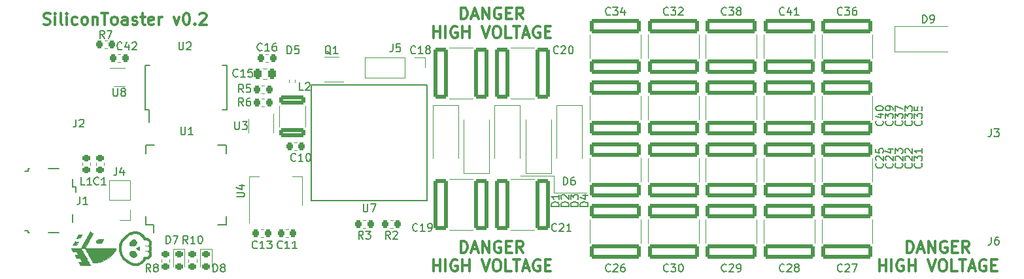
<source format=gto>
G04 #@! TF.GenerationSoftware,KiCad,Pcbnew,7.99.0-4156-g4770532511*
G04 #@! TF.CreationDate,2024-01-07T23:02:07-05:00*
G04 #@! TF.ProjectId,emfi,656d6669-2e6b-4696-9361-645f70636258,0.1*
G04 #@! TF.SameCoordinates,Original*
G04 #@! TF.FileFunction,Legend,Top*
G04 #@! TF.FilePolarity,Positive*
%FSLAX46Y46*%
G04 Gerber Fmt 4.6, Leading zero omitted, Abs format (unit mm)*
G04 Created by KiCad (PCBNEW 7.99.0-4156-g4770532511) date 2024-01-07 23:02:07*
%MOMM*%
%LPD*%
G01*
G04 APERTURE LIST*
G04 Aperture macros list*
%AMRoundRect*
0 Rectangle with rounded corners*
0 $1 Rounding radius*
0 $2 $3 $4 $5 $6 $7 $8 $9 X,Y pos of 4 corners*
0 Add a 4 corners polygon primitive as box body*
4,1,4,$2,$3,$4,$5,$6,$7,$8,$9,$2,$3,0*
0 Add four circle primitives for the rounded corners*
1,1,$1+$1,$2,$3*
1,1,$1+$1,$4,$5*
1,1,$1+$1,$6,$7*
1,1,$1+$1,$8,$9*
0 Add four rect primitives between the rounded corners*
20,1,$1+$1,$2,$3,$4,$5,0*
20,1,$1+$1,$4,$5,$6,$7,0*
20,1,$1+$1,$6,$7,$8,$9,0*
20,1,$1+$1,$8,$9,$2,$3,0*%
G04 Aperture macros list end*
%ADD10C,0.125000*%
%ADD11C,0.300000*%
%ADD12C,0.153000*%
%ADD13C,0.000000*%
%ADD14C,0.120000*%
%ADD15C,0.150000*%
%ADD16C,0.010000*%
%ADD17RoundRect,0.218750X-0.218750X-0.256250X0.218750X-0.256250X0.218750X0.256250X-0.218750X0.256250X0*%
%ADD18RoundRect,0.218750X0.218750X0.256250X-0.218750X0.256250X-0.218750X-0.256250X0.218750X-0.256250X0*%
%ADD19C,3.000000*%
%ADD20RoundRect,0.243750X0.243750X0.456250X-0.243750X0.456250X-0.243750X-0.456250X0.243750X-0.456250X0*%
%ADD21RoundRect,0.250000X1.450000X-0.312500X1.450000X0.312500X-1.450000X0.312500X-1.450000X-0.312500X0*%
%ADD22R,0.650000X1.060000*%
%ADD23R,2.540000X2.670000*%
%ADD24R,1.270000X0.762000*%
%ADD25R,0.250000X1.000000*%
%ADD26R,1.000000X0.250000*%
%ADD27R,0.450000X1.750000*%
%ADD28R,1.060000X0.650000*%
%ADD29R,1.700000X1.700000*%
%ADD30O,1.700000X1.700000*%
%ADD31RoundRect,0.218750X-0.256250X0.218750X-0.256250X-0.218750X0.256250X-0.218750X0.256250X0.218750X0*%
%ADD32R,1.800000X3.500000*%
%ADD33RoundRect,0.250000X0.650000X3.050000X-0.650000X3.050000X-0.650000X-3.050000X0.650000X-3.050000X0*%
%ADD34RoundRect,0.250000X-0.650000X-3.050000X0.650000X-3.050000X0.650000X3.050000X-0.650000X3.050000X0*%
%ADD35RoundRect,0.250000X3.050000X-0.650000X3.050000X0.650000X-3.050000X0.650000X-3.050000X-0.650000X0*%
%ADD36RoundRect,0.250000X-3.050000X0.650000X-3.050000X-0.650000X3.050000X-0.650000X3.050000X0.650000X0*%
%ADD37R,1.500000X2.000000*%
%ADD38R,3.800000X2.000000*%
%ADD39RoundRect,0.218750X0.256250X-0.218750X0.256250X0.218750X-0.256250X0.218750X-0.256250X-0.218750X0*%
%ADD40C,0.800000*%
%ADD41R,2.500000X1.000000*%
%ADD42R,6.400000X1.440000*%
%ADD43O,0.800000X0.800000*%
%ADD44R,1.300000X0.450000*%
%ADD45O,1.800000X1.150000*%
%ADD46O,2.000000X1.450000*%
%ADD47R,3.500000X1.800000*%
%ADD48R,0.650000X0.400000*%
%ADD49R,4.500000X2.500000*%
%ADD50O,4.500000X2.500000*%
G04 APERTURE END LIST*
D10*
X111500000Y-51750000D02*
X107250000Y-51750000D01*
X115750000Y-54000000D02*
X111500000Y-54000000D01*
X111500000Y-54000000D02*
X111500000Y-51750000D01*
D11*
X45464286Y-32106900D02*
X45678572Y-32178328D01*
X45678572Y-32178328D02*
X46035714Y-32178328D01*
X46035714Y-32178328D02*
X46178572Y-32106900D01*
X46178572Y-32106900D02*
X46250000Y-32035471D01*
X46250000Y-32035471D02*
X46321429Y-31892614D01*
X46321429Y-31892614D02*
X46321429Y-31749757D01*
X46321429Y-31749757D02*
X46250000Y-31606900D01*
X46250000Y-31606900D02*
X46178572Y-31535471D01*
X46178572Y-31535471D02*
X46035714Y-31464042D01*
X46035714Y-31464042D02*
X45750000Y-31392614D01*
X45750000Y-31392614D02*
X45607143Y-31321185D01*
X45607143Y-31321185D02*
X45535714Y-31249757D01*
X45535714Y-31249757D02*
X45464286Y-31106900D01*
X45464286Y-31106900D02*
X45464286Y-30964042D01*
X45464286Y-30964042D02*
X45535714Y-30821185D01*
X45535714Y-30821185D02*
X45607143Y-30749757D01*
X45607143Y-30749757D02*
X45750000Y-30678328D01*
X45750000Y-30678328D02*
X46107143Y-30678328D01*
X46107143Y-30678328D02*
X46321429Y-30749757D01*
X46964285Y-32178328D02*
X46964285Y-31178328D01*
X46964285Y-30678328D02*
X46892857Y-30749757D01*
X46892857Y-30749757D02*
X46964285Y-30821185D01*
X46964285Y-30821185D02*
X47035714Y-30749757D01*
X47035714Y-30749757D02*
X46964285Y-30678328D01*
X46964285Y-30678328D02*
X46964285Y-30821185D01*
X47892857Y-32178328D02*
X47750000Y-32106900D01*
X47750000Y-32106900D02*
X47678571Y-31964042D01*
X47678571Y-31964042D02*
X47678571Y-30678328D01*
X48464285Y-32178328D02*
X48464285Y-31178328D01*
X48464285Y-30678328D02*
X48392857Y-30749757D01*
X48392857Y-30749757D02*
X48464285Y-30821185D01*
X48464285Y-30821185D02*
X48535714Y-30749757D01*
X48535714Y-30749757D02*
X48464285Y-30678328D01*
X48464285Y-30678328D02*
X48464285Y-30821185D01*
X49821429Y-32106900D02*
X49678571Y-32178328D01*
X49678571Y-32178328D02*
X49392857Y-32178328D01*
X49392857Y-32178328D02*
X49250000Y-32106900D01*
X49250000Y-32106900D02*
X49178571Y-32035471D01*
X49178571Y-32035471D02*
X49107143Y-31892614D01*
X49107143Y-31892614D02*
X49107143Y-31464042D01*
X49107143Y-31464042D02*
X49178571Y-31321185D01*
X49178571Y-31321185D02*
X49250000Y-31249757D01*
X49250000Y-31249757D02*
X49392857Y-31178328D01*
X49392857Y-31178328D02*
X49678571Y-31178328D01*
X49678571Y-31178328D02*
X49821429Y-31249757D01*
X50678571Y-32178328D02*
X50535714Y-32106900D01*
X50535714Y-32106900D02*
X50464285Y-32035471D01*
X50464285Y-32035471D02*
X50392857Y-31892614D01*
X50392857Y-31892614D02*
X50392857Y-31464042D01*
X50392857Y-31464042D02*
X50464285Y-31321185D01*
X50464285Y-31321185D02*
X50535714Y-31249757D01*
X50535714Y-31249757D02*
X50678571Y-31178328D01*
X50678571Y-31178328D02*
X50892857Y-31178328D01*
X50892857Y-31178328D02*
X51035714Y-31249757D01*
X51035714Y-31249757D02*
X51107143Y-31321185D01*
X51107143Y-31321185D02*
X51178571Y-31464042D01*
X51178571Y-31464042D02*
X51178571Y-31892614D01*
X51178571Y-31892614D02*
X51107143Y-32035471D01*
X51107143Y-32035471D02*
X51035714Y-32106900D01*
X51035714Y-32106900D02*
X50892857Y-32178328D01*
X50892857Y-32178328D02*
X50678571Y-32178328D01*
X51821428Y-31178328D02*
X51821428Y-32178328D01*
X51821428Y-31321185D02*
X51892857Y-31249757D01*
X51892857Y-31249757D02*
X52035714Y-31178328D01*
X52035714Y-31178328D02*
X52250000Y-31178328D01*
X52250000Y-31178328D02*
X52392857Y-31249757D01*
X52392857Y-31249757D02*
X52464286Y-31392614D01*
X52464286Y-31392614D02*
X52464286Y-32178328D01*
X52964286Y-30678328D02*
X53821429Y-30678328D01*
X53392857Y-32178328D02*
X53392857Y-30678328D01*
X54535714Y-32178328D02*
X54392857Y-32106900D01*
X54392857Y-32106900D02*
X54321428Y-32035471D01*
X54321428Y-32035471D02*
X54250000Y-31892614D01*
X54250000Y-31892614D02*
X54250000Y-31464042D01*
X54250000Y-31464042D02*
X54321428Y-31321185D01*
X54321428Y-31321185D02*
X54392857Y-31249757D01*
X54392857Y-31249757D02*
X54535714Y-31178328D01*
X54535714Y-31178328D02*
X54750000Y-31178328D01*
X54750000Y-31178328D02*
X54892857Y-31249757D01*
X54892857Y-31249757D02*
X54964286Y-31321185D01*
X54964286Y-31321185D02*
X55035714Y-31464042D01*
X55035714Y-31464042D02*
X55035714Y-31892614D01*
X55035714Y-31892614D02*
X54964286Y-32035471D01*
X54964286Y-32035471D02*
X54892857Y-32106900D01*
X54892857Y-32106900D02*
X54750000Y-32178328D01*
X54750000Y-32178328D02*
X54535714Y-32178328D01*
X56321429Y-32178328D02*
X56321429Y-31392614D01*
X56321429Y-31392614D02*
X56250000Y-31249757D01*
X56250000Y-31249757D02*
X56107143Y-31178328D01*
X56107143Y-31178328D02*
X55821429Y-31178328D01*
X55821429Y-31178328D02*
X55678571Y-31249757D01*
X56321429Y-32106900D02*
X56178571Y-32178328D01*
X56178571Y-32178328D02*
X55821429Y-32178328D01*
X55821429Y-32178328D02*
X55678571Y-32106900D01*
X55678571Y-32106900D02*
X55607143Y-31964042D01*
X55607143Y-31964042D02*
X55607143Y-31821185D01*
X55607143Y-31821185D02*
X55678571Y-31678328D01*
X55678571Y-31678328D02*
X55821429Y-31606900D01*
X55821429Y-31606900D02*
X56178571Y-31606900D01*
X56178571Y-31606900D02*
X56321429Y-31535471D01*
X56964286Y-32106900D02*
X57107143Y-32178328D01*
X57107143Y-32178328D02*
X57392857Y-32178328D01*
X57392857Y-32178328D02*
X57535714Y-32106900D01*
X57535714Y-32106900D02*
X57607143Y-31964042D01*
X57607143Y-31964042D02*
X57607143Y-31892614D01*
X57607143Y-31892614D02*
X57535714Y-31749757D01*
X57535714Y-31749757D02*
X57392857Y-31678328D01*
X57392857Y-31678328D02*
X57178572Y-31678328D01*
X57178572Y-31678328D02*
X57035714Y-31606900D01*
X57035714Y-31606900D02*
X56964286Y-31464042D01*
X56964286Y-31464042D02*
X56964286Y-31392614D01*
X56964286Y-31392614D02*
X57035714Y-31249757D01*
X57035714Y-31249757D02*
X57178572Y-31178328D01*
X57178572Y-31178328D02*
X57392857Y-31178328D01*
X57392857Y-31178328D02*
X57535714Y-31249757D01*
X58035715Y-31178328D02*
X58607143Y-31178328D01*
X58250000Y-30678328D02*
X58250000Y-31964042D01*
X58250000Y-31964042D02*
X58321429Y-32106900D01*
X58321429Y-32106900D02*
X58464286Y-32178328D01*
X58464286Y-32178328D02*
X58607143Y-32178328D01*
X59678572Y-32106900D02*
X59535715Y-32178328D01*
X59535715Y-32178328D02*
X59250001Y-32178328D01*
X59250001Y-32178328D02*
X59107143Y-32106900D01*
X59107143Y-32106900D02*
X59035715Y-31964042D01*
X59035715Y-31964042D02*
X59035715Y-31392614D01*
X59035715Y-31392614D02*
X59107143Y-31249757D01*
X59107143Y-31249757D02*
X59250001Y-31178328D01*
X59250001Y-31178328D02*
X59535715Y-31178328D01*
X59535715Y-31178328D02*
X59678572Y-31249757D01*
X59678572Y-31249757D02*
X59750001Y-31392614D01*
X59750001Y-31392614D02*
X59750001Y-31535471D01*
X59750001Y-31535471D02*
X59035715Y-31678328D01*
X60392857Y-32178328D02*
X60392857Y-31178328D01*
X60392857Y-31464042D02*
X60464286Y-31321185D01*
X60464286Y-31321185D02*
X60535715Y-31249757D01*
X60535715Y-31249757D02*
X60678572Y-31178328D01*
X60678572Y-31178328D02*
X60821429Y-31178328D01*
X62321428Y-31178328D02*
X62678571Y-32178328D01*
X62678571Y-32178328D02*
X63035714Y-31178328D01*
X63892857Y-30678328D02*
X64035714Y-30678328D01*
X64035714Y-30678328D02*
X64178571Y-30749757D01*
X64178571Y-30749757D02*
X64250000Y-30821185D01*
X64250000Y-30821185D02*
X64321428Y-30964042D01*
X64321428Y-30964042D02*
X64392857Y-31249757D01*
X64392857Y-31249757D02*
X64392857Y-31606900D01*
X64392857Y-31606900D02*
X64321428Y-31892614D01*
X64321428Y-31892614D02*
X64250000Y-32035471D01*
X64250000Y-32035471D02*
X64178571Y-32106900D01*
X64178571Y-32106900D02*
X64035714Y-32178328D01*
X64035714Y-32178328D02*
X63892857Y-32178328D01*
X63892857Y-32178328D02*
X63750000Y-32106900D01*
X63750000Y-32106900D02*
X63678571Y-32035471D01*
X63678571Y-32035471D02*
X63607142Y-31892614D01*
X63607142Y-31892614D02*
X63535714Y-31606900D01*
X63535714Y-31606900D02*
X63535714Y-31249757D01*
X63535714Y-31249757D02*
X63607142Y-30964042D01*
X63607142Y-30964042D02*
X63678571Y-30821185D01*
X63678571Y-30821185D02*
X63750000Y-30749757D01*
X63750000Y-30749757D02*
X63892857Y-30678328D01*
X65035713Y-32035471D02*
X65107142Y-32106900D01*
X65107142Y-32106900D02*
X65035713Y-32178328D01*
X65035713Y-32178328D02*
X64964285Y-32106900D01*
X64964285Y-32106900D02*
X65035713Y-32035471D01*
X65035713Y-32035471D02*
X65035713Y-32178328D01*
X65678571Y-30821185D02*
X65749999Y-30749757D01*
X65749999Y-30749757D02*
X65892857Y-30678328D01*
X65892857Y-30678328D02*
X66249999Y-30678328D01*
X66249999Y-30678328D02*
X66392857Y-30749757D01*
X66392857Y-30749757D02*
X66464285Y-30821185D01*
X66464285Y-30821185D02*
X66535714Y-30964042D01*
X66535714Y-30964042D02*
X66535714Y-31106900D01*
X66535714Y-31106900D02*
X66464285Y-31321185D01*
X66464285Y-31321185D02*
X65607142Y-32178328D01*
X65607142Y-32178328D02*
X66535714Y-32178328D01*
X99499999Y-61720870D02*
X99499999Y-60220870D01*
X99499999Y-60220870D02*
X99857142Y-60220870D01*
X99857142Y-60220870D02*
X100071428Y-60292299D01*
X100071428Y-60292299D02*
X100214285Y-60435156D01*
X100214285Y-60435156D02*
X100285714Y-60578013D01*
X100285714Y-60578013D02*
X100357142Y-60863727D01*
X100357142Y-60863727D02*
X100357142Y-61078013D01*
X100357142Y-61078013D02*
X100285714Y-61363727D01*
X100285714Y-61363727D02*
X100214285Y-61506584D01*
X100214285Y-61506584D02*
X100071428Y-61649442D01*
X100071428Y-61649442D02*
X99857142Y-61720870D01*
X99857142Y-61720870D02*
X99499999Y-61720870D01*
X100928571Y-61292299D02*
X101642857Y-61292299D01*
X100785714Y-61720870D02*
X101285714Y-60220870D01*
X101285714Y-60220870D02*
X101785714Y-61720870D01*
X102285713Y-61720870D02*
X102285713Y-60220870D01*
X102285713Y-60220870D02*
X103142856Y-61720870D01*
X103142856Y-61720870D02*
X103142856Y-60220870D01*
X104642857Y-60292299D02*
X104500000Y-60220870D01*
X104500000Y-60220870D02*
X104285714Y-60220870D01*
X104285714Y-60220870D02*
X104071428Y-60292299D01*
X104071428Y-60292299D02*
X103928571Y-60435156D01*
X103928571Y-60435156D02*
X103857142Y-60578013D01*
X103857142Y-60578013D02*
X103785714Y-60863727D01*
X103785714Y-60863727D02*
X103785714Y-61078013D01*
X103785714Y-61078013D02*
X103857142Y-61363727D01*
X103857142Y-61363727D02*
X103928571Y-61506584D01*
X103928571Y-61506584D02*
X104071428Y-61649442D01*
X104071428Y-61649442D02*
X104285714Y-61720870D01*
X104285714Y-61720870D02*
X104428571Y-61720870D01*
X104428571Y-61720870D02*
X104642857Y-61649442D01*
X104642857Y-61649442D02*
X104714285Y-61578013D01*
X104714285Y-61578013D02*
X104714285Y-61078013D01*
X104714285Y-61078013D02*
X104428571Y-61078013D01*
X105357142Y-60935156D02*
X105857142Y-60935156D01*
X106071428Y-61720870D02*
X105357142Y-61720870D01*
X105357142Y-61720870D02*
X105357142Y-60220870D01*
X105357142Y-60220870D02*
X106071428Y-60220870D01*
X107571428Y-61720870D02*
X107071428Y-61006584D01*
X106714285Y-61720870D02*
X106714285Y-60220870D01*
X106714285Y-60220870D02*
X107285714Y-60220870D01*
X107285714Y-60220870D02*
X107428571Y-60292299D01*
X107428571Y-60292299D02*
X107500000Y-60363727D01*
X107500000Y-60363727D02*
X107571428Y-60506584D01*
X107571428Y-60506584D02*
X107571428Y-60720870D01*
X107571428Y-60720870D02*
X107500000Y-60863727D01*
X107500000Y-60863727D02*
X107428571Y-60935156D01*
X107428571Y-60935156D02*
X107285714Y-61006584D01*
X107285714Y-61006584D02*
X106714285Y-61006584D01*
X95928570Y-64135786D02*
X95928570Y-62635786D01*
X95928570Y-63350072D02*
X96785713Y-63350072D01*
X96785713Y-64135786D02*
X96785713Y-62635786D01*
X97499999Y-64135786D02*
X97499999Y-62635786D01*
X99000000Y-62707215D02*
X98857143Y-62635786D01*
X98857143Y-62635786D02*
X98642857Y-62635786D01*
X98642857Y-62635786D02*
X98428571Y-62707215D01*
X98428571Y-62707215D02*
X98285714Y-62850072D01*
X98285714Y-62850072D02*
X98214285Y-62992929D01*
X98214285Y-62992929D02*
X98142857Y-63278643D01*
X98142857Y-63278643D02*
X98142857Y-63492929D01*
X98142857Y-63492929D02*
X98214285Y-63778643D01*
X98214285Y-63778643D02*
X98285714Y-63921500D01*
X98285714Y-63921500D02*
X98428571Y-64064358D01*
X98428571Y-64064358D02*
X98642857Y-64135786D01*
X98642857Y-64135786D02*
X98785714Y-64135786D01*
X98785714Y-64135786D02*
X99000000Y-64064358D01*
X99000000Y-64064358D02*
X99071428Y-63992929D01*
X99071428Y-63992929D02*
X99071428Y-63492929D01*
X99071428Y-63492929D02*
X98785714Y-63492929D01*
X99714285Y-64135786D02*
X99714285Y-62635786D01*
X99714285Y-63350072D02*
X100571428Y-63350072D01*
X100571428Y-64135786D02*
X100571428Y-62635786D01*
X102214286Y-62635786D02*
X102714286Y-64135786D01*
X102714286Y-64135786D02*
X103214286Y-62635786D01*
X104000000Y-62635786D02*
X104285714Y-62635786D01*
X104285714Y-62635786D02*
X104428571Y-62707215D01*
X104428571Y-62707215D02*
X104571428Y-62850072D01*
X104571428Y-62850072D02*
X104642857Y-63135786D01*
X104642857Y-63135786D02*
X104642857Y-63635786D01*
X104642857Y-63635786D02*
X104571428Y-63921500D01*
X104571428Y-63921500D02*
X104428571Y-64064358D01*
X104428571Y-64064358D02*
X104285714Y-64135786D01*
X104285714Y-64135786D02*
X104000000Y-64135786D01*
X104000000Y-64135786D02*
X103857143Y-64064358D01*
X103857143Y-64064358D02*
X103714285Y-63921500D01*
X103714285Y-63921500D02*
X103642857Y-63635786D01*
X103642857Y-63635786D02*
X103642857Y-63135786D01*
X103642857Y-63135786D02*
X103714285Y-62850072D01*
X103714285Y-62850072D02*
X103857143Y-62707215D01*
X103857143Y-62707215D02*
X104000000Y-62635786D01*
X106000000Y-64135786D02*
X105285714Y-64135786D01*
X105285714Y-64135786D02*
X105285714Y-62635786D01*
X106285715Y-62635786D02*
X107142858Y-62635786D01*
X106714286Y-64135786D02*
X106714286Y-62635786D01*
X107571429Y-63707215D02*
X108285715Y-63707215D01*
X107428572Y-64135786D02*
X107928572Y-62635786D01*
X107928572Y-62635786D02*
X108428572Y-64135786D01*
X109714286Y-62707215D02*
X109571429Y-62635786D01*
X109571429Y-62635786D02*
X109357143Y-62635786D01*
X109357143Y-62635786D02*
X109142857Y-62707215D01*
X109142857Y-62707215D02*
X109000000Y-62850072D01*
X109000000Y-62850072D02*
X108928571Y-62992929D01*
X108928571Y-62992929D02*
X108857143Y-63278643D01*
X108857143Y-63278643D02*
X108857143Y-63492929D01*
X108857143Y-63492929D02*
X108928571Y-63778643D01*
X108928571Y-63778643D02*
X109000000Y-63921500D01*
X109000000Y-63921500D02*
X109142857Y-64064358D01*
X109142857Y-64064358D02*
X109357143Y-64135786D01*
X109357143Y-64135786D02*
X109500000Y-64135786D01*
X109500000Y-64135786D02*
X109714286Y-64064358D01*
X109714286Y-64064358D02*
X109785714Y-63992929D01*
X109785714Y-63992929D02*
X109785714Y-63492929D01*
X109785714Y-63492929D02*
X109500000Y-63492929D01*
X110428571Y-63350072D02*
X110928571Y-63350072D01*
X111142857Y-64135786D02*
X110428571Y-64135786D01*
X110428571Y-64135786D02*
X110428571Y-62635786D01*
X110428571Y-62635786D02*
X111142857Y-62635786D01*
X99499999Y-31470870D02*
X99499999Y-29970870D01*
X99499999Y-29970870D02*
X99857142Y-29970870D01*
X99857142Y-29970870D02*
X100071428Y-30042299D01*
X100071428Y-30042299D02*
X100214285Y-30185156D01*
X100214285Y-30185156D02*
X100285714Y-30328013D01*
X100285714Y-30328013D02*
X100357142Y-30613727D01*
X100357142Y-30613727D02*
X100357142Y-30828013D01*
X100357142Y-30828013D02*
X100285714Y-31113727D01*
X100285714Y-31113727D02*
X100214285Y-31256584D01*
X100214285Y-31256584D02*
X100071428Y-31399442D01*
X100071428Y-31399442D02*
X99857142Y-31470870D01*
X99857142Y-31470870D02*
X99499999Y-31470870D01*
X100928571Y-31042299D02*
X101642857Y-31042299D01*
X100785714Y-31470870D02*
X101285714Y-29970870D01*
X101285714Y-29970870D02*
X101785714Y-31470870D01*
X102285713Y-31470870D02*
X102285713Y-29970870D01*
X102285713Y-29970870D02*
X103142856Y-31470870D01*
X103142856Y-31470870D02*
X103142856Y-29970870D01*
X104642857Y-30042299D02*
X104500000Y-29970870D01*
X104500000Y-29970870D02*
X104285714Y-29970870D01*
X104285714Y-29970870D02*
X104071428Y-30042299D01*
X104071428Y-30042299D02*
X103928571Y-30185156D01*
X103928571Y-30185156D02*
X103857142Y-30328013D01*
X103857142Y-30328013D02*
X103785714Y-30613727D01*
X103785714Y-30613727D02*
X103785714Y-30828013D01*
X103785714Y-30828013D02*
X103857142Y-31113727D01*
X103857142Y-31113727D02*
X103928571Y-31256584D01*
X103928571Y-31256584D02*
X104071428Y-31399442D01*
X104071428Y-31399442D02*
X104285714Y-31470870D01*
X104285714Y-31470870D02*
X104428571Y-31470870D01*
X104428571Y-31470870D02*
X104642857Y-31399442D01*
X104642857Y-31399442D02*
X104714285Y-31328013D01*
X104714285Y-31328013D02*
X104714285Y-30828013D01*
X104714285Y-30828013D02*
X104428571Y-30828013D01*
X105357142Y-30685156D02*
X105857142Y-30685156D01*
X106071428Y-31470870D02*
X105357142Y-31470870D01*
X105357142Y-31470870D02*
X105357142Y-29970870D01*
X105357142Y-29970870D02*
X106071428Y-29970870D01*
X107571428Y-31470870D02*
X107071428Y-30756584D01*
X106714285Y-31470870D02*
X106714285Y-29970870D01*
X106714285Y-29970870D02*
X107285714Y-29970870D01*
X107285714Y-29970870D02*
X107428571Y-30042299D01*
X107428571Y-30042299D02*
X107500000Y-30113727D01*
X107500000Y-30113727D02*
X107571428Y-30256584D01*
X107571428Y-30256584D02*
X107571428Y-30470870D01*
X107571428Y-30470870D02*
X107500000Y-30613727D01*
X107500000Y-30613727D02*
X107428571Y-30685156D01*
X107428571Y-30685156D02*
X107285714Y-30756584D01*
X107285714Y-30756584D02*
X106714285Y-30756584D01*
X95928570Y-33885786D02*
X95928570Y-32385786D01*
X95928570Y-33100072D02*
X96785713Y-33100072D01*
X96785713Y-33885786D02*
X96785713Y-32385786D01*
X97499999Y-33885786D02*
X97499999Y-32385786D01*
X99000000Y-32457215D02*
X98857143Y-32385786D01*
X98857143Y-32385786D02*
X98642857Y-32385786D01*
X98642857Y-32385786D02*
X98428571Y-32457215D01*
X98428571Y-32457215D02*
X98285714Y-32600072D01*
X98285714Y-32600072D02*
X98214285Y-32742929D01*
X98214285Y-32742929D02*
X98142857Y-33028643D01*
X98142857Y-33028643D02*
X98142857Y-33242929D01*
X98142857Y-33242929D02*
X98214285Y-33528643D01*
X98214285Y-33528643D02*
X98285714Y-33671500D01*
X98285714Y-33671500D02*
X98428571Y-33814358D01*
X98428571Y-33814358D02*
X98642857Y-33885786D01*
X98642857Y-33885786D02*
X98785714Y-33885786D01*
X98785714Y-33885786D02*
X99000000Y-33814358D01*
X99000000Y-33814358D02*
X99071428Y-33742929D01*
X99071428Y-33742929D02*
X99071428Y-33242929D01*
X99071428Y-33242929D02*
X98785714Y-33242929D01*
X99714285Y-33885786D02*
X99714285Y-32385786D01*
X99714285Y-33100072D02*
X100571428Y-33100072D01*
X100571428Y-33885786D02*
X100571428Y-32385786D01*
X102214286Y-32385786D02*
X102714286Y-33885786D01*
X102714286Y-33885786D02*
X103214286Y-32385786D01*
X104000000Y-32385786D02*
X104285714Y-32385786D01*
X104285714Y-32385786D02*
X104428571Y-32457215D01*
X104428571Y-32457215D02*
X104571428Y-32600072D01*
X104571428Y-32600072D02*
X104642857Y-32885786D01*
X104642857Y-32885786D02*
X104642857Y-33385786D01*
X104642857Y-33385786D02*
X104571428Y-33671500D01*
X104571428Y-33671500D02*
X104428571Y-33814358D01*
X104428571Y-33814358D02*
X104285714Y-33885786D01*
X104285714Y-33885786D02*
X104000000Y-33885786D01*
X104000000Y-33885786D02*
X103857143Y-33814358D01*
X103857143Y-33814358D02*
X103714285Y-33671500D01*
X103714285Y-33671500D02*
X103642857Y-33385786D01*
X103642857Y-33385786D02*
X103642857Y-32885786D01*
X103642857Y-32885786D02*
X103714285Y-32600072D01*
X103714285Y-32600072D02*
X103857143Y-32457215D01*
X103857143Y-32457215D02*
X104000000Y-32385786D01*
X106000000Y-33885786D02*
X105285714Y-33885786D01*
X105285714Y-33885786D02*
X105285714Y-32385786D01*
X106285715Y-32385786D02*
X107142858Y-32385786D01*
X106714286Y-33885786D02*
X106714286Y-32385786D01*
X107571429Y-33457215D02*
X108285715Y-33457215D01*
X107428572Y-33885786D02*
X107928572Y-32385786D01*
X107928572Y-32385786D02*
X108428572Y-33885786D01*
X109714286Y-32457215D02*
X109571429Y-32385786D01*
X109571429Y-32385786D02*
X109357143Y-32385786D01*
X109357143Y-32385786D02*
X109142857Y-32457215D01*
X109142857Y-32457215D02*
X109000000Y-32600072D01*
X109000000Y-32600072D02*
X108928571Y-32742929D01*
X108928571Y-32742929D02*
X108857143Y-33028643D01*
X108857143Y-33028643D02*
X108857143Y-33242929D01*
X108857143Y-33242929D02*
X108928571Y-33528643D01*
X108928571Y-33528643D02*
X109000000Y-33671500D01*
X109000000Y-33671500D02*
X109142857Y-33814358D01*
X109142857Y-33814358D02*
X109357143Y-33885786D01*
X109357143Y-33885786D02*
X109500000Y-33885786D01*
X109500000Y-33885786D02*
X109714286Y-33814358D01*
X109714286Y-33814358D02*
X109785714Y-33742929D01*
X109785714Y-33742929D02*
X109785714Y-33242929D01*
X109785714Y-33242929D02*
X109500000Y-33242929D01*
X110428571Y-33100072D02*
X110928571Y-33100072D01*
X111142857Y-33885786D02*
X110428571Y-33885786D01*
X110428571Y-33885786D02*
X110428571Y-32385786D01*
X110428571Y-32385786D02*
X111142857Y-32385786D01*
X157249999Y-61720870D02*
X157249999Y-60220870D01*
X157249999Y-60220870D02*
X157607142Y-60220870D01*
X157607142Y-60220870D02*
X157821428Y-60292299D01*
X157821428Y-60292299D02*
X157964285Y-60435156D01*
X157964285Y-60435156D02*
X158035714Y-60578013D01*
X158035714Y-60578013D02*
X158107142Y-60863727D01*
X158107142Y-60863727D02*
X158107142Y-61078013D01*
X158107142Y-61078013D02*
X158035714Y-61363727D01*
X158035714Y-61363727D02*
X157964285Y-61506584D01*
X157964285Y-61506584D02*
X157821428Y-61649442D01*
X157821428Y-61649442D02*
X157607142Y-61720870D01*
X157607142Y-61720870D02*
X157249999Y-61720870D01*
X158678571Y-61292299D02*
X159392857Y-61292299D01*
X158535714Y-61720870D02*
X159035714Y-60220870D01*
X159035714Y-60220870D02*
X159535714Y-61720870D01*
X160035713Y-61720870D02*
X160035713Y-60220870D01*
X160035713Y-60220870D02*
X160892856Y-61720870D01*
X160892856Y-61720870D02*
X160892856Y-60220870D01*
X162392857Y-60292299D02*
X162250000Y-60220870D01*
X162250000Y-60220870D02*
X162035714Y-60220870D01*
X162035714Y-60220870D02*
X161821428Y-60292299D01*
X161821428Y-60292299D02*
X161678571Y-60435156D01*
X161678571Y-60435156D02*
X161607142Y-60578013D01*
X161607142Y-60578013D02*
X161535714Y-60863727D01*
X161535714Y-60863727D02*
X161535714Y-61078013D01*
X161535714Y-61078013D02*
X161607142Y-61363727D01*
X161607142Y-61363727D02*
X161678571Y-61506584D01*
X161678571Y-61506584D02*
X161821428Y-61649442D01*
X161821428Y-61649442D02*
X162035714Y-61720870D01*
X162035714Y-61720870D02*
X162178571Y-61720870D01*
X162178571Y-61720870D02*
X162392857Y-61649442D01*
X162392857Y-61649442D02*
X162464285Y-61578013D01*
X162464285Y-61578013D02*
X162464285Y-61078013D01*
X162464285Y-61078013D02*
X162178571Y-61078013D01*
X163107142Y-60935156D02*
X163607142Y-60935156D01*
X163821428Y-61720870D02*
X163107142Y-61720870D01*
X163107142Y-61720870D02*
X163107142Y-60220870D01*
X163107142Y-60220870D02*
X163821428Y-60220870D01*
X165321428Y-61720870D02*
X164821428Y-61006584D01*
X164464285Y-61720870D02*
X164464285Y-60220870D01*
X164464285Y-60220870D02*
X165035714Y-60220870D01*
X165035714Y-60220870D02*
X165178571Y-60292299D01*
X165178571Y-60292299D02*
X165250000Y-60363727D01*
X165250000Y-60363727D02*
X165321428Y-60506584D01*
X165321428Y-60506584D02*
X165321428Y-60720870D01*
X165321428Y-60720870D02*
X165250000Y-60863727D01*
X165250000Y-60863727D02*
X165178571Y-60935156D01*
X165178571Y-60935156D02*
X165035714Y-61006584D01*
X165035714Y-61006584D02*
X164464285Y-61006584D01*
X153678570Y-64135786D02*
X153678570Y-62635786D01*
X153678570Y-63350072D02*
X154535713Y-63350072D01*
X154535713Y-64135786D02*
X154535713Y-62635786D01*
X155249999Y-64135786D02*
X155249999Y-62635786D01*
X156750000Y-62707215D02*
X156607143Y-62635786D01*
X156607143Y-62635786D02*
X156392857Y-62635786D01*
X156392857Y-62635786D02*
X156178571Y-62707215D01*
X156178571Y-62707215D02*
X156035714Y-62850072D01*
X156035714Y-62850072D02*
X155964285Y-62992929D01*
X155964285Y-62992929D02*
X155892857Y-63278643D01*
X155892857Y-63278643D02*
X155892857Y-63492929D01*
X155892857Y-63492929D02*
X155964285Y-63778643D01*
X155964285Y-63778643D02*
X156035714Y-63921500D01*
X156035714Y-63921500D02*
X156178571Y-64064358D01*
X156178571Y-64064358D02*
X156392857Y-64135786D01*
X156392857Y-64135786D02*
X156535714Y-64135786D01*
X156535714Y-64135786D02*
X156750000Y-64064358D01*
X156750000Y-64064358D02*
X156821428Y-63992929D01*
X156821428Y-63992929D02*
X156821428Y-63492929D01*
X156821428Y-63492929D02*
X156535714Y-63492929D01*
X157464285Y-64135786D02*
X157464285Y-62635786D01*
X157464285Y-63350072D02*
X158321428Y-63350072D01*
X158321428Y-64135786D02*
X158321428Y-62635786D01*
X159964286Y-62635786D02*
X160464286Y-64135786D01*
X160464286Y-64135786D02*
X160964286Y-62635786D01*
X161750000Y-62635786D02*
X162035714Y-62635786D01*
X162035714Y-62635786D02*
X162178571Y-62707215D01*
X162178571Y-62707215D02*
X162321428Y-62850072D01*
X162321428Y-62850072D02*
X162392857Y-63135786D01*
X162392857Y-63135786D02*
X162392857Y-63635786D01*
X162392857Y-63635786D02*
X162321428Y-63921500D01*
X162321428Y-63921500D02*
X162178571Y-64064358D01*
X162178571Y-64064358D02*
X162035714Y-64135786D01*
X162035714Y-64135786D02*
X161750000Y-64135786D01*
X161750000Y-64135786D02*
X161607143Y-64064358D01*
X161607143Y-64064358D02*
X161464285Y-63921500D01*
X161464285Y-63921500D02*
X161392857Y-63635786D01*
X161392857Y-63635786D02*
X161392857Y-63135786D01*
X161392857Y-63135786D02*
X161464285Y-62850072D01*
X161464285Y-62850072D02*
X161607143Y-62707215D01*
X161607143Y-62707215D02*
X161750000Y-62635786D01*
X163750000Y-64135786D02*
X163035714Y-64135786D01*
X163035714Y-64135786D02*
X163035714Y-62635786D01*
X164035715Y-62635786D02*
X164892858Y-62635786D01*
X164464286Y-64135786D02*
X164464286Y-62635786D01*
X165321429Y-63707215D02*
X166035715Y-63707215D01*
X165178572Y-64135786D02*
X165678572Y-62635786D01*
X165678572Y-62635786D02*
X166178572Y-64135786D01*
X167464286Y-62707215D02*
X167321429Y-62635786D01*
X167321429Y-62635786D02*
X167107143Y-62635786D01*
X167107143Y-62635786D02*
X166892857Y-62707215D01*
X166892857Y-62707215D02*
X166750000Y-62850072D01*
X166750000Y-62850072D02*
X166678571Y-62992929D01*
X166678571Y-62992929D02*
X166607143Y-63278643D01*
X166607143Y-63278643D02*
X166607143Y-63492929D01*
X166607143Y-63492929D02*
X166678571Y-63778643D01*
X166678571Y-63778643D02*
X166750000Y-63921500D01*
X166750000Y-63921500D02*
X166892857Y-64064358D01*
X166892857Y-64064358D02*
X167107143Y-64135786D01*
X167107143Y-64135786D02*
X167250000Y-64135786D01*
X167250000Y-64135786D02*
X167464286Y-64064358D01*
X167464286Y-64064358D02*
X167535714Y-63992929D01*
X167535714Y-63992929D02*
X167535714Y-63492929D01*
X167535714Y-63492929D02*
X167250000Y-63492929D01*
X168178571Y-63350072D02*
X168678571Y-63350072D01*
X168892857Y-64135786D02*
X168178571Y-64135786D01*
X168178571Y-64135786D02*
X168178571Y-62635786D01*
X168178571Y-62635786D02*
X168892857Y-62635786D01*
D12*
X53333333Y-33954663D02*
X53000000Y-33478472D01*
X52761905Y-33954663D02*
X52761905Y-32954663D01*
X52761905Y-32954663D02*
X53142857Y-32954663D01*
X53142857Y-32954663D02*
X53238095Y-33002282D01*
X53238095Y-33002282D02*
X53285714Y-33049901D01*
X53285714Y-33049901D02*
X53333333Y-33145139D01*
X53333333Y-33145139D02*
X53333333Y-33287996D01*
X53333333Y-33287996D02*
X53285714Y-33383234D01*
X53285714Y-33383234D02*
X53238095Y-33430853D01*
X53238095Y-33430853D02*
X53142857Y-33478472D01*
X53142857Y-33478472D02*
X52761905Y-33478472D01*
X53666667Y-32954663D02*
X54333333Y-32954663D01*
X54333333Y-32954663D02*
X53904762Y-33954663D01*
X73107142Y-61109424D02*
X73059523Y-61157044D01*
X73059523Y-61157044D02*
X72916666Y-61204663D01*
X72916666Y-61204663D02*
X72821428Y-61204663D01*
X72821428Y-61204663D02*
X72678571Y-61157044D01*
X72678571Y-61157044D02*
X72583333Y-61061805D01*
X72583333Y-61061805D02*
X72535714Y-60966567D01*
X72535714Y-60966567D02*
X72488095Y-60776091D01*
X72488095Y-60776091D02*
X72488095Y-60633234D01*
X72488095Y-60633234D02*
X72535714Y-60442758D01*
X72535714Y-60442758D02*
X72583333Y-60347520D01*
X72583333Y-60347520D02*
X72678571Y-60252282D01*
X72678571Y-60252282D02*
X72821428Y-60204663D01*
X72821428Y-60204663D02*
X72916666Y-60204663D01*
X72916666Y-60204663D02*
X73059523Y-60252282D01*
X73059523Y-60252282D02*
X73107142Y-60299901D01*
X74059523Y-61204663D02*
X73488095Y-61204663D01*
X73773809Y-61204663D02*
X73773809Y-60204663D01*
X73773809Y-60204663D02*
X73678571Y-60347520D01*
X73678571Y-60347520D02*
X73583333Y-60442758D01*
X73583333Y-60442758D02*
X73488095Y-60490377D01*
X74392857Y-60204663D02*
X75011904Y-60204663D01*
X75011904Y-60204663D02*
X74678571Y-60585615D01*
X74678571Y-60585615D02*
X74821428Y-60585615D01*
X74821428Y-60585615D02*
X74916666Y-60633234D01*
X74916666Y-60633234D02*
X74964285Y-60680853D01*
X74964285Y-60680853D02*
X75011904Y-60776091D01*
X75011904Y-60776091D02*
X75011904Y-61014186D01*
X75011904Y-61014186D02*
X74964285Y-61109424D01*
X74964285Y-61109424D02*
X74916666Y-61157044D01*
X74916666Y-61157044D02*
X74821428Y-61204663D01*
X74821428Y-61204663D02*
X74535714Y-61204663D01*
X74535714Y-61204663D02*
X74440476Y-61157044D01*
X74440476Y-61157044D02*
X74392857Y-61109424D01*
X76357142Y-61109424D02*
X76309523Y-61157044D01*
X76309523Y-61157044D02*
X76166666Y-61204663D01*
X76166666Y-61204663D02*
X76071428Y-61204663D01*
X76071428Y-61204663D02*
X75928571Y-61157044D01*
X75928571Y-61157044D02*
X75833333Y-61061805D01*
X75833333Y-61061805D02*
X75785714Y-60966567D01*
X75785714Y-60966567D02*
X75738095Y-60776091D01*
X75738095Y-60776091D02*
X75738095Y-60633234D01*
X75738095Y-60633234D02*
X75785714Y-60442758D01*
X75785714Y-60442758D02*
X75833333Y-60347520D01*
X75833333Y-60347520D02*
X75928571Y-60252282D01*
X75928571Y-60252282D02*
X76071428Y-60204663D01*
X76071428Y-60204663D02*
X76166666Y-60204663D01*
X76166666Y-60204663D02*
X76309523Y-60252282D01*
X76309523Y-60252282D02*
X76357142Y-60299901D01*
X77309523Y-61204663D02*
X76738095Y-61204663D01*
X77023809Y-61204663D02*
X77023809Y-60204663D01*
X77023809Y-60204663D02*
X76928571Y-60347520D01*
X76928571Y-60347520D02*
X76833333Y-60442758D01*
X76833333Y-60442758D02*
X76738095Y-60490377D01*
X78261904Y-61204663D02*
X77690476Y-61204663D01*
X77976190Y-61204663D02*
X77976190Y-60204663D01*
X77976190Y-60204663D02*
X77880952Y-60347520D01*
X77880952Y-60347520D02*
X77785714Y-60442758D01*
X77785714Y-60442758D02*
X77690476Y-60490377D01*
X78107142Y-49789424D02*
X78059523Y-49837044D01*
X78059523Y-49837044D02*
X77916666Y-49884663D01*
X77916666Y-49884663D02*
X77821428Y-49884663D01*
X77821428Y-49884663D02*
X77678571Y-49837044D01*
X77678571Y-49837044D02*
X77583333Y-49741805D01*
X77583333Y-49741805D02*
X77535714Y-49646567D01*
X77535714Y-49646567D02*
X77488095Y-49456091D01*
X77488095Y-49456091D02*
X77488095Y-49313234D01*
X77488095Y-49313234D02*
X77535714Y-49122758D01*
X77535714Y-49122758D02*
X77583333Y-49027520D01*
X77583333Y-49027520D02*
X77678571Y-48932282D01*
X77678571Y-48932282D02*
X77821428Y-48884663D01*
X77821428Y-48884663D02*
X77916666Y-48884663D01*
X77916666Y-48884663D02*
X78059523Y-48932282D01*
X78059523Y-48932282D02*
X78107142Y-48979901D01*
X79059523Y-49884663D02*
X78488095Y-49884663D01*
X78773809Y-49884663D02*
X78773809Y-48884663D01*
X78773809Y-48884663D02*
X78678571Y-49027520D01*
X78678571Y-49027520D02*
X78583333Y-49122758D01*
X78583333Y-49122758D02*
X78488095Y-49170377D01*
X79678571Y-48884663D02*
X79773809Y-48884663D01*
X79773809Y-48884663D02*
X79869047Y-48932282D01*
X79869047Y-48932282D02*
X79916666Y-48979901D01*
X79916666Y-48979901D02*
X79964285Y-49075139D01*
X79964285Y-49075139D02*
X80011904Y-49265615D01*
X80011904Y-49265615D02*
X80011904Y-49503710D01*
X80011904Y-49503710D02*
X79964285Y-49694186D01*
X79964285Y-49694186D02*
X79916666Y-49789424D01*
X79916666Y-49789424D02*
X79869047Y-49837044D01*
X79869047Y-49837044D02*
X79773809Y-49884663D01*
X79773809Y-49884663D02*
X79678571Y-49884663D01*
X79678571Y-49884663D02*
X79583333Y-49837044D01*
X79583333Y-49837044D02*
X79535714Y-49789424D01*
X79535714Y-49789424D02*
X79488095Y-49694186D01*
X79488095Y-49694186D02*
X79440476Y-49503710D01*
X79440476Y-49503710D02*
X79440476Y-49265615D01*
X79440476Y-49265615D02*
X79488095Y-49075139D01*
X79488095Y-49075139D02*
X79535714Y-48979901D01*
X79535714Y-48979901D02*
X79583333Y-48932282D01*
X79583333Y-48932282D02*
X79678571Y-48884663D01*
X86868095Y-55444663D02*
X86868095Y-56254186D01*
X86868095Y-56254186D02*
X86915714Y-56349424D01*
X86915714Y-56349424D02*
X86963333Y-56397044D01*
X86963333Y-56397044D02*
X87058571Y-56444663D01*
X87058571Y-56444663D02*
X87249047Y-56444663D01*
X87249047Y-56444663D02*
X87344285Y-56397044D01*
X87344285Y-56397044D02*
X87391904Y-56349424D01*
X87391904Y-56349424D02*
X87439523Y-56254186D01*
X87439523Y-56254186D02*
X87439523Y-55444663D01*
X87820476Y-55444663D02*
X88487142Y-55444663D01*
X88487142Y-55444663D02*
X88058571Y-56444663D01*
X71333333Y-42704663D02*
X71000000Y-42228472D01*
X70761905Y-42704663D02*
X70761905Y-41704663D01*
X70761905Y-41704663D02*
X71142857Y-41704663D01*
X71142857Y-41704663D02*
X71238095Y-41752282D01*
X71238095Y-41752282D02*
X71285714Y-41799901D01*
X71285714Y-41799901D02*
X71333333Y-41895139D01*
X71333333Y-41895139D02*
X71333333Y-42037996D01*
X71333333Y-42037996D02*
X71285714Y-42133234D01*
X71285714Y-42133234D02*
X71238095Y-42180853D01*
X71238095Y-42180853D02*
X71142857Y-42228472D01*
X71142857Y-42228472D02*
X70761905Y-42228472D01*
X72190476Y-41704663D02*
X72000000Y-41704663D01*
X72000000Y-41704663D02*
X71904762Y-41752282D01*
X71904762Y-41752282D02*
X71857143Y-41799901D01*
X71857143Y-41799901D02*
X71761905Y-41942758D01*
X71761905Y-41942758D02*
X71714286Y-42133234D01*
X71714286Y-42133234D02*
X71714286Y-42514186D01*
X71714286Y-42514186D02*
X71761905Y-42609424D01*
X71761905Y-42609424D02*
X71809524Y-42657044D01*
X71809524Y-42657044D02*
X71904762Y-42704663D01*
X71904762Y-42704663D02*
X72095238Y-42704663D01*
X72095238Y-42704663D02*
X72190476Y-42657044D01*
X72190476Y-42657044D02*
X72238095Y-42609424D01*
X72238095Y-42609424D02*
X72285714Y-42514186D01*
X72285714Y-42514186D02*
X72285714Y-42276091D01*
X72285714Y-42276091D02*
X72238095Y-42180853D01*
X72238095Y-42180853D02*
X72190476Y-42133234D01*
X72190476Y-42133234D02*
X72095238Y-42085615D01*
X72095238Y-42085615D02*
X71904762Y-42085615D01*
X71904762Y-42085615D02*
X71809524Y-42133234D01*
X71809524Y-42133234D02*
X71761905Y-42180853D01*
X71761905Y-42180853D02*
X71714286Y-42276091D01*
X71333333Y-40954663D02*
X71000000Y-40478472D01*
X70761905Y-40954663D02*
X70761905Y-39954663D01*
X70761905Y-39954663D02*
X71142857Y-39954663D01*
X71142857Y-39954663D02*
X71238095Y-40002282D01*
X71238095Y-40002282D02*
X71285714Y-40049901D01*
X71285714Y-40049901D02*
X71333333Y-40145139D01*
X71333333Y-40145139D02*
X71333333Y-40287996D01*
X71333333Y-40287996D02*
X71285714Y-40383234D01*
X71285714Y-40383234D02*
X71238095Y-40430853D01*
X71238095Y-40430853D02*
X71142857Y-40478472D01*
X71142857Y-40478472D02*
X70761905Y-40478472D01*
X72238095Y-39954663D02*
X71761905Y-39954663D01*
X71761905Y-39954663D02*
X71714286Y-40430853D01*
X71714286Y-40430853D02*
X71761905Y-40383234D01*
X71761905Y-40383234D02*
X71857143Y-40335615D01*
X71857143Y-40335615D02*
X72095238Y-40335615D01*
X72095238Y-40335615D02*
X72190476Y-40383234D01*
X72190476Y-40383234D02*
X72238095Y-40430853D01*
X72238095Y-40430853D02*
X72285714Y-40526091D01*
X72285714Y-40526091D02*
X72285714Y-40764186D01*
X72285714Y-40764186D02*
X72238095Y-40859424D01*
X72238095Y-40859424D02*
X72190476Y-40907044D01*
X72190476Y-40907044D02*
X72095238Y-40954663D01*
X72095238Y-40954663D02*
X71857143Y-40954663D01*
X71857143Y-40954663D02*
X71761905Y-40907044D01*
X71761905Y-40907044D02*
X71714286Y-40859424D01*
X73746142Y-35495031D02*
X73698523Y-35542651D01*
X73698523Y-35542651D02*
X73555666Y-35590270D01*
X73555666Y-35590270D02*
X73460428Y-35590270D01*
X73460428Y-35590270D02*
X73317571Y-35542651D01*
X73317571Y-35542651D02*
X73222333Y-35447412D01*
X73222333Y-35447412D02*
X73174714Y-35352174D01*
X73174714Y-35352174D02*
X73127095Y-35161698D01*
X73127095Y-35161698D02*
X73127095Y-35018841D01*
X73127095Y-35018841D02*
X73174714Y-34828365D01*
X73174714Y-34828365D02*
X73222333Y-34733127D01*
X73222333Y-34733127D02*
X73317571Y-34637889D01*
X73317571Y-34637889D02*
X73460428Y-34590270D01*
X73460428Y-34590270D02*
X73555666Y-34590270D01*
X73555666Y-34590270D02*
X73698523Y-34637889D01*
X73698523Y-34637889D02*
X73746142Y-34685508D01*
X74698523Y-35590270D02*
X74127095Y-35590270D01*
X74412809Y-35590270D02*
X74412809Y-34590270D01*
X74412809Y-34590270D02*
X74317571Y-34733127D01*
X74317571Y-34733127D02*
X74222333Y-34828365D01*
X74222333Y-34828365D02*
X74127095Y-34875984D01*
X75555666Y-34590270D02*
X75365190Y-34590270D01*
X75365190Y-34590270D02*
X75269952Y-34637889D01*
X75269952Y-34637889D02*
X75222333Y-34685508D01*
X75222333Y-34685508D02*
X75127095Y-34828365D01*
X75127095Y-34828365D02*
X75079476Y-35018841D01*
X75079476Y-35018841D02*
X75079476Y-35399793D01*
X75079476Y-35399793D02*
X75127095Y-35495031D01*
X75127095Y-35495031D02*
X75174714Y-35542651D01*
X75174714Y-35542651D02*
X75269952Y-35590270D01*
X75269952Y-35590270D02*
X75460428Y-35590270D01*
X75460428Y-35590270D02*
X75555666Y-35542651D01*
X75555666Y-35542651D02*
X75603285Y-35495031D01*
X75603285Y-35495031D02*
X75650904Y-35399793D01*
X75650904Y-35399793D02*
X75650904Y-35161698D01*
X75650904Y-35161698D02*
X75603285Y-35066460D01*
X75603285Y-35066460D02*
X75555666Y-35018841D01*
X75555666Y-35018841D02*
X75460428Y-34971222D01*
X75460428Y-34971222D02*
X75269952Y-34971222D01*
X75269952Y-34971222D02*
X75174714Y-35018841D01*
X75174714Y-35018841D02*
X75127095Y-35066460D01*
X75127095Y-35066460D02*
X75079476Y-35161698D01*
X70607142Y-38859424D02*
X70559523Y-38907044D01*
X70559523Y-38907044D02*
X70416666Y-38954663D01*
X70416666Y-38954663D02*
X70321428Y-38954663D01*
X70321428Y-38954663D02*
X70178571Y-38907044D01*
X70178571Y-38907044D02*
X70083333Y-38811805D01*
X70083333Y-38811805D02*
X70035714Y-38716567D01*
X70035714Y-38716567D02*
X69988095Y-38526091D01*
X69988095Y-38526091D02*
X69988095Y-38383234D01*
X69988095Y-38383234D02*
X70035714Y-38192758D01*
X70035714Y-38192758D02*
X70083333Y-38097520D01*
X70083333Y-38097520D02*
X70178571Y-38002282D01*
X70178571Y-38002282D02*
X70321428Y-37954663D01*
X70321428Y-37954663D02*
X70416666Y-37954663D01*
X70416666Y-37954663D02*
X70559523Y-38002282D01*
X70559523Y-38002282D02*
X70607142Y-38049901D01*
X71559523Y-38954663D02*
X70988095Y-38954663D01*
X71273809Y-38954663D02*
X71273809Y-37954663D01*
X71273809Y-37954663D02*
X71178571Y-38097520D01*
X71178571Y-38097520D02*
X71083333Y-38192758D01*
X71083333Y-38192758D02*
X70988095Y-38240377D01*
X72464285Y-37954663D02*
X71988095Y-37954663D01*
X71988095Y-37954663D02*
X71940476Y-38430853D01*
X71940476Y-38430853D02*
X71988095Y-38383234D01*
X71988095Y-38383234D02*
X72083333Y-38335615D01*
X72083333Y-38335615D02*
X72321428Y-38335615D01*
X72321428Y-38335615D02*
X72416666Y-38383234D01*
X72416666Y-38383234D02*
X72464285Y-38430853D01*
X72464285Y-38430853D02*
X72511904Y-38526091D01*
X72511904Y-38526091D02*
X72511904Y-38764186D01*
X72511904Y-38764186D02*
X72464285Y-38859424D01*
X72464285Y-38859424D02*
X72416666Y-38907044D01*
X72416666Y-38907044D02*
X72321428Y-38954663D01*
X72321428Y-38954663D02*
X72083333Y-38954663D01*
X72083333Y-38954663D02*
X71988095Y-38907044D01*
X71988095Y-38907044D02*
X71940476Y-38859424D01*
X79083333Y-40704663D02*
X78607143Y-40704663D01*
X78607143Y-40704663D02*
X78607143Y-39704663D01*
X79369048Y-39799901D02*
X79416667Y-39752282D01*
X79416667Y-39752282D02*
X79511905Y-39704663D01*
X79511905Y-39704663D02*
X79750000Y-39704663D01*
X79750000Y-39704663D02*
X79845238Y-39752282D01*
X79845238Y-39752282D02*
X79892857Y-39799901D01*
X79892857Y-39799901D02*
X79940476Y-39895139D01*
X79940476Y-39895139D02*
X79940476Y-39990377D01*
X79940476Y-39990377D02*
X79892857Y-40133234D01*
X79892857Y-40133234D02*
X79321429Y-40704663D01*
X79321429Y-40704663D02*
X79940476Y-40704663D01*
X70238095Y-44770270D02*
X70238095Y-45579793D01*
X70238095Y-45579793D02*
X70285714Y-45675031D01*
X70285714Y-45675031D02*
X70333333Y-45722651D01*
X70333333Y-45722651D02*
X70428571Y-45770270D01*
X70428571Y-45770270D02*
X70619047Y-45770270D01*
X70619047Y-45770270D02*
X70714285Y-45722651D01*
X70714285Y-45722651D02*
X70761904Y-45675031D01*
X70761904Y-45675031D02*
X70809523Y-45579793D01*
X70809523Y-45579793D02*
X70809523Y-44770270D01*
X71190476Y-44770270D02*
X71809523Y-44770270D01*
X71809523Y-44770270D02*
X71476190Y-45151222D01*
X71476190Y-45151222D02*
X71619047Y-45151222D01*
X71619047Y-45151222D02*
X71714285Y-45198841D01*
X71714285Y-45198841D02*
X71761904Y-45246460D01*
X71761904Y-45246460D02*
X71809523Y-45341698D01*
X71809523Y-45341698D02*
X71809523Y-45579793D01*
X71809523Y-45579793D02*
X71761904Y-45675031D01*
X71761904Y-45675031D02*
X71714285Y-45722651D01*
X71714285Y-45722651D02*
X71619047Y-45770270D01*
X71619047Y-45770270D02*
X71333333Y-45770270D01*
X71333333Y-45770270D02*
X71238095Y-45722651D01*
X71238095Y-45722651D02*
X71190476Y-45675031D01*
X77011905Y-35954663D02*
X77011905Y-34954663D01*
X77011905Y-34954663D02*
X77250000Y-34954663D01*
X77250000Y-34954663D02*
X77392857Y-35002282D01*
X77392857Y-35002282D02*
X77488095Y-35097520D01*
X77488095Y-35097520D02*
X77535714Y-35192758D01*
X77535714Y-35192758D02*
X77583333Y-35383234D01*
X77583333Y-35383234D02*
X77583333Y-35526091D01*
X77583333Y-35526091D02*
X77535714Y-35716567D01*
X77535714Y-35716567D02*
X77488095Y-35811805D01*
X77488095Y-35811805D02*
X77392857Y-35907044D01*
X77392857Y-35907044D02*
X77250000Y-35954663D01*
X77250000Y-35954663D02*
X77011905Y-35954663D01*
X78488095Y-34954663D02*
X78011905Y-34954663D01*
X78011905Y-34954663D02*
X77964286Y-35430853D01*
X77964286Y-35430853D02*
X78011905Y-35383234D01*
X78011905Y-35383234D02*
X78107143Y-35335615D01*
X78107143Y-35335615D02*
X78345238Y-35335615D01*
X78345238Y-35335615D02*
X78440476Y-35383234D01*
X78440476Y-35383234D02*
X78488095Y-35430853D01*
X78488095Y-35430853D02*
X78535714Y-35526091D01*
X78535714Y-35526091D02*
X78535714Y-35764186D01*
X78535714Y-35764186D02*
X78488095Y-35859424D01*
X78488095Y-35859424D02*
X78440476Y-35907044D01*
X78440476Y-35907044D02*
X78345238Y-35954663D01*
X78345238Y-35954663D02*
X78107143Y-35954663D01*
X78107143Y-35954663D02*
X78011905Y-35907044D01*
X78011905Y-35907044D02*
X77964286Y-35859424D01*
X63238095Y-45454663D02*
X63238095Y-46264186D01*
X63238095Y-46264186D02*
X63285714Y-46359424D01*
X63285714Y-46359424D02*
X63333333Y-46407044D01*
X63333333Y-46407044D02*
X63428571Y-46454663D01*
X63428571Y-46454663D02*
X63619047Y-46454663D01*
X63619047Y-46454663D02*
X63714285Y-46407044D01*
X63714285Y-46407044D02*
X63761904Y-46359424D01*
X63761904Y-46359424D02*
X63809523Y-46264186D01*
X63809523Y-46264186D02*
X63809523Y-45454663D01*
X64809523Y-46454663D02*
X64238095Y-46454663D01*
X64523809Y-46454663D02*
X64523809Y-45454663D01*
X64523809Y-45454663D02*
X64428571Y-45597520D01*
X64428571Y-45597520D02*
X64333333Y-45692758D01*
X64333333Y-45692758D02*
X64238095Y-45740377D01*
X62988095Y-34454663D02*
X62988095Y-35264186D01*
X62988095Y-35264186D02*
X63035714Y-35359424D01*
X63035714Y-35359424D02*
X63083333Y-35407044D01*
X63083333Y-35407044D02*
X63178571Y-35454663D01*
X63178571Y-35454663D02*
X63369047Y-35454663D01*
X63369047Y-35454663D02*
X63464285Y-35407044D01*
X63464285Y-35407044D02*
X63511904Y-35359424D01*
X63511904Y-35359424D02*
X63559523Y-35264186D01*
X63559523Y-35264186D02*
X63559523Y-34454663D01*
X63988095Y-34549901D02*
X64035714Y-34502282D01*
X64035714Y-34502282D02*
X64130952Y-34454663D01*
X64130952Y-34454663D02*
X64369047Y-34454663D01*
X64369047Y-34454663D02*
X64464285Y-34502282D01*
X64464285Y-34502282D02*
X64511904Y-34549901D01*
X64511904Y-34549901D02*
X64559523Y-34645139D01*
X64559523Y-34645139D02*
X64559523Y-34740377D01*
X64559523Y-34740377D02*
X64511904Y-34883234D01*
X64511904Y-34883234D02*
X63940476Y-35454663D01*
X63940476Y-35454663D02*
X64559523Y-35454663D01*
X82654761Y-36049901D02*
X82559523Y-36002282D01*
X82559523Y-36002282D02*
X82464285Y-35907044D01*
X82464285Y-35907044D02*
X82321428Y-35764186D01*
X82321428Y-35764186D02*
X82226190Y-35716567D01*
X82226190Y-35716567D02*
X82130952Y-35716567D01*
X82178571Y-35954663D02*
X82083333Y-35907044D01*
X82083333Y-35907044D02*
X81988095Y-35811805D01*
X81988095Y-35811805D02*
X81940476Y-35621329D01*
X81940476Y-35621329D02*
X81940476Y-35287996D01*
X81940476Y-35287996D02*
X81988095Y-35097520D01*
X81988095Y-35097520D02*
X82083333Y-35002282D01*
X82083333Y-35002282D02*
X82178571Y-34954663D01*
X82178571Y-34954663D02*
X82369047Y-34954663D01*
X82369047Y-34954663D02*
X82464285Y-35002282D01*
X82464285Y-35002282D02*
X82559523Y-35097520D01*
X82559523Y-35097520D02*
X82607142Y-35287996D01*
X82607142Y-35287996D02*
X82607142Y-35621329D01*
X82607142Y-35621329D02*
X82559523Y-35811805D01*
X82559523Y-35811805D02*
X82464285Y-35907044D01*
X82464285Y-35907044D02*
X82369047Y-35954663D01*
X82369047Y-35954663D02*
X82178571Y-35954663D01*
X83559523Y-35954663D02*
X82988095Y-35954663D01*
X83273809Y-35954663D02*
X83273809Y-34954663D01*
X83273809Y-34954663D02*
X83178571Y-35097520D01*
X83178571Y-35097520D02*
X83083333Y-35192758D01*
X83083333Y-35192758D02*
X82988095Y-35240377D01*
X90666666Y-34704663D02*
X90666666Y-35418948D01*
X90666666Y-35418948D02*
X90619047Y-35561805D01*
X90619047Y-35561805D02*
X90523809Y-35657044D01*
X90523809Y-35657044D02*
X90380952Y-35704663D01*
X90380952Y-35704663D02*
X90285714Y-35704663D01*
X91619047Y-34704663D02*
X91142857Y-34704663D01*
X91142857Y-34704663D02*
X91095238Y-35180853D01*
X91095238Y-35180853D02*
X91142857Y-35133234D01*
X91142857Y-35133234D02*
X91238095Y-35085615D01*
X91238095Y-35085615D02*
X91476190Y-35085615D01*
X91476190Y-35085615D02*
X91571428Y-35133234D01*
X91571428Y-35133234D02*
X91619047Y-35180853D01*
X91619047Y-35180853D02*
X91666666Y-35276091D01*
X91666666Y-35276091D02*
X91666666Y-35514186D01*
X91666666Y-35514186D02*
X91619047Y-35609424D01*
X91619047Y-35609424D02*
X91571428Y-35657044D01*
X91571428Y-35657044D02*
X91476190Y-35704663D01*
X91476190Y-35704663D02*
X91238095Y-35704663D01*
X91238095Y-35704663D02*
X91142857Y-35657044D01*
X91142857Y-35657044D02*
X91095238Y-35609424D01*
X52583333Y-52859424D02*
X52535714Y-52907044D01*
X52535714Y-52907044D02*
X52392857Y-52954663D01*
X52392857Y-52954663D02*
X52297619Y-52954663D01*
X52297619Y-52954663D02*
X52154762Y-52907044D01*
X52154762Y-52907044D02*
X52059524Y-52811805D01*
X52059524Y-52811805D02*
X52011905Y-52716567D01*
X52011905Y-52716567D02*
X51964286Y-52526091D01*
X51964286Y-52526091D02*
X51964286Y-52383234D01*
X51964286Y-52383234D02*
X52011905Y-52192758D01*
X52011905Y-52192758D02*
X52059524Y-52097520D01*
X52059524Y-52097520D02*
X52154762Y-52002282D01*
X52154762Y-52002282D02*
X52297619Y-51954663D01*
X52297619Y-51954663D02*
X52392857Y-51954663D01*
X52392857Y-51954663D02*
X52535714Y-52002282D01*
X52535714Y-52002282D02*
X52583333Y-52049901D01*
X53535714Y-52954663D02*
X52964286Y-52954663D01*
X53250000Y-52954663D02*
X53250000Y-51954663D01*
X53250000Y-51954663D02*
X53154762Y-52097520D01*
X53154762Y-52097520D02*
X53059524Y-52192758D01*
X53059524Y-52192758D02*
X52964286Y-52240377D01*
X86833333Y-59954663D02*
X86500000Y-59478472D01*
X86261905Y-59954663D02*
X86261905Y-58954663D01*
X86261905Y-58954663D02*
X86642857Y-58954663D01*
X86642857Y-58954663D02*
X86738095Y-59002282D01*
X86738095Y-59002282D02*
X86785714Y-59049901D01*
X86785714Y-59049901D02*
X86833333Y-59145139D01*
X86833333Y-59145139D02*
X86833333Y-59287996D01*
X86833333Y-59287996D02*
X86785714Y-59383234D01*
X86785714Y-59383234D02*
X86738095Y-59430853D01*
X86738095Y-59430853D02*
X86642857Y-59478472D01*
X86642857Y-59478472D02*
X86261905Y-59478472D01*
X87166667Y-58954663D02*
X87785714Y-58954663D01*
X87785714Y-58954663D02*
X87452381Y-59335615D01*
X87452381Y-59335615D02*
X87595238Y-59335615D01*
X87595238Y-59335615D02*
X87690476Y-59383234D01*
X87690476Y-59383234D02*
X87738095Y-59430853D01*
X87738095Y-59430853D02*
X87785714Y-59526091D01*
X87785714Y-59526091D02*
X87785714Y-59764186D01*
X87785714Y-59764186D02*
X87738095Y-59859424D01*
X87738095Y-59859424D02*
X87690476Y-59907044D01*
X87690476Y-59907044D02*
X87595238Y-59954663D01*
X87595238Y-59954663D02*
X87309524Y-59954663D01*
X87309524Y-59954663D02*
X87214286Y-59907044D01*
X87214286Y-59907044D02*
X87166667Y-59859424D01*
X90333333Y-59954663D02*
X90000000Y-59478472D01*
X89761905Y-59954663D02*
X89761905Y-58954663D01*
X89761905Y-58954663D02*
X90142857Y-58954663D01*
X90142857Y-58954663D02*
X90238095Y-59002282D01*
X90238095Y-59002282D02*
X90285714Y-59049901D01*
X90285714Y-59049901D02*
X90333333Y-59145139D01*
X90333333Y-59145139D02*
X90333333Y-59287996D01*
X90333333Y-59287996D02*
X90285714Y-59383234D01*
X90285714Y-59383234D02*
X90238095Y-59430853D01*
X90238095Y-59430853D02*
X90142857Y-59478472D01*
X90142857Y-59478472D02*
X89761905Y-59478472D01*
X90714286Y-59049901D02*
X90761905Y-59002282D01*
X90761905Y-59002282D02*
X90857143Y-58954663D01*
X90857143Y-58954663D02*
X91095238Y-58954663D01*
X91095238Y-58954663D02*
X91190476Y-59002282D01*
X91190476Y-59002282D02*
X91238095Y-59049901D01*
X91238095Y-59049901D02*
X91285714Y-59145139D01*
X91285714Y-59145139D02*
X91285714Y-59240377D01*
X91285714Y-59240377D02*
X91238095Y-59383234D01*
X91238095Y-59383234D02*
X90666667Y-59954663D01*
X90666667Y-59954663D02*
X91285714Y-59954663D01*
X112761905Y-52954663D02*
X112761905Y-51954663D01*
X112761905Y-51954663D02*
X113000000Y-51954663D01*
X113000000Y-51954663D02*
X113142857Y-52002282D01*
X113142857Y-52002282D02*
X113238095Y-52097520D01*
X113238095Y-52097520D02*
X113285714Y-52192758D01*
X113285714Y-52192758D02*
X113333333Y-52383234D01*
X113333333Y-52383234D02*
X113333333Y-52526091D01*
X113333333Y-52526091D02*
X113285714Y-52716567D01*
X113285714Y-52716567D02*
X113238095Y-52811805D01*
X113238095Y-52811805D02*
X113142857Y-52907044D01*
X113142857Y-52907044D02*
X113000000Y-52954663D01*
X113000000Y-52954663D02*
X112761905Y-52954663D01*
X114190476Y-51954663D02*
X114000000Y-51954663D01*
X114000000Y-51954663D02*
X113904762Y-52002282D01*
X113904762Y-52002282D02*
X113857143Y-52049901D01*
X113857143Y-52049901D02*
X113761905Y-52192758D01*
X113761905Y-52192758D02*
X113714286Y-52383234D01*
X113714286Y-52383234D02*
X113714286Y-52764186D01*
X113714286Y-52764186D02*
X113761905Y-52859424D01*
X113761905Y-52859424D02*
X113809524Y-52907044D01*
X113809524Y-52907044D02*
X113904762Y-52954663D01*
X113904762Y-52954663D02*
X114095238Y-52954663D01*
X114095238Y-52954663D02*
X114190476Y-52907044D01*
X114190476Y-52907044D02*
X114238095Y-52859424D01*
X114238095Y-52859424D02*
X114285714Y-52764186D01*
X114285714Y-52764186D02*
X114285714Y-52526091D01*
X114285714Y-52526091D02*
X114238095Y-52430853D01*
X114238095Y-52430853D02*
X114190476Y-52383234D01*
X114190476Y-52383234D02*
X114095238Y-52335615D01*
X114095238Y-52335615D02*
X113904762Y-52335615D01*
X113904762Y-52335615D02*
X113809524Y-52383234D01*
X113809524Y-52383234D02*
X113761905Y-52430853D01*
X113761905Y-52430853D02*
X113714286Y-52526091D01*
X111857142Y-58859424D02*
X111809523Y-58907044D01*
X111809523Y-58907044D02*
X111666666Y-58954663D01*
X111666666Y-58954663D02*
X111571428Y-58954663D01*
X111571428Y-58954663D02*
X111428571Y-58907044D01*
X111428571Y-58907044D02*
X111333333Y-58811805D01*
X111333333Y-58811805D02*
X111285714Y-58716567D01*
X111285714Y-58716567D02*
X111238095Y-58526091D01*
X111238095Y-58526091D02*
X111238095Y-58383234D01*
X111238095Y-58383234D02*
X111285714Y-58192758D01*
X111285714Y-58192758D02*
X111333333Y-58097520D01*
X111333333Y-58097520D02*
X111428571Y-58002282D01*
X111428571Y-58002282D02*
X111571428Y-57954663D01*
X111571428Y-57954663D02*
X111666666Y-57954663D01*
X111666666Y-57954663D02*
X111809523Y-58002282D01*
X111809523Y-58002282D02*
X111857142Y-58049901D01*
X112238095Y-58049901D02*
X112285714Y-58002282D01*
X112285714Y-58002282D02*
X112380952Y-57954663D01*
X112380952Y-57954663D02*
X112619047Y-57954663D01*
X112619047Y-57954663D02*
X112714285Y-58002282D01*
X112714285Y-58002282D02*
X112761904Y-58049901D01*
X112761904Y-58049901D02*
X112809523Y-58145139D01*
X112809523Y-58145139D02*
X112809523Y-58240377D01*
X112809523Y-58240377D02*
X112761904Y-58383234D01*
X112761904Y-58383234D02*
X112190476Y-58954663D01*
X112190476Y-58954663D02*
X112809523Y-58954663D01*
X113761904Y-58954663D02*
X113190476Y-58954663D01*
X113476190Y-58954663D02*
X113476190Y-57954663D01*
X113476190Y-57954663D02*
X113380952Y-58097520D01*
X113380952Y-58097520D02*
X113285714Y-58192758D01*
X113285714Y-58192758D02*
X113190476Y-58240377D01*
X113454663Y-55738094D02*
X112454663Y-55738094D01*
X112454663Y-55738094D02*
X112454663Y-55499999D01*
X112454663Y-55499999D02*
X112502282Y-55357142D01*
X112502282Y-55357142D02*
X112597520Y-55261904D01*
X112597520Y-55261904D02*
X112692758Y-55214285D01*
X112692758Y-55214285D02*
X112883234Y-55166666D01*
X112883234Y-55166666D02*
X113026091Y-55166666D01*
X113026091Y-55166666D02*
X113216567Y-55214285D01*
X113216567Y-55214285D02*
X113311805Y-55261904D01*
X113311805Y-55261904D02*
X113407044Y-55357142D01*
X113407044Y-55357142D02*
X113454663Y-55499999D01*
X113454663Y-55499999D02*
X113454663Y-55738094D01*
X112549901Y-54785713D02*
X112502282Y-54738094D01*
X112502282Y-54738094D02*
X112454663Y-54642856D01*
X112454663Y-54642856D02*
X112454663Y-54404761D01*
X112454663Y-54404761D02*
X112502282Y-54309523D01*
X112502282Y-54309523D02*
X112549901Y-54261904D01*
X112549901Y-54261904D02*
X112645139Y-54214285D01*
X112645139Y-54214285D02*
X112740377Y-54214285D01*
X112740377Y-54214285D02*
X112883234Y-54261904D01*
X112883234Y-54261904D02*
X113454663Y-54833332D01*
X113454663Y-54833332D02*
X113454663Y-54214285D01*
X112107142Y-35859424D02*
X112059523Y-35907044D01*
X112059523Y-35907044D02*
X111916666Y-35954663D01*
X111916666Y-35954663D02*
X111821428Y-35954663D01*
X111821428Y-35954663D02*
X111678571Y-35907044D01*
X111678571Y-35907044D02*
X111583333Y-35811805D01*
X111583333Y-35811805D02*
X111535714Y-35716567D01*
X111535714Y-35716567D02*
X111488095Y-35526091D01*
X111488095Y-35526091D02*
X111488095Y-35383234D01*
X111488095Y-35383234D02*
X111535714Y-35192758D01*
X111535714Y-35192758D02*
X111583333Y-35097520D01*
X111583333Y-35097520D02*
X111678571Y-35002282D01*
X111678571Y-35002282D02*
X111821428Y-34954663D01*
X111821428Y-34954663D02*
X111916666Y-34954663D01*
X111916666Y-34954663D02*
X112059523Y-35002282D01*
X112059523Y-35002282D02*
X112107142Y-35049901D01*
X112488095Y-35049901D02*
X112535714Y-35002282D01*
X112535714Y-35002282D02*
X112630952Y-34954663D01*
X112630952Y-34954663D02*
X112869047Y-34954663D01*
X112869047Y-34954663D02*
X112964285Y-35002282D01*
X112964285Y-35002282D02*
X113011904Y-35049901D01*
X113011904Y-35049901D02*
X113059523Y-35145139D01*
X113059523Y-35145139D02*
X113059523Y-35240377D01*
X113059523Y-35240377D02*
X113011904Y-35383234D01*
X113011904Y-35383234D02*
X112440476Y-35954663D01*
X112440476Y-35954663D02*
X113059523Y-35954663D01*
X113678571Y-34954663D02*
X113773809Y-34954663D01*
X113773809Y-34954663D02*
X113869047Y-35002282D01*
X113869047Y-35002282D02*
X113916666Y-35049901D01*
X113916666Y-35049901D02*
X113964285Y-35145139D01*
X113964285Y-35145139D02*
X114011904Y-35335615D01*
X114011904Y-35335615D02*
X114011904Y-35573710D01*
X114011904Y-35573710D02*
X113964285Y-35764186D01*
X113964285Y-35764186D02*
X113916666Y-35859424D01*
X113916666Y-35859424D02*
X113869047Y-35907044D01*
X113869047Y-35907044D02*
X113773809Y-35954663D01*
X113773809Y-35954663D02*
X113678571Y-35954663D01*
X113678571Y-35954663D02*
X113583333Y-35907044D01*
X113583333Y-35907044D02*
X113535714Y-35859424D01*
X113535714Y-35859424D02*
X113488095Y-35764186D01*
X113488095Y-35764186D02*
X113440476Y-35573710D01*
X113440476Y-35573710D02*
X113440476Y-35335615D01*
X113440476Y-35335615D02*
X113488095Y-35145139D01*
X113488095Y-35145139D02*
X113535714Y-35049901D01*
X113535714Y-35049901D02*
X113583333Y-35002282D01*
X113583333Y-35002282D02*
X113678571Y-34954663D01*
X93857142Y-58859424D02*
X93809523Y-58907044D01*
X93809523Y-58907044D02*
X93666666Y-58954663D01*
X93666666Y-58954663D02*
X93571428Y-58954663D01*
X93571428Y-58954663D02*
X93428571Y-58907044D01*
X93428571Y-58907044D02*
X93333333Y-58811805D01*
X93333333Y-58811805D02*
X93285714Y-58716567D01*
X93285714Y-58716567D02*
X93238095Y-58526091D01*
X93238095Y-58526091D02*
X93238095Y-58383234D01*
X93238095Y-58383234D02*
X93285714Y-58192758D01*
X93285714Y-58192758D02*
X93333333Y-58097520D01*
X93333333Y-58097520D02*
X93428571Y-58002282D01*
X93428571Y-58002282D02*
X93571428Y-57954663D01*
X93571428Y-57954663D02*
X93666666Y-57954663D01*
X93666666Y-57954663D02*
X93809523Y-58002282D01*
X93809523Y-58002282D02*
X93857142Y-58049901D01*
X94809523Y-58954663D02*
X94238095Y-58954663D01*
X94523809Y-58954663D02*
X94523809Y-57954663D01*
X94523809Y-57954663D02*
X94428571Y-58097520D01*
X94428571Y-58097520D02*
X94333333Y-58192758D01*
X94333333Y-58192758D02*
X94238095Y-58240377D01*
X95285714Y-58954663D02*
X95476190Y-58954663D01*
X95476190Y-58954663D02*
X95571428Y-58907044D01*
X95571428Y-58907044D02*
X95619047Y-58859424D01*
X95619047Y-58859424D02*
X95714285Y-58716567D01*
X95714285Y-58716567D02*
X95761904Y-58526091D01*
X95761904Y-58526091D02*
X95761904Y-58145139D01*
X95761904Y-58145139D02*
X95714285Y-58049901D01*
X95714285Y-58049901D02*
X95666666Y-58002282D01*
X95666666Y-58002282D02*
X95571428Y-57954663D01*
X95571428Y-57954663D02*
X95380952Y-57954663D01*
X95380952Y-57954663D02*
X95285714Y-58002282D01*
X95285714Y-58002282D02*
X95238095Y-58049901D01*
X95238095Y-58049901D02*
X95190476Y-58145139D01*
X95190476Y-58145139D02*
X95190476Y-58383234D01*
X95190476Y-58383234D02*
X95238095Y-58478472D01*
X95238095Y-58478472D02*
X95285714Y-58526091D01*
X95285714Y-58526091D02*
X95380952Y-58573710D01*
X95380952Y-58573710D02*
X95571428Y-58573710D01*
X95571428Y-58573710D02*
X95666666Y-58526091D01*
X95666666Y-58526091D02*
X95714285Y-58478472D01*
X95714285Y-58478472D02*
X95761904Y-58383234D01*
X114704663Y-55738094D02*
X113704663Y-55738094D01*
X113704663Y-55738094D02*
X113704663Y-55499999D01*
X113704663Y-55499999D02*
X113752282Y-55357142D01*
X113752282Y-55357142D02*
X113847520Y-55261904D01*
X113847520Y-55261904D02*
X113942758Y-55214285D01*
X113942758Y-55214285D02*
X114133234Y-55166666D01*
X114133234Y-55166666D02*
X114276091Y-55166666D01*
X114276091Y-55166666D02*
X114466567Y-55214285D01*
X114466567Y-55214285D02*
X114561805Y-55261904D01*
X114561805Y-55261904D02*
X114657044Y-55357142D01*
X114657044Y-55357142D02*
X114704663Y-55499999D01*
X114704663Y-55499999D02*
X114704663Y-55738094D01*
X113704663Y-54833332D02*
X113704663Y-54214285D01*
X113704663Y-54214285D02*
X114085615Y-54547618D01*
X114085615Y-54547618D02*
X114085615Y-54404761D01*
X114085615Y-54404761D02*
X114133234Y-54309523D01*
X114133234Y-54309523D02*
X114180853Y-54261904D01*
X114180853Y-54261904D02*
X114276091Y-54214285D01*
X114276091Y-54214285D02*
X114514186Y-54214285D01*
X114514186Y-54214285D02*
X114609424Y-54261904D01*
X114609424Y-54261904D02*
X114657044Y-54309523D01*
X114657044Y-54309523D02*
X114704663Y-54404761D01*
X114704663Y-54404761D02*
X114704663Y-54690475D01*
X114704663Y-54690475D02*
X114657044Y-54785713D01*
X114657044Y-54785713D02*
X114609424Y-54833332D01*
X112204663Y-55738094D02*
X111204663Y-55738094D01*
X111204663Y-55738094D02*
X111204663Y-55499999D01*
X111204663Y-55499999D02*
X111252282Y-55357142D01*
X111252282Y-55357142D02*
X111347520Y-55261904D01*
X111347520Y-55261904D02*
X111442758Y-55214285D01*
X111442758Y-55214285D02*
X111633234Y-55166666D01*
X111633234Y-55166666D02*
X111776091Y-55166666D01*
X111776091Y-55166666D02*
X111966567Y-55214285D01*
X111966567Y-55214285D02*
X112061805Y-55261904D01*
X112061805Y-55261904D02*
X112157044Y-55357142D01*
X112157044Y-55357142D02*
X112204663Y-55499999D01*
X112204663Y-55499999D02*
X112204663Y-55738094D01*
X112204663Y-54214285D02*
X112204663Y-54785713D01*
X112204663Y-54499999D02*
X111204663Y-54499999D01*
X111204663Y-54499999D02*
X111347520Y-54595237D01*
X111347520Y-54595237D02*
X111442758Y-54690475D01*
X111442758Y-54690475D02*
X111490377Y-54785713D01*
X115954663Y-55738094D02*
X114954663Y-55738094D01*
X114954663Y-55738094D02*
X114954663Y-55499999D01*
X114954663Y-55499999D02*
X115002282Y-55357142D01*
X115002282Y-55357142D02*
X115097520Y-55261904D01*
X115097520Y-55261904D02*
X115192758Y-55214285D01*
X115192758Y-55214285D02*
X115383234Y-55166666D01*
X115383234Y-55166666D02*
X115526091Y-55166666D01*
X115526091Y-55166666D02*
X115716567Y-55214285D01*
X115716567Y-55214285D02*
X115811805Y-55261904D01*
X115811805Y-55261904D02*
X115907044Y-55357142D01*
X115907044Y-55357142D02*
X115954663Y-55499999D01*
X115954663Y-55499999D02*
X115954663Y-55738094D01*
X115287996Y-54309523D02*
X115954663Y-54309523D01*
X114907044Y-54547618D02*
X115621329Y-54785713D01*
X115621329Y-54785713D02*
X115621329Y-54166666D01*
X93607142Y-35859424D02*
X93559523Y-35907044D01*
X93559523Y-35907044D02*
X93416666Y-35954663D01*
X93416666Y-35954663D02*
X93321428Y-35954663D01*
X93321428Y-35954663D02*
X93178571Y-35907044D01*
X93178571Y-35907044D02*
X93083333Y-35811805D01*
X93083333Y-35811805D02*
X93035714Y-35716567D01*
X93035714Y-35716567D02*
X92988095Y-35526091D01*
X92988095Y-35526091D02*
X92988095Y-35383234D01*
X92988095Y-35383234D02*
X93035714Y-35192758D01*
X93035714Y-35192758D02*
X93083333Y-35097520D01*
X93083333Y-35097520D02*
X93178571Y-35002282D01*
X93178571Y-35002282D02*
X93321428Y-34954663D01*
X93321428Y-34954663D02*
X93416666Y-34954663D01*
X93416666Y-34954663D02*
X93559523Y-35002282D01*
X93559523Y-35002282D02*
X93607142Y-35049901D01*
X94559523Y-35954663D02*
X93988095Y-35954663D01*
X94273809Y-35954663D02*
X94273809Y-34954663D01*
X94273809Y-34954663D02*
X94178571Y-35097520D01*
X94178571Y-35097520D02*
X94083333Y-35192758D01*
X94083333Y-35192758D02*
X93988095Y-35240377D01*
X95130952Y-35383234D02*
X95035714Y-35335615D01*
X95035714Y-35335615D02*
X94988095Y-35287996D01*
X94988095Y-35287996D02*
X94940476Y-35192758D01*
X94940476Y-35192758D02*
X94940476Y-35145139D01*
X94940476Y-35145139D02*
X94988095Y-35049901D01*
X94988095Y-35049901D02*
X95035714Y-35002282D01*
X95035714Y-35002282D02*
X95130952Y-34954663D01*
X95130952Y-34954663D02*
X95321428Y-34954663D01*
X95321428Y-34954663D02*
X95416666Y-35002282D01*
X95416666Y-35002282D02*
X95464285Y-35049901D01*
X95464285Y-35049901D02*
X95511904Y-35145139D01*
X95511904Y-35145139D02*
X95511904Y-35192758D01*
X95511904Y-35192758D02*
X95464285Y-35287996D01*
X95464285Y-35287996D02*
X95416666Y-35335615D01*
X95416666Y-35335615D02*
X95321428Y-35383234D01*
X95321428Y-35383234D02*
X95130952Y-35383234D01*
X95130952Y-35383234D02*
X95035714Y-35430853D01*
X95035714Y-35430853D02*
X94988095Y-35478472D01*
X94988095Y-35478472D02*
X94940476Y-35573710D01*
X94940476Y-35573710D02*
X94940476Y-35764186D01*
X94940476Y-35764186D02*
X94988095Y-35859424D01*
X94988095Y-35859424D02*
X95035714Y-35907044D01*
X95035714Y-35907044D02*
X95130952Y-35954663D01*
X95130952Y-35954663D02*
X95321428Y-35954663D01*
X95321428Y-35954663D02*
X95416666Y-35907044D01*
X95416666Y-35907044D02*
X95464285Y-35859424D01*
X95464285Y-35859424D02*
X95511904Y-35764186D01*
X95511904Y-35764186D02*
X95511904Y-35573710D01*
X95511904Y-35573710D02*
X95464285Y-35478472D01*
X95464285Y-35478472D02*
X95416666Y-35430853D01*
X95416666Y-35430853D02*
X95321428Y-35383234D01*
X156609424Y-44642857D02*
X156657044Y-44690476D01*
X156657044Y-44690476D02*
X156704663Y-44833333D01*
X156704663Y-44833333D02*
X156704663Y-44928571D01*
X156704663Y-44928571D02*
X156657044Y-45071428D01*
X156657044Y-45071428D02*
X156561805Y-45166666D01*
X156561805Y-45166666D02*
X156466567Y-45214285D01*
X156466567Y-45214285D02*
X156276091Y-45261904D01*
X156276091Y-45261904D02*
X156133234Y-45261904D01*
X156133234Y-45261904D02*
X155942758Y-45214285D01*
X155942758Y-45214285D02*
X155847520Y-45166666D01*
X155847520Y-45166666D02*
X155752282Y-45071428D01*
X155752282Y-45071428D02*
X155704663Y-44928571D01*
X155704663Y-44928571D02*
X155704663Y-44833333D01*
X155704663Y-44833333D02*
X155752282Y-44690476D01*
X155752282Y-44690476D02*
X155799901Y-44642857D01*
X155704663Y-44309523D02*
X155704663Y-43690476D01*
X155704663Y-43690476D02*
X156085615Y-44023809D01*
X156085615Y-44023809D02*
X156085615Y-43880952D01*
X156085615Y-43880952D02*
X156133234Y-43785714D01*
X156133234Y-43785714D02*
X156180853Y-43738095D01*
X156180853Y-43738095D02*
X156276091Y-43690476D01*
X156276091Y-43690476D02*
X156514186Y-43690476D01*
X156514186Y-43690476D02*
X156609424Y-43738095D01*
X156609424Y-43738095D02*
X156657044Y-43785714D01*
X156657044Y-43785714D02*
X156704663Y-43880952D01*
X156704663Y-43880952D02*
X156704663Y-44166666D01*
X156704663Y-44166666D02*
X156657044Y-44261904D01*
X156657044Y-44261904D02*
X156609424Y-44309523D01*
X155704663Y-43357142D02*
X155704663Y-42690476D01*
X155704663Y-42690476D02*
X156704663Y-43119047D01*
X118857142Y-30859424D02*
X118809523Y-30907044D01*
X118809523Y-30907044D02*
X118666666Y-30954663D01*
X118666666Y-30954663D02*
X118571428Y-30954663D01*
X118571428Y-30954663D02*
X118428571Y-30907044D01*
X118428571Y-30907044D02*
X118333333Y-30811805D01*
X118333333Y-30811805D02*
X118285714Y-30716567D01*
X118285714Y-30716567D02*
X118238095Y-30526091D01*
X118238095Y-30526091D02*
X118238095Y-30383234D01*
X118238095Y-30383234D02*
X118285714Y-30192758D01*
X118285714Y-30192758D02*
X118333333Y-30097520D01*
X118333333Y-30097520D02*
X118428571Y-30002282D01*
X118428571Y-30002282D02*
X118571428Y-29954663D01*
X118571428Y-29954663D02*
X118666666Y-29954663D01*
X118666666Y-29954663D02*
X118809523Y-30002282D01*
X118809523Y-30002282D02*
X118857142Y-30049901D01*
X119190476Y-29954663D02*
X119809523Y-29954663D01*
X119809523Y-29954663D02*
X119476190Y-30335615D01*
X119476190Y-30335615D02*
X119619047Y-30335615D01*
X119619047Y-30335615D02*
X119714285Y-30383234D01*
X119714285Y-30383234D02*
X119761904Y-30430853D01*
X119761904Y-30430853D02*
X119809523Y-30526091D01*
X119809523Y-30526091D02*
X119809523Y-30764186D01*
X119809523Y-30764186D02*
X119761904Y-30859424D01*
X119761904Y-30859424D02*
X119714285Y-30907044D01*
X119714285Y-30907044D02*
X119619047Y-30954663D01*
X119619047Y-30954663D02*
X119333333Y-30954663D01*
X119333333Y-30954663D02*
X119238095Y-30907044D01*
X119238095Y-30907044D02*
X119190476Y-30859424D01*
X120666666Y-30287996D02*
X120666666Y-30954663D01*
X120428571Y-29907044D02*
X120190476Y-30621329D01*
X120190476Y-30621329D02*
X120809523Y-30621329D01*
X126357142Y-30859424D02*
X126309523Y-30907044D01*
X126309523Y-30907044D02*
X126166666Y-30954663D01*
X126166666Y-30954663D02*
X126071428Y-30954663D01*
X126071428Y-30954663D02*
X125928571Y-30907044D01*
X125928571Y-30907044D02*
X125833333Y-30811805D01*
X125833333Y-30811805D02*
X125785714Y-30716567D01*
X125785714Y-30716567D02*
X125738095Y-30526091D01*
X125738095Y-30526091D02*
X125738095Y-30383234D01*
X125738095Y-30383234D02*
X125785714Y-30192758D01*
X125785714Y-30192758D02*
X125833333Y-30097520D01*
X125833333Y-30097520D02*
X125928571Y-30002282D01*
X125928571Y-30002282D02*
X126071428Y-29954663D01*
X126071428Y-29954663D02*
X126166666Y-29954663D01*
X126166666Y-29954663D02*
X126309523Y-30002282D01*
X126309523Y-30002282D02*
X126357142Y-30049901D01*
X126690476Y-29954663D02*
X127309523Y-29954663D01*
X127309523Y-29954663D02*
X126976190Y-30335615D01*
X126976190Y-30335615D02*
X127119047Y-30335615D01*
X127119047Y-30335615D02*
X127214285Y-30383234D01*
X127214285Y-30383234D02*
X127261904Y-30430853D01*
X127261904Y-30430853D02*
X127309523Y-30526091D01*
X127309523Y-30526091D02*
X127309523Y-30764186D01*
X127309523Y-30764186D02*
X127261904Y-30859424D01*
X127261904Y-30859424D02*
X127214285Y-30907044D01*
X127214285Y-30907044D02*
X127119047Y-30954663D01*
X127119047Y-30954663D02*
X126833333Y-30954663D01*
X126833333Y-30954663D02*
X126738095Y-30907044D01*
X126738095Y-30907044D02*
X126690476Y-30859424D01*
X127690476Y-30049901D02*
X127738095Y-30002282D01*
X127738095Y-30002282D02*
X127833333Y-29954663D01*
X127833333Y-29954663D02*
X128071428Y-29954663D01*
X128071428Y-29954663D02*
X128166666Y-30002282D01*
X128166666Y-30002282D02*
X128214285Y-30049901D01*
X128214285Y-30049901D02*
X128261904Y-30145139D01*
X128261904Y-30145139D02*
X128261904Y-30240377D01*
X128261904Y-30240377D02*
X128214285Y-30383234D01*
X128214285Y-30383234D02*
X127642857Y-30954663D01*
X127642857Y-30954663D02*
X128261904Y-30954663D01*
X118857142Y-64109424D02*
X118809523Y-64157044D01*
X118809523Y-64157044D02*
X118666666Y-64204663D01*
X118666666Y-64204663D02*
X118571428Y-64204663D01*
X118571428Y-64204663D02*
X118428571Y-64157044D01*
X118428571Y-64157044D02*
X118333333Y-64061805D01*
X118333333Y-64061805D02*
X118285714Y-63966567D01*
X118285714Y-63966567D02*
X118238095Y-63776091D01*
X118238095Y-63776091D02*
X118238095Y-63633234D01*
X118238095Y-63633234D02*
X118285714Y-63442758D01*
X118285714Y-63442758D02*
X118333333Y-63347520D01*
X118333333Y-63347520D02*
X118428571Y-63252282D01*
X118428571Y-63252282D02*
X118571428Y-63204663D01*
X118571428Y-63204663D02*
X118666666Y-63204663D01*
X118666666Y-63204663D02*
X118809523Y-63252282D01*
X118809523Y-63252282D02*
X118857142Y-63299901D01*
X119238095Y-63299901D02*
X119285714Y-63252282D01*
X119285714Y-63252282D02*
X119380952Y-63204663D01*
X119380952Y-63204663D02*
X119619047Y-63204663D01*
X119619047Y-63204663D02*
X119714285Y-63252282D01*
X119714285Y-63252282D02*
X119761904Y-63299901D01*
X119761904Y-63299901D02*
X119809523Y-63395139D01*
X119809523Y-63395139D02*
X119809523Y-63490377D01*
X119809523Y-63490377D02*
X119761904Y-63633234D01*
X119761904Y-63633234D02*
X119190476Y-64204663D01*
X119190476Y-64204663D02*
X119809523Y-64204663D01*
X120666666Y-63204663D02*
X120476190Y-63204663D01*
X120476190Y-63204663D02*
X120380952Y-63252282D01*
X120380952Y-63252282D02*
X120333333Y-63299901D01*
X120333333Y-63299901D02*
X120238095Y-63442758D01*
X120238095Y-63442758D02*
X120190476Y-63633234D01*
X120190476Y-63633234D02*
X120190476Y-64014186D01*
X120190476Y-64014186D02*
X120238095Y-64109424D01*
X120238095Y-64109424D02*
X120285714Y-64157044D01*
X120285714Y-64157044D02*
X120380952Y-64204663D01*
X120380952Y-64204663D02*
X120571428Y-64204663D01*
X120571428Y-64204663D02*
X120666666Y-64157044D01*
X120666666Y-64157044D02*
X120714285Y-64109424D01*
X120714285Y-64109424D02*
X120761904Y-64014186D01*
X120761904Y-64014186D02*
X120761904Y-63776091D01*
X120761904Y-63776091D02*
X120714285Y-63680853D01*
X120714285Y-63680853D02*
X120666666Y-63633234D01*
X120666666Y-63633234D02*
X120571428Y-63585615D01*
X120571428Y-63585615D02*
X120380952Y-63585615D01*
X120380952Y-63585615D02*
X120285714Y-63633234D01*
X120285714Y-63633234D02*
X120238095Y-63680853D01*
X120238095Y-63680853D02*
X120190476Y-63776091D01*
X141357142Y-30859424D02*
X141309523Y-30907044D01*
X141309523Y-30907044D02*
X141166666Y-30954663D01*
X141166666Y-30954663D02*
X141071428Y-30954663D01*
X141071428Y-30954663D02*
X140928571Y-30907044D01*
X140928571Y-30907044D02*
X140833333Y-30811805D01*
X140833333Y-30811805D02*
X140785714Y-30716567D01*
X140785714Y-30716567D02*
X140738095Y-30526091D01*
X140738095Y-30526091D02*
X140738095Y-30383234D01*
X140738095Y-30383234D02*
X140785714Y-30192758D01*
X140785714Y-30192758D02*
X140833333Y-30097520D01*
X140833333Y-30097520D02*
X140928571Y-30002282D01*
X140928571Y-30002282D02*
X141071428Y-29954663D01*
X141071428Y-29954663D02*
X141166666Y-29954663D01*
X141166666Y-29954663D02*
X141309523Y-30002282D01*
X141309523Y-30002282D02*
X141357142Y-30049901D01*
X142214285Y-30287996D02*
X142214285Y-30954663D01*
X141976190Y-29907044D02*
X141738095Y-30621329D01*
X141738095Y-30621329D02*
X142357142Y-30621329D01*
X143261904Y-30954663D02*
X142690476Y-30954663D01*
X142976190Y-30954663D02*
X142976190Y-29954663D01*
X142976190Y-29954663D02*
X142880952Y-30097520D01*
X142880952Y-30097520D02*
X142785714Y-30192758D01*
X142785714Y-30192758D02*
X142690476Y-30240377D01*
X141357142Y-64109424D02*
X141309523Y-64157044D01*
X141309523Y-64157044D02*
X141166666Y-64204663D01*
X141166666Y-64204663D02*
X141071428Y-64204663D01*
X141071428Y-64204663D02*
X140928571Y-64157044D01*
X140928571Y-64157044D02*
X140833333Y-64061805D01*
X140833333Y-64061805D02*
X140785714Y-63966567D01*
X140785714Y-63966567D02*
X140738095Y-63776091D01*
X140738095Y-63776091D02*
X140738095Y-63633234D01*
X140738095Y-63633234D02*
X140785714Y-63442758D01*
X140785714Y-63442758D02*
X140833333Y-63347520D01*
X140833333Y-63347520D02*
X140928571Y-63252282D01*
X140928571Y-63252282D02*
X141071428Y-63204663D01*
X141071428Y-63204663D02*
X141166666Y-63204663D01*
X141166666Y-63204663D02*
X141309523Y-63252282D01*
X141309523Y-63252282D02*
X141357142Y-63299901D01*
X141738095Y-63299901D02*
X141785714Y-63252282D01*
X141785714Y-63252282D02*
X141880952Y-63204663D01*
X141880952Y-63204663D02*
X142119047Y-63204663D01*
X142119047Y-63204663D02*
X142214285Y-63252282D01*
X142214285Y-63252282D02*
X142261904Y-63299901D01*
X142261904Y-63299901D02*
X142309523Y-63395139D01*
X142309523Y-63395139D02*
X142309523Y-63490377D01*
X142309523Y-63490377D02*
X142261904Y-63633234D01*
X142261904Y-63633234D02*
X141690476Y-64204663D01*
X141690476Y-64204663D02*
X142309523Y-64204663D01*
X142880952Y-63633234D02*
X142785714Y-63585615D01*
X142785714Y-63585615D02*
X142738095Y-63537996D01*
X142738095Y-63537996D02*
X142690476Y-63442758D01*
X142690476Y-63442758D02*
X142690476Y-63395139D01*
X142690476Y-63395139D02*
X142738095Y-63299901D01*
X142738095Y-63299901D02*
X142785714Y-63252282D01*
X142785714Y-63252282D02*
X142880952Y-63204663D01*
X142880952Y-63204663D02*
X143071428Y-63204663D01*
X143071428Y-63204663D02*
X143166666Y-63252282D01*
X143166666Y-63252282D02*
X143214285Y-63299901D01*
X143214285Y-63299901D02*
X143261904Y-63395139D01*
X143261904Y-63395139D02*
X143261904Y-63442758D01*
X143261904Y-63442758D02*
X143214285Y-63537996D01*
X143214285Y-63537996D02*
X143166666Y-63585615D01*
X143166666Y-63585615D02*
X143071428Y-63633234D01*
X143071428Y-63633234D02*
X142880952Y-63633234D01*
X142880952Y-63633234D02*
X142785714Y-63680853D01*
X142785714Y-63680853D02*
X142738095Y-63728472D01*
X142738095Y-63728472D02*
X142690476Y-63823710D01*
X142690476Y-63823710D02*
X142690476Y-64014186D01*
X142690476Y-64014186D02*
X142738095Y-64109424D01*
X142738095Y-64109424D02*
X142785714Y-64157044D01*
X142785714Y-64157044D02*
X142880952Y-64204663D01*
X142880952Y-64204663D02*
X143071428Y-64204663D01*
X143071428Y-64204663D02*
X143166666Y-64157044D01*
X143166666Y-64157044D02*
X143214285Y-64109424D01*
X143214285Y-64109424D02*
X143261904Y-64014186D01*
X143261904Y-64014186D02*
X143261904Y-63823710D01*
X143261904Y-63823710D02*
X143214285Y-63728472D01*
X143214285Y-63728472D02*
X143166666Y-63680853D01*
X143166666Y-63680853D02*
X143071428Y-63633234D01*
X154109424Y-50142857D02*
X154157044Y-50190476D01*
X154157044Y-50190476D02*
X154204663Y-50333333D01*
X154204663Y-50333333D02*
X154204663Y-50428571D01*
X154204663Y-50428571D02*
X154157044Y-50571428D01*
X154157044Y-50571428D02*
X154061805Y-50666666D01*
X154061805Y-50666666D02*
X153966567Y-50714285D01*
X153966567Y-50714285D02*
X153776091Y-50761904D01*
X153776091Y-50761904D02*
X153633234Y-50761904D01*
X153633234Y-50761904D02*
X153442758Y-50714285D01*
X153442758Y-50714285D02*
X153347520Y-50666666D01*
X153347520Y-50666666D02*
X153252282Y-50571428D01*
X153252282Y-50571428D02*
X153204663Y-50428571D01*
X153204663Y-50428571D02*
X153204663Y-50333333D01*
X153204663Y-50333333D02*
X153252282Y-50190476D01*
X153252282Y-50190476D02*
X153299901Y-50142857D01*
X153299901Y-49761904D02*
X153252282Y-49714285D01*
X153252282Y-49714285D02*
X153204663Y-49619047D01*
X153204663Y-49619047D02*
X153204663Y-49380952D01*
X153204663Y-49380952D02*
X153252282Y-49285714D01*
X153252282Y-49285714D02*
X153299901Y-49238095D01*
X153299901Y-49238095D02*
X153395139Y-49190476D01*
X153395139Y-49190476D02*
X153490377Y-49190476D01*
X153490377Y-49190476D02*
X153633234Y-49238095D01*
X153633234Y-49238095D02*
X154204663Y-49809523D01*
X154204663Y-49809523D02*
X154204663Y-49190476D01*
X153204663Y-48285714D02*
X153204663Y-48761904D01*
X153204663Y-48761904D02*
X153680853Y-48809523D01*
X153680853Y-48809523D02*
X153633234Y-48761904D01*
X153633234Y-48761904D02*
X153585615Y-48666666D01*
X153585615Y-48666666D02*
X153585615Y-48428571D01*
X153585615Y-48428571D02*
X153633234Y-48333333D01*
X153633234Y-48333333D02*
X153680853Y-48285714D01*
X153680853Y-48285714D02*
X153776091Y-48238095D01*
X153776091Y-48238095D02*
X154014186Y-48238095D01*
X154014186Y-48238095D02*
X154109424Y-48285714D01*
X154109424Y-48285714D02*
X154157044Y-48333333D01*
X154157044Y-48333333D02*
X154204663Y-48428571D01*
X154204663Y-48428571D02*
X154204663Y-48666666D01*
X154204663Y-48666666D02*
X154157044Y-48761904D01*
X154157044Y-48761904D02*
X154109424Y-48809523D01*
X157859424Y-44642857D02*
X157907044Y-44690476D01*
X157907044Y-44690476D02*
X157954663Y-44833333D01*
X157954663Y-44833333D02*
X157954663Y-44928571D01*
X157954663Y-44928571D02*
X157907044Y-45071428D01*
X157907044Y-45071428D02*
X157811805Y-45166666D01*
X157811805Y-45166666D02*
X157716567Y-45214285D01*
X157716567Y-45214285D02*
X157526091Y-45261904D01*
X157526091Y-45261904D02*
X157383234Y-45261904D01*
X157383234Y-45261904D02*
X157192758Y-45214285D01*
X157192758Y-45214285D02*
X157097520Y-45166666D01*
X157097520Y-45166666D02*
X157002282Y-45071428D01*
X157002282Y-45071428D02*
X156954663Y-44928571D01*
X156954663Y-44928571D02*
X156954663Y-44833333D01*
X156954663Y-44833333D02*
X157002282Y-44690476D01*
X157002282Y-44690476D02*
X157049901Y-44642857D01*
X156954663Y-44309523D02*
X156954663Y-43690476D01*
X156954663Y-43690476D02*
X157335615Y-44023809D01*
X157335615Y-44023809D02*
X157335615Y-43880952D01*
X157335615Y-43880952D02*
X157383234Y-43785714D01*
X157383234Y-43785714D02*
X157430853Y-43738095D01*
X157430853Y-43738095D02*
X157526091Y-43690476D01*
X157526091Y-43690476D02*
X157764186Y-43690476D01*
X157764186Y-43690476D02*
X157859424Y-43738095D01*
X157859424Y-43738095D02*
X157907044Y-43785714D01*
X157907044Y-43785714D02*
X157954663Y-43880952D01*
X157954663Y-43880952D02*
X157954663Y-44166666D01*
X157954663Y-44166666D02*
X157907044Y-44261904D01*
X157907044Y-44261904D02*
X157859424Y-44309523D01*
X156954663Y-43357142D02*
X156954663Y-42738095D01*
X156954663Y-42738095D02*
X157335615Y-43071428D01*
X157335615Y-43071428D02*
X157335615Y-42928571D01*
X157335615Y-42928571D02*
X157383234Y-42833333D01*
X157383234Y-42833333D02*
X157430853Y-42785714D01*
X157430853Y-42785714D02*
X157526091Y-42738095D01*
X157526091Y-42738095D02*
X157764186Y-42738095D01*
X157764186Y-42738095D02*
X157859424Y-42785714D01*
X157859424Y-42785714D02*
X157907044Y-42833333D01*
X157907044Y-42833333D02*
X157954663Y-42928571D01*
X157954663Y-42928571D02*
X157954663Y-43214285D01*
X157954663Y-43214285D02*
X157907044Y-43309523D01*
X157907044Y-43309523D02*
X157859424Y-43357142D01*
X148857142Y-64109424D02*
X148809523Y-64157044D01*
X148809523Y-64157044D02*
X148666666Y-64204663D01*
X148666666Y-64204663D02*
X148571428Y-64204663D01*
X148571428Y-64204663D02*
X148428571Y-64157044D01*
X148428571Y-64157044D02*
X148333333Y-64061805D01*
X148333333Y-64061805D02*
X148285714Y-63966567D01*
X148285714Y-63966567D02*
X148238095Y-63776091D01*
X148238095Y-63776091D02*
X148238095Y-63633234D01*
X148238095Y-63633234D02*
X148285714Y-63442758D01*
X148285714Y-63442758D02*
X148333333Y-63347520D01*
X148333333Y-63347520D02*
X148428571Y-63252282D01*
X148428571Y-63252282D02*
X148571428Y-63204663D01*
X148571428Y-63204663D02*
X148666666Y-63204663D01*
X148666666Y-63204663D02*
X148809523Y-63252282D01*
X148809523Y-63252282D02*
X148857142Y-63299901D01*
X149238095Y-63299901D02*
X149285714Y-63252282D01*
X149285714Y-63252282D02*
X149380952Y-63204663D01*
X149380952Y-63204663D02*
X149619047Y-63204663D01*
X149619047Y-63204663D02*
X149714285Y-63252282D01*
X149714285Y-63252282D02*
X149761904Y-63299901D01*
X149761904Y-63299901D02*
X149809523Y-63395139D01*
X149809523Y-63395139D02*
X149809523Y-63490377D01*
X149809523Y-63490377D02*
X149761904Y-63633234D01*
X149761904Y-63633234D02*
X149190476Y-64204663D01*
X149190476Y-64204663D02*
X149809523Y-64204663D01*
X150142857Y-63204663D02*
X150809523Y-63204663D01*
X150809523Y-63204663D02*
X150380952Y-64204663D01*
X155359424Y-50142857D02*
X155407044Y-50190476D01*
X155407044Y-50190476D02*
X155454663Y-50333333D01*
X155454663Y-50333333D02*
X155454663Y-50428571D01*
X155454663Y-50428571D02*
X155407044Y-50571428D01*
X155407044Y-50571428D02*
X155311805Y-50666666D01*
X155311805Y-50666666D02*
X155216567Y-50714285D01*
X155216567Y-50714285D02*
X155026091Y-50761904D01*
X155026091Y-50761904D02*
X154883234Y-50761904D01*
X154883234Y-50761904D02*
X154692758Y-50714285D01*
X154692758Y-50714285D02*
X154597520Y-50666666D01*
X154597520Y-50666666D02*
X154502282Y-50571428D01*
X154502282Y-50571428D02*
X154454663Y-50428571D01*
X154454663Y-50428571D02*
X154454663Y-50333333D01*
X154454663Y-50333333D02*
X154502282Y-50190476D01*
X154502282Y-50190476D02*
X154549901Y-50142857D01*
X154549901Y-49761904D02*
X154502282Y-49714285D01*
X154502282Y-49714285D02*
X154454663Y-49619047D01*
X154454663Y-49619047D02*
X154454663Y-49380952D01*
X154454663Y-49380952D02*
X154502282Y-49285714D01*
X154502282Y-49285714D02*
X154549901Y-49238095D01*
X154549901Y-49238095D02*
X154645139Y-49190476D01*
X154645139Y-49190476D02*
X154740377Y-49190476D01*
X154740377Y-49190476D02*
X154883234Y-49238095D01*
X154883234Y-49238095D02*
X155454663Y-49809523D01*
X155454663Y-49809523D02*
X155454663Y-49190476D01*
X154787996Y-48333333D02*
X155454663Y-48333333D01*
X154407044Y-48571428D02*
X155121329Y-48809523D01*
X155121329Y-48809523D02*
X155121329Y-48190476D01*
X159109424Y-50142857D02*
X159157044Y-50190476D01*
X159157044Y-50190476D02*
X159204663Y-50333333D01*
X159204663Y-50333333D02*
X159204663Y-50428571D01*
X159204663Y-50428571D02*
X159157044Y-50571428D01*
X159157044Y-50571428D02*
X159061805Y-50666666D01*
X159061805Y-50666666D02*
X158966567Y-50714285D01*
X158966567Y-50714285D02*
X158776091Y-50761904D01*
X158776091Y-50761904D02*
X158633234Y-50761904D01*
X158633234Y-50761904D02*
X158442758Y-50714285D01*
X158442758Y-50714285D02*
X158347520Y-50666666D01*
X158347520Y-50666666D02*
X158252282Y-50571428D01*
X158252282Y-50571428D02*
X158204663Y-50428571D01*
X158204663Y-50428571D02*
X158204663Y-50333333D01*
X158204663Y-50333333D02*
X158252282Y-50190476D01*
X158252282Y-50190476D02*
X158299901Y-50142857D01*
X158204663Y-49809523D02*
X158204663Y-49190476D01*
X158204663Y-49190476D02*
X158585615Y-49523809D01*
X158585615Y-49523809D02*
X158585615Y-49380952D01*
X158585615Y-49380952D02*
X158633234Y-49285714D01*
X158633234Y-49285714D02*
X158680853Y-49238095D01*
X158680853Y-49238095D02*
X158776091Y-49190476D01*
X158776091Y-49190476D02*
X159014186Y-49190476D01*
X159014186Y-49190476D02*
X159109424Y-49238095D01*
X159109424Y-49238095D02*
X159157044Y-49285714D01*
X159157044Y-49285714D02*
X159204663Y-49380952D01*
X159204663Y-49380952D02*
X159204663Y-49666666D01*
X159204663Y-49666666D02*
X159157044Y-49761904D01*
X159157044Y-49761904D02*
X159109424Y-49809523D01*
X159204663Y-48238095D02*
X159204663Y-48809523D01*
X159204663Y-48523809D02*
X158204663Y-48523809D01*
X158204663Y-48523809D02*
X158347520Y-48619047D01*
X158347520Y-48619047D02*
X158442758Y-48714285D01*
X158442758Y-48714285D02*
X158490377Y-48809523D01*
X154109424Y-44642857D02*
X154157044Y-44690476D01*
X154157044Y-44690476D02*
X154204663Y-44833333D01*
X154204663Y-44833333D02*
X154204663Y-44928571D01*
X154204663Y-44928571D02*
X154157044Y-45071428D01*
X154157044Y-45071428D02*
X154061805Y-45166666D01*
X154061805Y-45166666D02*
X153966567Y-45214285D01*
X153966567Y-45214285D02*
X153776091Y-45261904D01*
X153776091Y-45261904D02*
X153633234Y-45261904D01*
X153633234Y-45261904D02*
X153442758Y-45214285D01*
X153442758Y-45214285D02*
X153347520Y-45166666D01*
X153347520Y-45166666D02*
X153252282Y-45071428D01*
X153252282Y-45071428D02*
X153204663Y-44928571D01*
X153204663Y-44928571D02*
X153204663Y-44833333D01*
X153204663Y-44833333D02*
X153252282Y-44690476D01*
X153252282Y-44690476D02*
X153299901Y-44642857D01*
X153537996Y-43785714D02*
X154204663Y-43785714D01*
X153157044Y-44023809D02*
X153871329Y-44261904D01*
X153871329Y-44261904D02*
X153871329Y-43642857D01*
X153204663Y-43071428D02*
X153204663Y-42976190D01*
X153204663Y-42976190D02*
X153252282Y-42880952D01*
X153252282Y-42880952D02*
X153299901Y-42833333D01*
X153299901Y-42833333D02*
X153395139Y-42785714D01*
X153395139Y-42785714D02*
X153585615Y-42738095D01*
X153585615Y-42738095D02*
X153823710Y-42738095D01*
X153823710Y-42738095D02*
X154014186Y-42785714D01*
X154014186Y-42785714D02*
X154109424Y-42833333D01*
X154109424Y-42833333D02*
X154157044Y-42880952D01*
X154157044Y-42880952D02*
X154204663Y-42976190D01*
X154204663Y-42976190D02*
X154204663Y-43071428D01*
X154204663Y-43071428D02*
X154157044Y-43166666D01*
X154157044Y-43166666D02*
X154109424Y-43214285D01*
X154109424Y-43214285D02*
X154014186Y-43261904D01*
X154014186Y-43261904D02*
X153823710Y-43309523D01*
X153823710Y-43309523D02*
X153585615Y-43309523D01*
X153585615Y-43309523D02*
X153395139Y-43261904D01*
X153395139Y-43261904D02*
X153299901Y-43214285D01*
X153299901Y-43214285D02*
X153252282Y-43166666D01*
X153252282Y-43166666D02*
X153204663Y-43071428D01*
X133857142Y-64109424D02*
X133809523Y-64157044D01*
X133809523Y-64157044D02*
X133666666Y-64204663D01*
X133666666Y-64204663D02*
X133571428Y-64204663D01*
X133571428Y-64204663D02*
X133428571Y-64157044D01*
X133428571Y-64157044D02*
X133333333Y-64061805D01*
X133333333Y-64061805D02*
X133285714Y-63966567D01*
X133285714Y-63966567D02*
X133238095Y-63776091D01*
X133238095Y-63776091D02*
X133238095Y-63633234D01*
X133238095Y-63633234D02*
X133285714Y-63442758D01*
X133285714Y-63442758D02*
X133333333Y-63347520D01*
X133333333Y-63347520D02*
X133428571Y-63252282D01*
X133428571Y-63252282D02*
X133571428Y-63204663D01*
X133571428Y-63204663D02*
X133666666Y-63204663D01*
X133666666Y-63204663D02*
X133809523Y-63252282D01*
X133809523Y-63252282D02*
X133857142Y-63299901D01*
X134238095Y-63299901D02*
X134285714Y-63252282D01*
X134285714Y-63252282D02*
X134380952Y-63204663D01*
X134380952Y-63204663D02*
X134619047Y-63204663D01*
X134619047Y-63204663D02*
X134714285Y-63252282D01*
X134714285Y-63252282D02*
X134761904Y-63299901D01*
X134761904Y-63299901D02*
X134809523Y-63395139D01*
X134809523Y-63395139D02*
X134809523Y-63490377D01*
X134809523Y-63490377D02*
X134761904Y-63633234D01*
X134761904Y-63633234D02*
X134190476Y-64204663D01*
X134190476Y-64204663D02*
X134809523Y-64204663D01*
X135285714Y-64204663D02*
X135476190Y-64204663D01*
X135476190Y-64204663D02*
X135571428Y-64157044D01*
X135571428Y-64157044D02*
X135619047Y-64109424D01*
X135619047Y-64109424D02*
X135714285Y-63966567D01*
X135714285Y-63966567D02*
X135761904Y-63776091D01*
X135761904Y-63776091D02*
X135761904Y-63395139D01*
X135761904Y-63395139D02*
X135714285Y-63299901D01*
X135714285Y-63299901D02*
X135666666Y-63252282D01*
X135666666Y-63252282D02*
X135571428Y-63204663D01*
X135571428Y-63204663D02*
X135380952Y-63204663D01*
X135380952Y-63204663D02*
X135285714Y-63252282D01*
X135285714Y-63252282D02*
X135238095Y-63299901D01*
X135238095Y-63299901D02*
X135190476Y-63395139D01*
X135190476Y-63395139D02*
X135190476Y-63633234D01*
X135190476Y-63633234D02*
X135238095Y-63728472D01*
X135238095Y-63728472D02*
X135285714Y-63776091D01*
X135285714Y-63776091D02*
X135380952Y-63823710D01*
X135380952Y-63823710D02*
X135571428Y-63823710D01*
X135571428Y-63823710D02*
X135666666Y-63776091D01*
X135666666Y-63776091D02*
X135714285Y-63728472D01*
X135714285Y-63728472D02*
X135761904Y-63633234D01*
X155359424Y-44642857D02*
X155407044Y-44690476D01*
X155407044Y-44690476D02*
X155454663Y-44833333D01*
X155454663Y-44833333D02*
X155454663Y-44928571D01*
X155454663Y-44928571D02*
X155407044Y-45071428D01*
X155407044Y-45071428D02*
X155311805Y-45166666D01*
X155311805Y-45166666D02*
X155216567Y-45214285D01*
X155216567Y-45214285D02*
X155026091Y-45261904D01*
X155026091Y-45261904D02*
X154883234Y-45261904D01*
X154883234Y-45261904D02*
X154692758Y-45214285D01*
X154692758Y-45214285D02*
X154597520Y-45166666D01*
X154597520Y-45166666D02*
X154502282Y-45071428D01*
X154502282Y-45071428D02*
X154454663Y-44928571D01*
X154454663Y-44928571D02*
X154454663Y-44833333D01*
X154454663Y-44833333D02*
X154502282Y-44690476D01*
X154502282Y-44690476D02*
X154549901Y-44642857D01*
X154454663Y-44309523D02*
X154454663Y-43690476D01*
X154454663Y-43690476D02*
X154835615Y-44023809D01*
X154835615Y-44023809D02*
X154835615Y-43880952D01*
X154835615Y-43880952D02*
X154883234Y-43785714D01*
X154883234Y-43785714D02*
X154930853Y-43738095D01*
X154930853Y-43738095D02*
X155026091Y-43690476D01*
X155026091Y-43690476D02*
X155264186Y-43690476D01*
X155264186Y-43690476D02*
X155359424Y-43738095D01*
X155359424Y-43738095D02*
X155407044Y-43785714D01*
X155407044Y-43785714D02*
X155454663Y-43880952D01*
X155454663Y-43880952D02*
X155454663Y-44166666D01*
X155454663Y-44166666D02*
X155407044Y-44261904D01*
X155407044Y-44261904D02*
X155359424Y-44309523D01*
X155454663Y-43214285D02*
X155454663Y-43023809D01*
X155454663Y-43023809D02*
X155407044Y-42928571D01*
X155407044Y-42928571D02*
X155359424Y-42880952D01*
X155359424Y-42880952D02*
X155216567Y-42785714D01*
X155216567Y-42785714D02*
X155026091Y-42738095D01*
X155026091Y-42738095D02*
X154645139Y-42738095D01*
X154645139Y-42738095D02*
X154549901Y-42785714D01*
X154549901Y-42785714D02*
X154502282Y-42833333D01*
X154502282Y-42833333D02*
X154454663Y-42928571D01*
X154454663Y-42928571D02*
X154454663Y-43119047D01*
X154454663Y-43119047D02*
X154502282Y-43214285D01*
X154502282Y-43214285D02*
X154549901Y-43261904D01*
X154549901Y-43261904D02*
X154645139Y-43309523D01*
X154645139Y-43309523D02*
X154883234Y-43309523D01*
X154883234Y-43309523D02*
X154978472Y-43261904D01*
X154978472Y-43261904D02*
X155026091Y-43214285D01*
X155026091Y-43214285D02*
X155073710Y-43119047D01*
X155073710Y-43119047D02*
X155073710Y-42928571D01*
X155073710Y-42928571D02*
X155026091Y-42833333D01*
X155026091Y-42833333D02*
X154978472Y-42785714D01*
X154978472Y-42785714D02*
X154883234Y-42738095D01*
X159109424Y-44642857D02*
X159157044Y-44690476D01*
X159157044Y-44690476D02*
X159204663Y-44833333D01*
X159204663Y-44833333D02*
X159204663Y-44928571D01*
X159204663Y-44928571D02*
X159157044Y-45071428D01*
X159157044Y-45071428D02*
X159061805Y-45166666D01*
X159061805Y-45166666D02*
X158966567Y-45214285D01*
X158966567Y-45214285D02*
X158776091Y-45261904D01*
X158776091Y-45261904D02*
X158633234Y-45261904D01*
X158633234Y-45261904D02*
X158442758Y-45214285D01*
X158442758Y-45214285D02*
X158347520Y-45166666D01*
X158347520Y-45166666D02*
X158252282Y-45071428D01*
X158252282Y-45071428D02*
X158204663Y-44928571D01*
X158204663Y-44928571D02*
X158204663Y-44833333D01*
X158204663Y-44833333D02*
X158252282Y-44690476D01*
X158252282Y-44690476D02*
X158299901Y-44642857D01*
X158204663Y-44309523D02*
X158204663Y-43690476D01*
X158204663Y-43690476D02*
X158585615Y-44023809D01*
X158585615Y-44023809D02*
X158585615Y-43880952D01*
X158585615Y-43880952D02*
X158633234Y-43785714D01*
X158633234Y-43785714D02*
X158680853Y-43738095D01*
X158680853Y-43738095D02*
X158776091Y-43690476D01*
X158776091Y-43690476D02*
X159014186Y-43690476D01*
X159014186Y-43690476D02*
X159109424Y-43738095D01*
X159109424Y-43738095D02*
X159157044Y-43785714D01*
X159157044Y-43785714D02*
X159204663Y-43880952D01*
X159204663Y-43880952D02*
X159204663Y-44166666D01*
X159204663Y-44166666D02*
X159157044Y-44261904D01*
X159157044Y-44261904D02*
X159109424Y-44309523D01*
X158204663Y-42785714D02*
X158204663Y-43261904D01*
X158204663Y-43261904D02*
X158680853Y-43309523D01*
X158680853Y-43309523D02*
X158633234Y-43261904D01*
X158633234Y-43261904D02*
X158585615Y-43166666D01*
X158585615Y-43166666D02*
X158585615Y-42928571D01*
X158585615Y-42928571D02*
X158633234Y-42833333D01*
X158633234Y-42833333D02*
X158680853Y-42785714D01*
X158680853Y-42785714D02*
X158776091Y-42738095D01*
X158776091Y-42738095D02*
X159014186Y-42738095D01*
X159014186Y-42738095D02*
X159109424Y-42785714D01*
X159109424Y-42785714D02*
X159157044Y-42833333D01*
X159157044Y-42833333D02*
X159204663Y-42928571D01*
X159204663Y-42928571D02*
X159204663Y-43166666D01*
X159204663Y-43166666D02*
X159157044Y-43261904D01*
X159157044Y-43261904D02*
X159109424Y-43309523D01*
X148857142Y-30859424D02*
X148809523Y-30907044D01*
X148809523Y-30907044D02*
X148666666Y-30954663D01*
X148666666Y-30954663D02*
X148571428Y-30954663D01*
X148571428Y-30954663D02*
X148428571Y-30907044D01*
X148428571Y-30907044D02*
X148333333Y-30811805D01*
X148333333Y-30811805D02*
X148285714Y-30716567D01*
X148285714Y-30716567D02*
X148238095Y-30526091D01*
X148238095Y-30526091D02*
X148238095Y-30383234D01*
X148238095Y-30383234D02*
X148285714Y-30192758D01*
X148285714Y-30192758D02*
X148333333Y-30097520D01*
X148333333Y-30097520D02*
X148428571Y-30002282D01*
X148428571Y-30002282D02*
X148571428Y-29954663D01*
X148571428Y-29954663D02*
X148666666Y-29954663D01*
X148666666Y-29954663D02*
X148809523Y-30002282D01*
X148809523Y-30002282D02*
X148857142Y-30049901D01*
X149190476Y-29954663D02*
X149809523Y-29954663D01*
X149809523Y-29954663D02*
X149476190Y-30335615D01*
X149476190Y-30335615D02*
X149619047Y-30335615D01*
X149619047Y-30335615D02*
X149714285Y-30383234D01*
X149714285Y-30383234D02*
X149761904Y-30430853D01*
X149761904Y-30430853D02*
X149809523Y-30526091D01*
X149809523Y-30526091D02*
X149809523Y-30764186D01*
X149809523Y-30764186D02*
X149761904Y-30859424D01*
X149761904Y-30859424D02*
X149714285Y-30907044D01*
X149714285Y-30907044D02*
X149619047Y-30954663D01*
X149619047Y-30954663D02*
X149333333Y-30954663D01*
X149333333Y-30954663D02*
X149238095Y-30907044D01*
X149238095Y-30907044D02*
X149190476Y-30859424D01*
X150666666Y-29954663D02*
X150476190Y-29954663D01*
X150476190Y-29954663D02*
X150380952Y-30002282D01*
X150380952Y-30002282D02*
X150333333Y-30049901D01*
X150333333Y-30049901D02*
X150238095Y-30192758D01*
X150238095Y-30192758D02*
X150190476Y-30383234D01*
X150190476Y-30383234D02*
X150190476Y-30764186D01*
X150190476Y-30764186D02*
X150238095Y-30859424D01*
X150238095Y-30859424D02*
X150285714Y-30907044D01*
X150285714Y-30907044D02*
X150380952Y-30954663D01*
X150380952Y-30954663D02*
X150571428Y-30954663D01*
X150571428Y-30954663D02*
X150666666Y-30907044D01*
X150666666Y-30907044D02*
X150714285Y-30859424D01*
X150714285Y-30859424D02*
X150761904Y-30764186D01*
X150761904Y-30764186D02*
X150761904Y-30526091D01*
X150761904Y-30526091D02*
X150714285Y-30430853D01*
X150714285Y-30430853D02*
X150666666Y-30383234D01*
X150666666Y-30383234D02*
X150571428Y-30335615D01*
X150571428Y-30335615D02*
X150380952Y-30335615D01*
X150380952Y-30335615D02*
X150285714Y-30383234D01*
X150285714Y-30383234D02*
X150238095Y-30430853D01*
X150238095Y-30430853D02*
X150190476Y-30526091D01*
X133857142Y-30859424D02*
X133809523Y-30907044D01*
X133809523Y-30907044D02*
X133666666Y-30954663D01*
X133666666Y-30954663D02*
X133571428Y-30954663D01*
X133571428Y-30954663D02*
X133428571Y-30907044D01*
X133428571Y-30907044D02*
X133333333Y-30811805D01*
X133333333Y-30811805D02*
X133285714Y-30716567D01*
X133285714Y-30716567D02*
X133238095Y-30526091D01*
X133238095Y-30526091D02*
X133238095Y-30383234D01*
X133238095Y-30383234D02*
X133285714Y-30192758D01*
X133285714Y-30192758D02*
X133333333Y-30097520D01*
X133333333Y-30097520D02*
X133428571Y-30002282D01*
X133428571Y-30002282D02*
X133571428Y-29954663D01*
X133571428Y-29954663D02*
X133666666Y-29954663D01*
X133666666Y-29954663D02*
X133809523Y-30002282D01*
X133809523Y-30002282D02*
X133857142Y-30049901D01*
X134190476Y-29954663D02*
X134809523Y-29954663D01*
X134809523Y-29954663D02*
X134476190Y-30335615D01*
X134476190Y-30335615D02*
X134619047Y-30335615D01*
X134619047Y-30335615D02*
X134714285Y-30383234D01*
X134714285Y-30383234D02*
X134761904Y-30430853D01*
X134761904Y-30430853D02*
X134809523Y-30526091D01*
X134809523Y-30526091D02*
X134809523Y-30764186D01*
X134809523Y-30764186D02*
X134761904Y-30859424D01*
X134761904Y-30859424D02*
X134714285Y-30907044D01*
X134714285Y-30907044D02*
X134619047Y-30954663D01*
X134619047Y-30954663D02*
X134333333Y-30954663D01*
X134333333Y-30954663D02*
X134238095Y-30907044D01*
X134238095Y-30907044D02*
X134190476Y-30859424D01*
X135380952Y-30383234D02*
X135285714Y-30335615D01*
X135285714Y-30335615D02*
X135238095Y-30287996D01*
X135238095Y-30287996D02*
X135190476Y-30192758D01*
X135190476Y-30192758D02*
X135190476Y-30145139D01*
X135190476Y-30145139D02*
X135238095Y-30049901D01*
X135238095Y-30049901D02*
X135285714Y-30002282D01*
X135285714Y-30002282D02*
X135380952Y-29954663D01*
X135380952Y-29954663D02*
X135571428Y-29954663D01*
X135571428Y-29954663D02*
X135666666Y-30002282D01*
X135666666Y-30002282D02*
X135714285Y-30049901D01*
X135714285Y-30049901D02*
X135761904Y-30145139D01*
X135761904Y-30145139D02*
X135761904Y-30192758D01*
X135761904Y-30192758D02*
X135714285Y-30287996D01*
X135714285Y-30287996D02*
X135666666Y-30335615D01*
X135666666Y-30335615D02*
X135571428Y-30383234D01*
X135571428Y-30383234D02*
X135380952Y-30383234D01*
X135380952Y-30383234D02*
X135285714Y-30430853D01*
X135285714Y-30430853D02*
X135238095Y-30478472D01*
X135238095Y-30478472D02*
X135190476Y-30573710D01*
X135190476Y-30573710D02*
X135190476Y-30764186D01*
X135190476Y-30764186D02*
X135238095Y-30859424D01*
X135238095Y-30859424D02*
X135285714Y-30907044D01*
X135285714Y-30907044D02*
X135380952Y-30954663D01*
X135380952Y-30954663D02*
X135571428Y-30954663D01*
X135571428Y-30954663D02*
X135666666Y-30907044D01*
X135666666Y-30907044D02*
X135714285Y-30859424D01*
X135714285Y-30859424D02*
X135761904Y-30764186D01*
X135761904Y-30764186D02*
X135761904Y-30573710D01*
X135761904Y-30573710D02*
X135714285Y-30478472D01*
X135714285Y-30478472D02*
X135666666Y-30430853D01*
X135666666Y-30430853D02*
X135571428Y-30383234D01*
X126357142Y-64109424D02*
X126309523Y-64157044D01*
X126309523Y-64157044D02*
X126166666Y-64204663D01*
X126166666Y-64204663D02*
X126071428Y-64204663D01*
X126071428Y-64204663D02*
X125928571Y-64157044D01*
X125928571Y-64157044D02*
X125833333Y-64061805D01*
X125833333Y-64061805D02*
X125785714Y-63966567D01*
X125785714Y-63966567D02*
X125738095Y-63776091D01*
X125738095Y-63776091D02*
X125738095Y-63633234D01*
X125738095Y-63633234D02*
X125785714Y-63442758D01*
X125785714Y-63442758D02*
X125833333Y-63347520D01*
X125833333Y-63347520D02*
X125928571Y-63252282D01*
X125928571Y-63252282D02*
X126071428Y-63204663D01*
X126071428Y-63204663D02*
X126166666Y-63204663D01*
X126166666Y-63204663D02*
X126309523Y-63252282D01*
X126309523Y-63252282D02*
X126357142Y-63299901D01*
X126690476Y-63204663D02*
X127309523Y-63204663D01*
X127309523Y-63204663D02*
X126976190Y-63585615D01*
X126976190Y-63585615D02*
X127119047Y-63585615D01*
X127119047Y-63585615D02*
X127214285Y-63633234D01*
X127214285Y-63633234D02*
X127261904Y-63680853D01*
X127261904Y-63680853D02*
X127309523Y-63776091D01*
X127309523Y-63776091D02*
X127309523Y-64014186D01*
X127309523Y-64014186D02*
X127261904Y-64109424D01*
X127261904Y-64109424D02*
X127214285Y-64157044D01*
X127214285Y-64157044D02*
X127119047Y-64204663D01*
X127119047Y-64204663D02*
X126833333Y-64204663D01*
X126833333Y-64204663D02*
X126738095Y-64157044D01*
X126738095Y-64157044D02*
X126690476Y-64109424D01*
X127928571Y-63204663D02*
X128023809Y-63204663D01*
X128023809Y-63204663D02*
X128119047Y-63252282D01*
X128119047Y-63252282D02*
X128166666Y-63299901D01*
X128166666Y-63299901D02*
X128214285Y-63395139D01*
X128214285Y-63395139D02*
X128261904Y-63585615D01*
X128261904Y-63585615D02*
X128261904Y-63823710D01*
X128261904Y-63823710D02*
X128214285Y-64014186D01*
X128214285Y-64014186D02*
X128166666Y-64109424D01*
X128166666Y-64109424D02*
X128119047Y-64157044D01*
X128119047Y-64157044D02*
X128023809Y-64204663D01*
X128023809Y-64204663D02*
X127928571Y-64204663D01*
X127928571Y-64204663D02*
X127833333Y-64157044D01*
X127833333Y-64157044D02*
X127785714Y-64109424D01*
X127785714Y-64109424D02*
X127738095Y-64014186D01*
X127738095Y-64014186D02*
X127690476Y-63823710D01*
X127690476Y-63823710D02*
X127690476Y-63585615D01*
X127690476Y-63585615D02*
X127738095Y-63395139D01*
X127738095Y-63395139D02*
X127785714Y-63299901D01*
X127785714Y-63299901D02*
X127833333Y-63252282D01*
X127833333Y-63252282D02*
X127928571Y-63204663D01*
X156609424Y-50142857D02*
X156657044Y-50190476D01*
X156657044Y-50190476D02*
X156704663Y-50333333D01*
X156704663Y-50333333D02*
X156704663Y-50428571D01*
X156704663Y-50428571D02*
X156657044Y-50571428D01*
X156657044Y-50571428D02*
X156561805Y-50666666D01*
X156561805Y-50666666D02*
X156466567Y-50714285D01*
X156466567Y-50714285D02*
X156276091Y-50761904D01*
X156276091Y-50761904D02*
X156133234Y-50761904D01*
X156133234Y-50761904D02*
X155942758Y-50714285D01*
X155942758Y-50714285D02*
X155847520Y-50666666D01*
X155847520Y-50666666D02*
X155752282Y-50571428D01*
X155752282Y-50571428D02*
X155704663Y-50428571D01*
X155704663Y-50428571D02*
X155704663Y-50333333D01*
X155704663Y-50333333D02*
X155752282Y-50190476D01*
X155752282Y-50190476D02*
X155799901Y-50142857D01*
X155799901Y-49761904D02*
X155752282Y-49714285D01*
X155752282Y-49714285D02*
X155704663Y-49619047D01*
X155704663Y-49619047D02*
X155704663Y-49380952D01*
X155704663Y-49380952D02*
X155752282Y-49285714D01*
X155752282Y-49285714D02*
X155799901Y-49238095D01*
X155799901Y-49238095D02*
X155895139Y-49190476D01*
X155895139Y-49190476D02*
X155990377Y-49190476D01*
X155990377Y-49190476D02*
X156133234Y-49238095D01*
X156133234Y-49238095D02*
X156704663Y-49809523D01*
X156704663Y-49809523D02*
X156704663Y-49190476D01*
X155704663Y-48857142D02*
X155704663Y-48238095D01*
X155704663Y-48238095D02*
X156085615Y-48571428D01*
X156085615Y-48571428D02*
X156085615Y-48428571D01*
X156085615Y-48428571D02*
X156133234Y-48333333D01*
X156133234Y-48333333D02*
X156180853Y-48285714D01*
X156180853Y-48285714D02*
X156276091Y-48238095D01*
X156276091Y-48238095D02*
X156514186Y-48238095D01*
X156514186Y-48238095D02*
X156609424Y-48285714D01*
X156609424Y-48285714D02*
X156657044Y-48333333D01*
X156657044Y-48333333D02*
X156704663Y-48428571D01*
X156704663Y-48428571D02*
X156704663Y-48714285D01*
X156704663Y-48714285D02*
X156657044Y-48809523D01*
X156657044Y-48809523D02*
X156609424Y-48857142D01*
X70454663Y-54511904D02*
X71264186Y-54511904D01*
X71264186Y-54511904D02*
X71359424Y-54464285D01*
X71359424Y-54464285D02*
X71407044Y-54416666D01*
X71407044Y-54416666D02*
X71454663Y-54321428D01*
X71454663Y-54321428D02*
X71454663Y-54130952D01*
X71454663Y-54130952D02*
X71407044Y-54035714D01*
X71407044Y-54035714D02*
X71359424Y-53988095D01*
X71359424Y-53988095D02*
X71264186Y-53940476D01*
X71264186Y-53940476D02*
X70454663Y-53940476D01*
X70787996Y-53035714D02*
X71454663Y-53035714D01*
X70407044Y-53273809D02*
X71121329Y-53511904D01*
X71121329Y-53511904D02*
X71121329Y-52892857D01*
X67435505Y-64208663D02*
X67435505Y-63208663D01*
X67435505Y-63208663D02*
X67673600Y-63208663D01*
X67673600Y-63208663D02*
X67816457Y-63256282D01*
X67816457Y-63256282D02*
X67911695Y-63351520D01*
X67911695Y-63351520D02*
X67959314Y-63446758D01*
X67959314Y-63446758D02*
X68006933Y-63637234D01*
X68006933Y-63637234D02*
X68006933Y-63780091D01*
X68006933Y-63780091D02*
X67959314Y-63970567D01*
X67959314Y-63970567D02*
X67911695Y-64065805D01*
X67911695Y-64065805D02*
X67816457Y-64161044D01*
X67816457Y-64161044D02*
X67673600Y-64208663D01*
X67673600Y-64208663D02*
X67435505Y-64208663D01*
X68578362Y-63637234D02*
X68483124Y-63589615D01*
X68483124Y-63589615D02*
X68435505Y-63541996D01*
X68435505Y-63541996D02*
X68387886Y-63446758D01*
X68387886Y-63446758D02*
X68387886Y-63399139D01*
X68387886Y-63399139D02*
X68435505Y-63303901D01*
X68435505Y-63303901D02*
X68483124Y-63256282D01*
X68483124Y-63256282D02*
X68578362Y-63208663D01*
X68578362Y-63208663D02*
X68768838Y-63208663D01*
X68768838Y-63208663D02*
X68864076Y-63256282D01*
X68864076Y-63256282D02*
X68911695Y-63303901D01*
X68911695Y-63303901D02*
X68959314Y-63399139D01*
X68959314Y-63399139D02*
X68959314Y-63446758D01*
X68959314Y-63446758D02*
X68911695Y-63541996D01*
X68911695Y-63541996D02*
X68864076Y-63589615D01*
X68864076Y-63589615D02*
X68768838Y-63637234D01*
X68768838Y-63637234D02*
X68578362Y-63637234D01*
X68578362Y-63637234D02*
X68483124Y-63684853D01*
X68483124Y-63684853D02*
X68435505Y-63732472D01*
X68435505Y-63732472D02*
X68387886Y-63827710D01*
X68387886Y-63827710D02*
X68387886Y-64018186D01*
X68387886Y-64018186D02*
X68435505Y-64113424D01*
X68435505Y-64113424D02*
X68483124Y-64161044D01*
X68483124Y-64161044D02*
X68578362Y-64208663D01*
X68578362Y-64208663D02*
X68768838Y-64208663D01*
X68768838Y-64208663D02*
X68864076Y-64161044D01*
X68864076Y-64161044D02*
X68911695Y-64113424D01*
X68911695Y-64113424D02*
X68959314Y-64018186D01*
X68959314Y-64018186D02*
X68959314Y-63827710D01*
X68959314Y-63827710D02*
X68911695Y-63732472D01*
X68911695Y-63732472D02*
X68864076Y-63684853D01*
X68864076Y-63684853D02*
X68768838Y-63637234D01*
X61314105Y-60551063D02*
X61314105Y-59551063D01*
X61314105Y-59551063D02*
X61552200Y-59551063D01*
X61552200Y-59551063D02*
X61695057Y-59598682D01*
X61695057Y-59598682D02*
X61790295Y-59693920D01*
X61790295Y-59693920D02*
X61837914Y-59789158D01*
X61837914Y-59789158D02*
X61885533Y-59979634D01*
X61885533Y-59979634D02*
X61885533Y-60122491D01*
X61885533Y-60122491D02*
X61837914Y-60312967D01*
X61837914Y-60312967D02*
X61790295Y-60408205D01*
X61790295Y-60408205D02*
X61695057Y-60503444D01*
X61695057Y-60503444D02*
X61552200Y-60551063D01*
X61552200Y-60551063D02*
X61314105Y-60551063D01*
X62218867Y-59551063D02*
X62885533Y-59551063D01*
X62885533Y-59551063D02*
X62456962Y-60551063D01*
X59320133Y-64208663D02*
X58986800Y-63732472D01*
X58748705Y-64208663D02*
X58748705Y-63208663D01*
X58748705Y-63208663D02*
X59129657Y-63208663D01*
X59129657Y-63208663D02*
X59224895Y-63256282D01*
X59224895Y-63256282D02*
X59272514Y-63303901D01*
X59272514Y-63303901D02*
X59320133Y-63399139D01*
X59320133Y-63399139D02*
X59320133Y-63541996D01*
X59320133Y-63541996D02*
X59272514Y-63637234D01*
X59272514Y-63637234D02*
X59224895Y-63684853D01*
X59224895Y-63684853D02*
X59129657Y-63732472D01*
X59129657Y-63732472D02*
X58748705Y-63732472D01*
X59891562Y-63637234D02*
X59796324Y-63589615D01*
X59796324Y-63589615D02*
X59748705Y-63541996D01*
X59748705Y-63541996D02*
X59701086Y-63446758D01*
X59701086Y-63446758D02*
X59701086Y-63399139D01*
X59701086Y-63399139D02*
X59748705Y-63303901D01*
X59748705Y-63303901D02*
X59796324Y-63256282D01*
X59796324Y-63256282D02*
X59891562Y-63208663D01*
X59891562Y-63208663D02*
X60082038Y-63208663D01*
X60082038Y-63208663D02*
X60177276Y-63256282D01*
X60177276Y-63256282D02*
X60224895Y-63303901D01*
X60224895Y-63303901D02*
X60272514Y-63399139D01*
X60272514Y-63399139D02*
X60272514Y-63446758D01*
X60272514Y-63446758D02*
X60224895Y-63541996D01*
X60224895Y-63541996D02*
X60177276Y-63589615D01*
X60177276Y-63589615D02*
X60082038Y-63637234D01*
X60082038Y-63637234D02*
X59891562Y-63637234D01*
X59891562Y-63637234D02*
X59796324Y-63684853D01*
X59796324Y-63684853D02*
X59748705Y-63732472D01*
X59748705Y-63732472D02*
X59701086Y-63827710D01*
X59701086Y-63827710D02*
X59701086Y-64018186D01*
X59701086Y-64018186D02*
X59748705Y-64113424D01*
X59748705Y-64113424D02*
X59796324Y-64161044D01*
X59796324Y-64161044D02*
X59891562Y-64208663D01*
X59891562Y-64208663D02*
X60082038Y-64208663D01*
X60082038Y-64208663D02*
X60177276Y-64161044D01*
X60177276Y-64161044D02*
X60224895Y-64113424D01*
X60224895Y-64113424D02*
X60272514Y-64018186D01*
X60272514Y-64018186D02*
X60272514Y-63827710D01*
X60272514Y-63827710D02*
X60224895Y-63732472D01*
X60224895Y-63732472D02*
X60177276Y-63684853D01*
X60177276Y-63684853D02*
X60082038Y-63637234D01*
X64127142Y-60551063D02*
X63793809Y-60074872D01*
X63555714Y-60551063D02*
X63555714Y-59551063D01*
X63555714Y-59551063D02*
X63936666Y-59551063D01*
X63936666Y-59551063D02*
X64031904Y-59598682D01*
X64031904Y-59598682D02*
X64079523Y-59646301D01*
X64079523Y-59646301D02*
X64127142Y-59741539D01*
X64127142Y-59741539D02*
X64127142Y-59884396D01*
X64127142Y-59884396D02*
X64079523Y-59979634D01*
X64079523Y-59979634D02*
X64031904Y-60027253D01*
X64031904Y-60027253D02*
X63936666Y-60074872D01*
X63936666Y-60074872D02*
X63555714Y-60074872D01*
X65079523Y-60551063D02*
X64508095Y-60551063D01*
X64793809Y-60551063D02*
X64793809Y-59551063D01*
X64793809Y-59551063D02*
X64698571Y-59693920D01*
X64698571Y-59693920D02*
X64603333Y-59789158D01*
X64603333Y-59789158D02*
X64508095Y-59836777D01*
X65698571Y-59551063D02*
X65793809Y-59551063D01*
X65793809Y-59551063D02*
X65889047Y-59598682D01*
X65889047Y-59598682D02*
X65936666Y-59646301D01*
X65936666Y-59646301D02*
X65984285Y-59741539D01*
X65984285Y-59741539D02*
X66031904Y-59932015D01*
X66031904Y-59932015D02*
X66031904Y-60170110D01*
X66031904Y-60170110D02*
X65984285Y-60360586D01*
X65984285Y-60360586D02*
X65936666Y-60455824D01*
X65936666Y-60455824D02*
X65889047Y-60503444D01*
X65889047Y-60503444D02*
X65793809Y-60551063D01*
X65793809Y-60551063D02*
X65698571Y-60551063D01*
X65698571Y-60551063D02*
X65603333Y-60503444D01*
X65603333Y-60503444D02*
X65555714Y-60455824D01*
X65555714Y-60455824D02*
X65508095Y-60360586D01*
X65508095Y-60360586D02*
X65460476Y-60170110D01*
X65460476Y-60170110D02*
X65460476Y-59932015D01*
X65460476Y-59932015D02*
X65508095Y-59741539D01*
X65508095Y-59741539D02*
X65555714Y-59646301D01*
X65555714Y-59646301D02*
X65603333Y-59598682D01*
X65603333Y-59598682D02*
X65698571Y-59551063D01*
X54916666Y-50704663D02*
X54916666Y-51418948D01*
X54916666Y-51418948D02*
X54869047Y-51561805D01*
X54869047Y-51561805D02*
X54773809Y-51657044D01*
X54773809Y-51657044D02*
X54630952Y-51704663D01*
X54630952Y-51704663D02*
X54535714Y-51704663D01*
X55821428Y-51037996D02*
X55821428Y-51704663D01*
X55583333Y-50657044D02*
X55345238Y-51371329D01*
X55345238Y-51371329D02*
X55964285Y-51371329D01*
X49666666Y-44454663D02*
X49666666Y-45168948D01*
X49666666Y-45168948D02*
X49619047Y-45311805D01*
X49619047Y-45311805D02*
X49523809Y-45407044D01*
X49523809Y-45407044D02*
X49380952Y-45454663D01*
X49380952Y-45454663D02*
X49285714Y-45454663D01*
X50095238Y-44549901D02*
X50142857Y-44502282D01*
X50142857Y-44502282D02*
X50238095Y-44454663D01*
X50238095Y-44454663D02*
X50476190Y-44454663D01*
X50476190Y-44454663D02*
X50571428Y-44502282D01*
X50571428Y-44502282D02*
X50619047Y-44549901D01*
X50619047Y-44549901D02*
X50666666Y-44645139D01*
X50666666Y-44645139D02*
X50666666Y-44740377D01*
X50666666Y-44740377D02*
X50619047Y-44883234D01*
X50619047Y-44883234D02*
X50047619Y-45454663D01*
X50047619Y-45454663D02*
X50666666Y-45454663D01*
X50166666Y-54454663D02*
X50166666Y-55168948D01*
X50166666Y-55168948D02*
X50119047Y-55311805D01*
X50119047Y-55311805D02*
X50023809Y-55407044D01*
X50023809Y-55407044D02*
X49880952Y-55454663D01*
X49880952Y-55454663D02*
X49785714Y-55454663D01*
X51166666Y-55454663D02*
X50595238Y-55454663D01*
X50880952Y-55454663D02*
X50880952Y-54454663D01*
X50880952Y-54454663D02*
X50785714Y-54597520D01*
X50785714Y-54597520D02*
X50690476Y-54692758D01*
X50690476Y-54692758D02*
X50595238Y-54740377D01*
X168166666Y-45704663D02*
X168166666Y-46418948D01*
X168166666Y-46418948D02*
X168119047Y-46561805D01*
X168119047Y-46561805D02*
X168023809Y-46657044D01*
X168023809Y-46657044D02*
X167880952Y-46704663D01*
X167880952Y-46704663D02*
X167785714Y-46704663D01*
X168547619Y-45704663D02*
X169166666Y-45704663D01*
X169166666Y-45704663D02*
X168833333Y-46085615D01*
X168833333Y-46085615D02*
X168976190Y-46085615D01*
X168976190Y-46085615D02*
X169071428Y-46133234D01*
X169071428Y-46133234D02*
X169119047Y-46180853D01*
X169119047Y-46180853D02*
X169166666Y-46276091D01*
X169166666Y-46276091D02*
X169166666Y-46514186D01*
X169166666Y-46514186D02*
X169119047Y-46609424D01*
X169119047Y-46609424D02*
X169071428Y-46657044D01*
X169071428Y-46657044D02*
X168976190Y-46704663D01*
X168976190Y-46704663D02*
X168690476Y-46704663D01*
X168690476Y-46704663D02*
X168595238Y-46657044D01*
X168595238Y-46657044D02*
X168547619Y-46609424D01*
X50833333Y-52954663D02*
X50357143Y-52954663D01*
X50357143Y-52954663D02*
X50357143Y-51954663D01*
X51690476Y-52954663D02*
X51119048Y-52954663D01*
X51404762Y-52954663D02*
X51404762Y-51954663D01*
X51404762Y-51954663D02*
X51309524Y-52097520D01*
X51309524Y-52097520D02*
X51214286Y-52192758D01*
X51214286Y-52192758D02*
X51119048Y-52240377D01*
X168166666Y-59704663D02*
X168166666Y-60418948D01*
X168166666Y-60418948D02*
X168119047Y-60561805D01*
X168119047Y-60561805D02*
X168023809Y-60657044D01*
X168023809Y-60657044D02*
X167880952Y-60704663D01*
X167880952Y-60704663D02*
X167785714Y-60704663D01*
X169071428Y-59704663D02*
X168880952Y-59704663D01*
X168880952Y-59704663D02*
X168785714Y-59752282D01*
X168785714Y-59752282D02*
X168738095Y-59799901D01*
X168738095Y-59799901D02*
X168642857Y-59942758D01*
X168642857Y-59942758D02*
X168595238Y-60133234D01*
X168595238Y-60133234D02*
X168595238Y-60514186D01*
X168595238Y-60514186D02*
X168642857Y-60609424D01*
X168642857Y-60609424D02*
X168690476Y-60657044D01*
X168690476Y-60657044D02*
X168785714Y-60704663D01*
X168785714Y-60704663D02*
X168976190Y-60704663D01*
X168976190Y-60704663D02*
X169071428Y-60657044D01*
X169071428Y-60657044D02*
X169119047Y-60609424D01*
X169119047Y-60609424D02*
X169166666Y-60514186D01*
X169166666Y-60514186D02*
X169166666Y-60276091D01*
X169166666Y-60276091D02*
X169119047Y-60180853D01*
X169119047Y-60180853D02*
X169071428Y-60133234D01*
X169071428Y-60133234D02*
X168976190Y-60085615D01*
X168976190Y-60085615D02*
X168785714Y-60085615D01*
X168785714Y-60085615D02*
X168690476Y-60133234D01*
X168690476Y-60133234D02*
X168642857Y-60180853D01*
X168642857Y-60180853D02*
X168595238Y-60276091D01*
X157859424Y-50142857D02*
X157907044Y-50190476D01*
X157907044Y-50190476D02*
X157954663Y-50333333D01*
X157954663Y-50333333D02*
X157954663Y-50428571D01*
X157954663Y-50428571D02*
X157907044Y-50571428D01*
X157907044Y-50571428D02*
X157811805Y-50666666D01*
X157811805Y-50666666D02*
X157716567Y-50714285D01*
X157716567Y-50714285D02*
X157526091Y-50761904D01*
X157526091Y-50761904D02*
X157383234Y-50761904D01*
X157383234Y-50761904D02*
X157192758Y-50714285D01*
X157192758Y-50714285D02*
X157097520Y-50666666D01*
X157097520Y-50666666D02*
X157002282Y-50571428D01*
X157002282Y-50571428D02*
X156954663Y-50428571D01*
X156954663Y-50428571D02*
X156954663Y-50333333D01*
X156954663Y-50333333D02*
X157002282Y-50190476D01*
X157002282Y-50190476D02*
X157049901Y-50142857D01*
X157049901Y-49761904D02*
X157002282Y-49714285D01*
X157002282Y-49714285D02*
X156954663Y-49619047D01*
X156954663Y-49619047D02*
X156954663Y-49380952D01*
X156954663Y-49380952D02*
X157002282Y-49285714D01*
X157002282Y-49285714D02*
X157049901Y-49238095D01*
X157049901Y-49238095D02*
X157145139Y-49190476D01*
X157145139Y-49190476D02*
X157240377Y-49190476D01*
X157240377Y-49190476D02*
X157383234Y-49238095D01*
X157383234Y-49238095D02*
X157954663Y-49809523D01*
X157954663Y-49809523D02*
X157954663Y-49190476D01*
X157049901Y-48809523D02*
X157002282Y-48761904D01*
X157002282Y-48761904D02*
X156954663Y-48666666D01*
X156954663Y-48666666D02*
X156954663Y-48428571D01*
X156954663Y-48428571D02*
X157002282Y-48333333D01*
X157002282Y-48333333D02*
X157049901Y-48285714D01*
X157049901Y-48285714D02*
X157145139Y-48238095D01*
X157145139Y-48238095D02*
X157240377Y-48238095D01*
X157240377Y-48238095D02*
X157383234Y-48285714D01*
X157383234Y-48285714D02*
X157954663Y-48857142D01*
X157954663Y-48857142D02*
X157954663Y-48238095D01*
X159261905Y-31954663D02*
X159261905Y-30954663D01*
X159261905Y-30954663D02*
X159500000Y-30954663D01*
X159500000Y-30954663D02*
X159642857Y-31002282D01*
X159642857Y-31002282D02*
X159738095Y-31097520D01*
X159738095Y-31097520D02*
X159785714Y-31192758D01*
X159785714Y-31192758D02*
X159833333Y-31383234D01*
X159833333Y-31383234D02*
X159833333Y-31526091D01*
X159833333Y-31526091D02*
X159785714Y-31716567D01*
X159785714Y-31716567D02*
X159738095Y-31811805D01*
X159738095Y-31811805D02*
X159642857Y-31907044D01*
X159642857Y-31907044D02*
X159500000Y-31954663D01*
X159500000Y-31954663D02*
X159261905Y-31954663D01*
X160309524Y-31954663D02*
X160500000Y-31954663D01*
X160500000Y-31954663D02*
X160595238Y-31907044D01*
X160595238Y-31907044D02*
X160642857Y-31859424D01*
X160642857Y-31859424D02*
X160738095Y-31716567D01*
X160738095Y-31716567D02*
X160785714Y-31526091D01*
X160785714Y-31526091D02*
X160785714Y-31145139D01*
X160785714Y-31145139D02*
X160738095Y-31049901D01*
X160738095Y-31049901D02*
X160690476Y-31002282D01*
X160690476Y-31002282D02*
X160595238Y-30954663D01*
X160595238Y-30954663D02*
X160404762Y-30954663D01*
X160404762Y-30954663D02*
X160309524Y-31002282D01*
X160309524Y-31002282D02*
X160261905Y-31049901D01*
X160261905Y-31049901D02*
X160214286Y-31145139D01*
X160214286Y-31145139D02*
X160214286Y-31383234D01*
X160214286Y-31383234D02*
X160261905Y-31478472D01*
X160261905Y-31478472D02*
X160309524Y-31526091D01*
X160309524Y-31526091D02*
X160404762Y-31573710D01*
X160404762Y-31573710D02*
X160595238Y-31573710D01*
X160595238Y-31573710D02*
X160690476Y-31526091D01*
X160690476Y-31526091D02*
X160738095Y-31478472D01*
X160738095Y-31478472D02*
X160785714Y-31383234D01*
X54488095Y-40454663D02*
X54488095Y-41264186D01*
X54488095Y-41264186D02*
X54535714Y-41359424D01*
X54535714Y-41359424D02*
X54583333Y-41407044D01*
X54583333Y-41407044D02*
X54678571Y-41454663D01*
X54678571Y-41454663D02*
X54869047Y-41454663D01*
X54869047Y-41454663D02*
X54964285Y-41407044D01*
X54964285Y-41407044D02*
X55011904Y-41359424D01*
X55011904Y-41359424D02*
X55059523Y-41264186D01*
X55059523Y-41264186D02*
X55059523Y-40454663D01*
X55678571Y-40883234D02*
X55583333Y-40835615D01*
X55583333Y-40835615D02*
X55535714Y-40787996D01*
X55535714Y-40787996D02*
X55488095Y-40692758D01*
X55488095Y-40692758D02*
X55488095Y-40645139D01*
X55488095Y-40645139D02*
X55535714Y-40549901D01*
X55535714Y-40549901D02*
X55583333Y-40502282D01*
X55583333Y-40502282D02*
X55678571Y-40454663D01*
X55678571Y-40454663D02*
X55869047Y-40454663D01*
X55869047Y-40454663D02*
X55964285Y-40502282D01*
X55964285Y-40502282D02*
X56011904Y-40549901D01*
X56011904Y-40549901D02*
X56059523Y-40645139D01*
X56059523Y-40645139D02*
X56059523Y-40692758D01*
X56059523Y-40692758D02*
X56011904Y-40787996D01*
X56011904Y-40787996D02*
X55964285Y-40835615D01*
X55964285Y-40835615D02*
X55869047Y-40883234D01*
X55869047Y-40883234D02*
X55678571Y-40883234D01*
X55678571Y-40883234D02*
X55583333Y-40930853D01*
X55583333Y-40930853D02*
X55535714Y-40978472D01*
X55535714Y-40978472D02*
X55488095Y-41073710D01*
X55488095Y-41073710D02*
X55488095Y-41264186D01*
X55488095Y-41264186D02*
X55535714Y-41359424D01*
X55535714Y-41359424D02*
X55583333Y-41407044D01*
X55583333Y-41407044D02*
X55678571Y-41454663D01*
X55678571Y-41454663D02*
X55869047Y-41454663D01*
X55869047Y-41454663D02*
X55964285Y-41407044D01*
X55964285Y-41407044D02*
X56011904Y-41359424D01*
X56011904Y-41359424D02*
X56059523Y-41264186D01*
X56059523Y-41264186D02*
X56059523Y-41073710D01*
X56059523Y-41073710D02*
X56011904Y-40978472D01*
X56011904Y-40978472D02*
X55964285Y-40930853D01*
X55964285Y-40930853D02*
X55869047Y-40883234D01*
X55607142Y-35359424D02*
X55559523Y-35407044D01*
X55559523Y-35407044D02*
X55416666Y-35454663D01*
X55416666Y-35454663D02*
X55321428Y-35454663D01*
X55321428Y-35454663D02*
X55178571Y-35407044D01*
X55178571Y-35407044D02*
X55083333Y-35311805D01*
X55083333Y-35311805D02*
X55035714Y-35216567D01*
X55035714Y-35216567D02*
X54988095Y-35026091D01*
X54988095Y-35026091D02*
X54988095Y-34883234D01*
X54988095Y-34883234D02*
X55035714Y-34692758D01*
X55035714Y-34692758D02*
X55083333Y-34597520D01*
X55083333Y-34597520D02*
X55178571Y-34502282D01*
X55178571Y-34502282D02*
X55321428Y-34454663D01*
X55321428Y-34454663D02*
X55416666Y-34454663D01*
X55416666Y-34454663D02*
X55559523Y-34502282D01*
X55559523Y-34502282D02*
X55607142Y-34549901D01*
X56464285Y-34787996D02*
X56464285Y-35454663D01*
X56226190Y-34407044D02*
X55988095Y-35121329D01*
X55988095Y-35121329D02*
X56607142Y-35121329D01*
X56940476Y-34549901D02*
X56988095Y-34502282D01*
X56988095Y-34502282D02*
X57083333Y-34454663D01*
X57083333Y-34454663D02*
X57321428Y-34454663D01*
X57321428Y-34454663D02*
X57416666Y-34502282D01*
X57416666Y-34502282D02*
X57464285Y-34549901D01*
X57464285Y-34549901D02*
X57511904Y-34645139D01*
X57511904Y-34645139D02*
X57511904Y-34740377D01*
X57511904Y-34740377D02*
X57464285Y-34883234D01*
X57464285Y-34883234D02*
X56892857Y-35454663D01*
X56892857Y-35454663D02*
X57511904Y-35454663D01*
D13*
G36*
X57441119Y-58965887D02*
G01*
X57598644Y-58980831D01*
X57750321Y-59012230D01*
X57895610Y-59059775D01*
X58033970Y-59123154D01*
X58164859Y-59202059D01*
X58287737Y-59296179D01*
X58402063Y-59405206D01*
X58507294Y-59528830D01*
X58565561Y-59609466D01*
X58593324Y-59651663D01*
X58621192Y-59696300D01*
X58645394Y-59737224D01*
X58658532Y-59761127D01*
X58691757Y-59824869D01*
X58777814Y-59824869D01*
X58894473Y-59832348D01*
X59002356Y-59854953D01*
X59102065Y-59892936D01*
X59194200Y-59946548D01*
X59279365Y-60016041D01*
X59311159Y-60047860D01*
X59379442Y-60132190D01*
X59432956Y-60224270D01*
X59471394Y-60322222D01*
X59494447Y-60424170D01*
X59501810Y-60528235D01*
X59493175Y-60632541D01*
X59468235Y-60735210D01*
X59436600Y-60814351D01*
X59411352Y-60867489D01*
X59432489Y-60911655D01*
X59472457Y-61014868D01*
X59495240Y-61120973D01*
X59500810Y-61229013D01*
X59489141Y-61338028D01*
X59460203Y-61447059D01*
X59448885Y-61477759D01*
X59436409Y-61508011D01*
X59425246Y-61532327D01*
X59417830Y-61545417D01*
X59416008Y-61559161D01*
X59423956Y-61585158D01*
X59435539Y-61611357D01*
X59468095Y-61696277D01*
X59490295Y-61789713D01*
X59501110Y-61885430D01*
X59499511Y-61977193D01*
X59498103Y-61990519D01*
X59477066Y-62094680D01*
X59439868Y-62195021D01*
X59387882Y-62289044D01*
X59322483Y-62374248D01*
X59247938Y-62445770D01*
X59202273Y-62478508D01*
X59145759Y-62511905D01*
X59084691Y-62542728D01*
X59025368Y-62567744D01*
X58984110Y-62581213D01*
X58954783Y-62587033D01*
X58913264Y-62592557D01*
X58864943Y-62597183D01*
X58815209Y-62600306D01*
X58812262Y-62600434D01*
X58693166Y-62605462D01*
X58662799Y-62662619D01*
X58581711Y-62798598D01*
X58488456Y-62925114D01*
X58384419Y-63040950D01*
X58270985Y-63144888D01*
X58149539Y-63235710D01*
X58021466Y-63312196D01*
X57888151Y-63373130D01*
X57831886Y-63393472D01*
X57760104Y-63416036D01*
X57694801Y-63433070D01*
X57631357Y-63445264D01*
X57565153Y-63453309D01*
X57491571Y-63457895D01*
X57405992Y-63459715D01*
X57396790Y-63459761D01*
X57388368Y-63459803D01*
X57312629Y-63459520D01*
X57249971Y-63457851D01*
X57195914Y-63454324D01*
X57145977Y-63448470D01*
X57095682Y-63439817D01*
X57040547Y-63427895D01*
X57005917Y-63419623D01*
X56837348Y-63369907D01*
X56669403Y-63303920D01*
X56503683Y-63222946D01*
X56341790Y-63128270D01*
X56185324Y-63021176D01*
X56035887Y-62902951D01*
X55895080Y-62774879D01*
X55764504Y-62638244D01*
X55645762Y-62494332D01*
X55540453Y-62344427D01*
X55450179Y-62189815D01*
X55433947Y-62158197D01*
X55369901Y-62020734D01*
X55317459Y-61885669D01*
X55275124Y-61748178D01*
X55241400Y-61603433D01*
X55216114Y-61455779D01*
X55212859Y-61424297D01*
X55210038Y-61379469D01*
X55207828Y-61325531D01*
X55206404Y-61266721D01*
X55205938Y-61209604D01*
X55556141Y-61209604D01*
X55563963Y-61381962D01*
X55587159Y-61547683D01*
X55626109Y-61707886D01*
X55681198Y-61863694D01*
X55752806Y-62016225D01*
X55841317Y-62166601D01*
X55922440Y-62283261D01*
X56019900Y-62403462D01*
X56129313Y-62518399D01*
X56248732Y-62626845D01*
X56376209Y-62727573D01*
X56509797Y-62819359D01*
X56647549Y-62900974D01*
X56787517Y-62971194D01*
X56927754Y-63028791D01*
X57066313Y-63072539D01*
X57201246Y-63101211D01*
X57227304Y-63104986D01*
X57274126Y-63109241D01*
X57332576Y-63111501D01*
X57396790Y-63111602D01*
X57432327Y-63110683D01*
X57531364Y-63103645D01*
X57619945Y-63089245D01*
X57704190Y-63065988D01*
X57790221Y-63032376D01*
X57832362Y-63012890D01*
X57950326Y-62946356D01*
X58059441Y-62864796D01*
X58159413Y-62768547D01*
X58249949Y-62657946D01*
X58330755Y-62533328D01*
X58401537Y-62395030D01*
X58430514Y-62327253D01*
X58459303Y-62255849D01*
X58668955Y-62251252D01*
X58736681Y-62249631D01*
X58789408Y-62247949D01*
X58829719Y-62245971D01*
X58860196Y-62243462D01*
X58883423Y-62240186D01*
X58901984Y-62235911D01*
X58918461Y-62230399D01*
X58924493Y-62228021D01*
X58994083Y-62191155D01*
X59053592Y-62142138D01*
X59101137Y-62083194D01*
X59134838Y-62016547D01*
X59150181Y-61961318D01*
X59152570Y-61927876D01*
X59150573Y-61885186D01*
X59144932Y-61840816D01*
X59136389Y-61802337D01*
X59133797Y-61794270D01*
X59110766Y-61744623D01*
X59078646Y-61696592D01*
X59041817Y-61656096D01*
X59016851Y-61636234D01*
X58976699Y-61609639D01*
X58789179Y-61609639D01*
X58601659Y-61609639D01*
X58601659Y-61561283D01*
X58601659Y-61512927D01*
X58786727Y-61512927D01*
X58853059Y-61512655D01*
X58904022Y-61511751D01*
X58941826Y-61510078D01*
X58968678Y-61507504D01*
X58986788Y-61503894D01*
X58996453Y-61500176D01*
X59024759Y-61479943D01*
X59056455Y-61448600D01*
X59087517Y-61410981D01*
X59113920Y-61371917D01*
X59130476Y-61339256D01*
X59144548Y-61288657D01*
X59151033Y-61230748D01*
X59149919Y-61171818D01*
X59141196Y-61118158D01*
X59130893Y-61087843D01*
X59102952Y-61035826D01*
X59069181Y-60989292D01*
X59033136Y-60952719D01*
X59011075Y-60936934D01*
X58998139Y-60929678D01*
X58985711Y-60924236D01*
X58971125Y-60920347D01*
X58951718Y-60917751D01*
X58924824Y-60916186D01*
X58887781Y-60915392D01*
X58837922Y-60915108D01*
X58787716Y-60915073D01*
X58601659Y-60915073D01*
X58601659Y-60866718D01*
X58601659Y-60818362D01*
X58789179Y-60818362D01*
X58976699Y-60818362D01*
X59016063Y-60792288D01*
X59059418Y-60754899D01*
X59099280Y-60703680D01*
X59131567Y-60644909D01*
X59146253Y-60596447D01*
X59152098Y-60539122D01*
X59149224Y-60479196D01*
X59137750Y-60422936D01*
X59126719Y-60393394D01*
X59092663Y-60331716D01*
X59052404Y-60283265D01*
X59003762Y-60244713D01*
X58974410Y-60225940D01*
X58948805Y-60211274D01*
X58924162Y-60200149D01*
X58897697Y-60192001D01*
X58866625Y-60186264D01*
X58828160Y-60182373D01*
X58779518Y-60179763D01*
X58717914Y-60177869D01*
X58668861Y-60176737D01*
X58459115Y-60172152D01*
X58439279Y-60119400D01*
X58426665Y-60088680D01*
X58408710Y-60048535D01*
X58388219Y-60005123D01*
X58375199Y-59978729D01*
X58299170Y-59843923D01*
X58214233Y-59723778D01*
X58120645Y-59618499D01*
X58018665Y-59528294D01*
X57908550Y-59453367D01*
X57790557Y-59393927D01*
X57664943Y-59350179D01*
X57563338Y-59327343D01*
X57493874Y-59319088D01*
X57413217Y-59315822D01*
X57326970Y-59317337D01*
X57240738Y-59323423D01*
X57160125Y-59333871D01*
X57107025Y-59344374D01*
X56963462Y-59386072D01*
X56817515Y-59443251D01*
X56671421Y-59514425D01*
X56527420Y-59598108D01*
X56387750Y-59692816D01*
X56254650Y-59797063D01*
X56130359Y-59909365D01*
X56017116Y-60028237D01*
X55945272Y-60115004D01*
X55838435Y-60265326D01*
X55748766Y-60419378D01*
X55676229Y-60577265D01*
X55620784Y-60739094D01*
X55582395Y-60904972D01*
X55561024Y-61075006D01*
X55556141Y-61209604D01*
X55205938Y-61209604D01*
X55206330Y-61141826D01*
X55207683Y-61086576D01*
X55210375Y-61038809D01*
X55214785Y-60993479D01*
X55221291Y-60945540D01*
X55229645Y-60893661D01*
X55269119Y-60707131D01*
X55323623Y-60527951D01*
X55393657Y-60355020D01*
X55479718Y-60187237D01*
X55582306Y-60023500D01*
X55689402Y-59878403D01*
X55733845Y-59825511D01*
X55788692Y-59765322D01*
X55850441Y-59701295D01*
X55915589Y-59636894D01*
X55980632Y-59575579D01*
X56042068Y-59520812D01*
X56096393Y-59476054D01*
X56097295Y-59475354D01*
X56268787Y-59350538D01*
X56439208Y-59243154D01*
X56608520Y-59153216D01*
X56776684Y-59080739D01*
X56943663Y-59025737D01*
X57109419Y-58988225D01*
X57273914Y-58968217D01*
X57437110Y-58965726D01*
X57441119Y-58965887D01*
G37*
G36*
X57909693Y-60952793D02*
G01*
X57937784Y-60978123D01*
X57959846Y-61004342D01*
X57959846Y-61215554D01*
X57959846Y-61426766D01*
X57929953Y-61456659D01*
X57902736Y-61478480D01*
X57874224Y-61487443D01*
X57842098Y-61486799D01*
X57828711Y-61481766D01*
X57803120Y-61469093D01*
X57768082Y-61450380D01*
X57726355Y-61427228D01*
X57680697Y-61401235D01*
X57633863Y-61374003D01*
X57588612Y-61347130D01*
X57547700Y-61322217D01*
X57513885Y-61300863D01*
X57489923Y-61284668D01*
X57479743Y-61276543D01*
X57462930Y-61248533D01*
X57457392Y-61213782D01*
X57463121Y-61179033D01*
X57479894Y-61151247D01*
X57495155Y-61139375D01*
X57522919Y-61120936D01*
X57560191Y-61097664D01*
X57603974Y-61071294D01*
X57651272Y-61043560D01*
X57699087Y-61016198D01*
X57744424Y-60990942D01*
X57784286Y-60969527D01*
X57815677Y-60953688D01*
X57835599Y-60945159D01*
X57836216Y-60944963D01*
X57875067Y-60940482D01*
X57909693Y-60952793D01*
G37*
G36*
X57084241Y-61476914D02*
G01*
X57135034Y-61482529D01*
X57150984Y-61485695D01*
X57221742Y-61508778D01*
X57292955Y-61543639D01*
X57358100Y-61586690D01*
X57399027Y-61622168D01*
X57454224Y-61686457D01*
X57499851Y-61758687D01*
X57534862Y-61835785D01*
X57558211Y-61914678D01*
X57568855Y-61992293D01*
X57565748Y-62065557D01*
X57559864Y-62095196D01*
X57531722Y-62172508D01*
X57489666Y-62241587D01*
X57435792Y-62301027D01*
X57372194Y-62349420D01*
X57300969Y-62385357D01*
X57224209Y-62407430D01*
X57144011Y-62414232D01*
X57091639Y-62409890D01*
X57022151Y-62392157D01*
X56948691Y-62360540D01*
X56874200Y-62317322D01*
X56801620Y-62264783D01*
X56733894Y-62205208D01*
X56673964Y-62140877D01*
X56624773Y-62074075D01*
X56598417Y-62027297D01*
X56572262Y-61965150D01*
X56558375Y-61908555D01*
X56555743Y-61851536D01*
X56560647Y-61804243D01*
X56580881Y-61723985D01*
X56615138Y-61654308D01*
X56663325Y-61595310D01*
X56725347Y-61547090D01*
X56801112Y-61509745D01*
X56860849Y-61490502D01*
X56907036Y-61481908D01*
X56963895Y-61476708D01*
X57025079Y-61475009D01*
X57084241Y-61476914D01*
G37*
G36*
X57246485Y-60025440D02*
G01*
X57321424Y-60052446D01*
X57334367Y-60058619D01*
X57406808Y-60103407D01*
X57467739Y-60159864D01*
X57515639Y-60226081D01*
X57548983Y-60300153D01*
X57560062Y-60341130D01*
X57568434Y-60386339D01*
X57571406Y-60422758D01*
X57568973Y-60458331D01*
X57561131Y-60501005D01*
X57559988Y-60506247D01*
X57530394Y-60604698D01*
X57487596Y-60693265D01*
X57432524Y-60770851D01*
X57366111Y-60836362D01*
X57289288Y-60888703D01*
X57202987Y-60926778D01*
X57201884Y-60927149D01*
X57123642Y-60945931D01*
X57036985Y-60953971D01*
X56947410Y-60951280D01*
X56860413Y-60937871D01*
X56816890Y-60926317D01*
X56762890Y-60903240D01*
X56708175Y-60869058D01*
X56659338Y-60828379D01*
X56630099Y-60795805D01*
X56595771Y-60738159D01*
X56571876Y-60671851D01*
X56559083Y-60601426D01*
X56558058Y-60531428D01*
X56569473Y-60466401D01*
X56578029Y-60441927D01*
X56617042Y-60366275D01*
X56670341Y-60291131D01*
X56734834Y-60219707D01*
X56807433Y-60155215D01*
X56885046Y-60100866D01*
X56930559Y-60075550D01*
X57015681Y-60039146D01*
X57095471Y-60018712D01*
X57171786Y-60014169D01*
X57246485Y-60025440D01*
G37*
D14*
X53337221Y-34240000D02*
X53662779Y-34240000D01*
X53337221Y-35260000D02*
X53662779Y-35260000D01*
X73912779Y-58740000D02*
X73587221Y-58740000D01*
X73912779Y-59760000D02*
X73587221Y-59760000D01*
X77162779Y-58740000D02*
X76837221Y-58740000D01*
X77162779Y-59760000D02*
X76837221Y-59760000D01*
X78262779Y-47490000D02*
X77937221Y-47490000D01*
X78262779Y-48510000D02*
X77937221Y-48510000D01*
D15*
X80130000Y-39990000D02*
X95130000Y-39990000D01*
X80130000Y-54990000D02*
X80130000Y-39990000D01*
X95130000Y-39990000D02*
X95130000Y-54990000D01*
X95130000Y-54990000D02*
X80130000Y-54990000D01*
D14*
X73726221Y-41805607D02*
X74051779Y-41805607D01*
X73726221Y-42825607D02*
X74051779Y-42825607D01*
X74051779Y-40055607D02*
X73726221Y-40055607D01*
X74051779Y-41075607D02*
X73726221Y-41075607D01*
X74226221Y-36055607D02*
X74551779Y-36055607D01*
X74226221Y-37075607D02*
X74551779Y-37075607D01*
X74397578Y-37855607D02*
X73880422Y-37855607D01*
X74397578Y-39275607D02*
X73880422Y-39275607D01*
X75929000Y-45451859D02*
X75929000Y-42679355D01*
X79349000Y-45451859D02*
X79349000Y-42679355D01*
X72029000Y-44415607D02*
X72029000Y-46215607D01*
X75249000Y-46215607D02*
X75249000Y-43765607D01*
X77254000Y-39665607D02*
X77254000Y-39365607D01*
X78024000Y-39665607D02*
X78024000Y-39365607D01*
D15*
X58725000Y-47775000D02*
X58725000Y-48850000D01*
X58725000Y-47775000D02*
X59800000Y-47775000D01*
X58725000Y-58125000D02*
X58725000Y-57050000D01*
X58725000Y-58125000D02*
X59725000Y-58125000D01*
X59725000Y-58125000D02*
X59725000Y-59150000D01*
X69075000Y-47775000D02*
X68000000Y-47775000D01*
X69075000Y-47775000D02*
X69075000Y-48850000D01*
X69075000Y-58125000D02*
X68000000Y-58125000D01*
X69075000Y-58125000D02*
X69075000Y-57050000D01*
X58575000Y-37475000D02*
X59225000Y-37475000D01*
X58575000Y-43225000D02*
X58575000Y-37475000D01*
X58575000Y-43225000D02*
X59150000Y-43225000D01*
X59150000Y-43225000D02*
X59150000Y-44825000D01*
X69225000Y-37475000D02*
X68575000Y-37475000D01*
X69225000Y-43225000D02*
X68575000Y-43225000D01*
X69225000Y-43225000D02*
X69225000Y-37475000D01*
D14*
X81850000Y-39610000D02*
X84300000Y-39610000D01*
X83650000Y-36390000D02*
X81850000Y-36390000D01*
X87090000Y-36420000D02*
X87090000Y-39080000D01*
X92230000Y-36420000D02*
X87090000Y-36420000D01*
X92230000Y-36420000D02*
X92230000Y-39080000D01*
X92230000Y-39080000D02*
X87090000Y-39080000D01*
X93500000Y-36420000D02*
X94830000Y-36420000D01*
X94830000Y-36420000D02*
X94830000Y-37750000D01*
X52240000Y-50087221D02*
X52240000Y-50412779D01*
X53260000Y-50087221D02*
X53260000Y-50412779D01*
X87162779Y-57490000D02*
X86837221Y-57490000D01*
X87162779Y-58510000D02*
X86837221Y-58510000D01*
X90662779Y-57490000D02*
X90337221Y-57490000D01*
X90662779Y-58510000D02*
X90337221Y-58510000D01*
X111850000Y-42600000D02*
X111850000Y-49500000D01*
X115150000Y-42600000D02*
X111850000Y-42600000D01*
X115150000Y-42600000D02*
X115150000Y-49500000D01*
X109022369Y-52215000D02*
X105977631Y-52215000D01*
X109022369Y-58785000D02*
X105977631Y-58785000D01*
X99850000Y-51400000D02*
X99850000Y-44500000D01*
X99850000Y-51400000D02*
X103150000Y-51400000D01*
X103150000Y-51400000D02*
X103150000Y-44500000D01*
X109022369Y-35215000D02*
X105977631Y-35215000D01*
X109022369Y-41785000D02*
X105977631Y-41785000D01*
X97977631Y-52215000D02*
X101022369Y-52215000D01*
X97977631Y-58785000D02*
X101022369Y-58785000D01*
X103850000Y-42600000D02*
X103850000Y-49500000D01*
X107150000Y-42600000D02*
X103850000Y-42600000D01*
X107150000Y-42600000D02*
X107150000Y-49500000D01*
X95850000Y-42600000D02*
X95850000Y-49500000D01*
X99150000Y-42600000D02*
X95850000Y-42600000D01*
X99150000Y-42600000D02*
X99150000Y-49500000D01*
X107850000Y-51400000D02*
X107850000Y-44500000D01*
X107850000Y-51400000D02*
X111150000Y-51400000D01*
X111150000Y-51400000D02*
X111150000Y-44500000D01*
X101022369Y-35215000D02*
X97977631Y-35215000D01*
X101022369Y-41785000D02*
X97977631Y-41785000D01*
X131215000Y-44522369D02*
X131215000Y-41477631D01*
X137785000Y-44522369D02*
X137785000Y-41477631D01*
X116215000Y-33477631D02*
X116215000Y-36522369D01*
X122785000Y-33477631D02*
X122785000Y-36522369D01*
X123715000Y-33477631D02*
X123715000Y-36522369D01*
X130285000Y-33477631D02*
X130285000Y-36522369D01*
X116215000Y-60522369D02*
X116215000Y-57477631D01*
X122785000Y-60522369D02*
X122785000Y-57477631D01*
X138715000Y-33477631D02*
X138715000Y-36522369D01*
X145285000Y-33477631D02*
X145285000Y-36522369D01*
X138715000Y-60522369D02*
X138715000Y-57477631D01*
X145285000Y-60522369D02*
X145285000Y-57477631D01*
X116215000Y-49477631D02*
X116215000Y-52522369D01*
X122785000Y-49477631D02*
X122785000Y-52522369D01*
X138715000Y-44522369D02*
X138715000Y-41477631D01*
X145285000Y-44522369D02*
X145285000Y-41477631D01*
X146215000Y-60522369D02*
X146215000Y-57477631D01*
X152785000Y-60522369D02*
X152785000Y-57477631D01*
X123715000Y-49477631D02*
X123715000Y-52522369D01*
X130285000Y-49477631D02*
X130285000Y-52522369D01*
X146215000Y-49477631D02*
X146215000Y-52522369D01*
X152785000Y-49477631D02*
X152785000Y-52522369D01*
X116215000Y-44522369D02*
X116215000Y-41477631D01*
X122785000Y-44522369D02*
X122785000Y-41477631D01*
X131215000Y-60522369D02*
X131215000Y-57477631D01*
X137785000Y-60522369D02*
X137785000Y-57477631D01*
X123715000Y-44522369D02*
X123715000Y-41477631D01*
X130285000Y-44522369D02*
X130285000Y-41477631D01*
X146215000Y-44522369D02*
X146215000Y-41477631D01*
X152785000Y-44522369D02*
X152785000Y-41477631D01*
X146215000Y-33477631D02*
X146215000Y-36522369D01*
X152785000Y-33477631D02*
X152785000Y-36522369D01*
X131215000Y-33477631D02*
X131215000Y-36522369D01*
X137785000Y-33477631D02*
X137785000Y-36522369D01*
X123715000Y-60522369D02*
X123715000Y-57477631D01*
X130285000Y-60522369D02*
X130285000Y-57477631D01*
X131215000Y-49477631D02*
X131215000Y-52522369D01*
X137785000Y-49477631D02*
X137785000Y-52522369D01*
X72090000Y-51840000D02*
X73350000Y-51840000D01*
X72090000Y-57850000D02*
X72090000Y-51840000D01*
X78910000Y-51840000D02*
X77650000Y-51840000D01*
X78910000Y-55600000D02*
X78910000Y-51840000D01*
X65765000Y-61265000D02*
X65765000Y-63550000D01*
X67235000Y-61265000D02*
X65765000Y-61265000D01*
X67235000Y-63550000D02*
X67235000Y-61265000D01*
X62265000Y-61265000D02*
X62265000Y-63550000D01*
X63735000Y-61265000D02*
X62265000Y-61265000D01*
X63735000Y-63550000D02*
X63735000Y-61265000D01*
X60740000Y-62912779D02*
X60740000Y-62587221D01*
X61760000Y-62912779D02*
X61760000Y-62587221D01*
X64240000Y-62912779D02*
X64240000Y-62587221D01*
X65260000Y-62912779D02*
X65260000Y-62587221D01*
X53970000Y-54930000D02*
X53970000Y-52330000D01*
X56630000Y-52330000D02*
X53970000Y-52330000D01*
X56630000Y-54930000D02*
X53970000Y-54930000D01*
X56630000Y-54930000D02*
X56630000Y-52330000D01*
X56630000Y-56200000D02*
X56630000Y-57530000D01*
X56630000Y-57530000D02*
X55300000Y-57530000D01*
D15*
X43050000Y-58850000D02*
X43500000Y-58850000D01*
X43500000Y-50850000D02*
X43500000Y-51150000D01*
X43500000Y-51150000D02*
X43050000Y-51150000D01*
X43500000Y-58850000D02*
X43500000Y-59150000D01*
X43500000Y-59150000D02*
X43650000Y-59150000D01*
X43650000Y-50850000D02*
X43500000Y-50850000D01*
X46050000Y-59150000D02*
X47450000Y-59150000D01*
X47450000Y-50850000D02*
X46050000Y-50850000D01*
X49200000Y-53200000D02*
X49200000Y-52200000D01*
X49200000Y-56800000D02*
X49200000Y-57800000D01*
X49625000Y-53200000D02*
X49200000Y-53200000D01*
X49625000Y-53925000D02*
X49625000Y-53200000D01*
D14*
X50490000Y-50412779D02*
X50490000Y-50087221D01*
X51510000Y-50412779D02*
X51510000Y-50087221D01*
X138715000Y-49477631D02*
X138715000Y-52522369D01*
X145285000Y-49477631D02*
X145285000Y-52522369D01*
D16*
X49541134Y-60278828D02*
X49578800Y-60282820D01*
X49632441Y-60286263D01*
X49697345Y-60288821D01*
X49736785Y-60289741D01*
X49935424Y-60293250D01*
X49701702Y-60718700D01*
X49508727Y-60718700D01*
X49438677Y-60719498D01*
X49375433Y-60721692D01*
X49324396Y-60724988D01*
X49290963Y-60729087D01*
X49283176Y-60731086D01*
X49259632Y-60737897D01*
X49250600Y-60736580D01*
X49256501Y-60723918D01*
X49272995Y-60692456D01*
X49298265Y-60645554D01*
X49330495Y-60586574D01*
X49367869Y-60518878D01*
X49380382Y-60496348D01*
X49429800Y-60408990D01*
X49468552Y-60343860D01*
X49497048Y-60300325D01*
X49515696Y-60277755D01*
X49524156Y-60274621D01*
X49541134Y-60278828D01*
G36*
X49541134Y-60278828D02*
G01*
X49578800Y-60282820D01*
X49632441Y-60286263D01*
X49697345Y-60288821D01*
X49736785Y-60289741D01*
X49935424Y-60293250D01*
X49701702Y-60718700D01*
X49508727Y-60718700D01*
X49438677Y-60719498D01*
X49375433Y-60721692D01*
X49324396Y-60724988D01*
X49290963Y-60729087D01*
X49283176Y-60731086D01*
X49259632Y-60737897D01*
X49250600Y-60736580D01*
X49256501Y-60723918D01*
X49272995Y-60692456D01*
X49298265Y-60645554D01*
X49330495Y-60586574D01*
X49367869Y-60518878D01*
X49380382Y-60496348D01*
X49429800Y-60408990D01*
X49468552Y-60343860D01*
X49497048Y-60300325D01*
X49515696Y-60277755D01*
X49524156Y-60274621D01*
X49541134Y-60278828D01*
G37*
X50197685Y-59409993D02*
X50268494Y-59410745D01*
X50329800Y-59411741D01*
X50377375Y-59412885D01*
X50406995Y-59414080D01*
X50414897Y-59414964D01*
X50410097Y-59426550D01*
X50394805Y-59456909D01*
X50370832Y-59502595D01*
X50339991Y-59560158D01*
X50304092Y-59626152D01*
X50300075Y-59633482D01*
X50182004Y-59848750D01*
X49957582Y-59855100D01*
X49885281Y-59857070D01*
X49822665Y-59858630D01*
X49773777Y-59859692D01*
X49742657Y-59860167D01*
X49733180Y-59860027D01*
X49739060Y-59849037D01*
X49755463Y-59819183D01*
X49780550Y-59773790D01*
X49812483Y-59716183D01*
X49849424Y-59649686D01*
X49858461Y-59633437D01*
X49983723Y-59408271D01*
X50197685Y-59409993D01*
G36*
X50197685Y-59409993D02*
G01*
X50268494Y-59410745D01*
X50329800Y-59411741D01*
X50377375Y-59412885D01*
X50406995Y-59414080D01*
X50414897Y-59414964D01*
X50410097Y-59426550D01*
X50394805Y-59456909D01*
X50370832Y-59502595D01*
X50339991Y-59560158D01*
X50304092Y-59626152D01*
X50300075Y-59633482D01*
X50182004Y-59848750D01*
X49957582Y-59855100D01*
X49885281Y-59857070D01*
X49822665Y-59858630D01*
X49773777Y-59859692D01*
X49742657Y-59860167D01*
X49733180Y-59860027D01*
X49739060Y-59849037D01*
X49755463Y-59819183D01*
X49780550Y-59773790D01*
X49812483Y-59716183D01*
X49849424Y-59649686D01*
X49858461Y-59633437D01*
X49983723Y-59408271D01*
X50197685Y-59409993D01*
G37*
X52865375Y-59966610D02*
X52942890Y-59968675D01*
X53161730Y-59975750D01*
X52927250Y-60492400D01*
X52679600Y-60486484D01*
X52579688Y-60483416D01*
X52501405Y-60479060D01*
X52440988Y-60472667D01*
X52394670Y-60463490D01*
X52358687Y-60450778D01*
X52329274Y-60433783D01*
X52302667Y-60411756D01*
X52302316Y-60411427D01*
X52266961Y-60363068D01*
X52253896Y-60307996D01*
X52261837Y-60248964D01*
X52289505Y-60188722D01*
X52335617Y-60130022D01*
X52398891Y-60075617D01*
X52478047Y-60028257D01*
X52481600Y-60026512D01*
X52531909Y-60004161D01*
X52581625Y-59987516D01*
X52635288Y-59976007D01*
X52697440Y-59969067D01*
X52772622Y-59966124D01*
X52865375Y-59966610D01*
G36*
X52865375Y-59966610D02*
G01*
X52942890Y-59968675D01*
X53161730Y-59975750D01*
X52927250Y-60492400D01*
X52679600Y-60486484D01*
X52579688Y-60483416D01*
X52501405Y-60479060D01*
X52440988Y-60472667D01*
X52394670Y-60463490D01*
X52358687Y-60450778D01*
X52329274Y-60433783D01*
X52302667Y-60411756D01*
X52302316Y-60411427D01*
X52266961Y-60363068D01*
X52253896Y-60307996D01*
X52261837Y-60248964D01*
X52289505Y-60188722D01*
X52335617Y-60130022D01*
X52398891Y-60075617D01*
X52478047Y-60028257D01*
X52481600Y-60026512D01*
X52531909Y-60004161D01*
X52581625Y-59987516D01*
X52635288Y-59976007D01*
X52697440Y-59969067D01*
X52772622Y-59966124D01*
X52865375Y-59966610D01*
G37*
X51520344Y-58999846D02*
X51548641Y-59022967D01*
X51587594Y-59055920D01*
X51633420Y-59095386D01*
X51682337Y-59138049D01*
X51730561Y-59180591D01*
X51774308Y-59219696D01*
X51809795Y-59252047D01*
X51833240Y-59274325D01*
X51840920Y-59283094D01*
X51834821Y-59294982D01*
X51817274Y-59327428D01*
X51789184Y-59378799D01*
X51751453Y-59447456D01*
X51704985Y-59531766D01*
X51650682Y-59630091D01*
X51589448Y-59740795D01*
X51522186Y-59862244D01*
X51449799Y-59992800D01*
X51373191Y-60130829D01*
X51321770Y-60223400D01*
X50803100Y-61156850D01*
X50553900Y-61160294D01*
X50458604Y-61161067D01*
X50387362Y-61160372D01*
X50338867Y-61158153D01*
X50311813Y-61154356D01*
X50304700Y-61149806D01*
X50310673Y-61137430D01*
X50327907Y-61104699D01*
X50355372Y-61053486D01*
X50392040Y-60985662D01*
X50436883Y-60903103D01*
X50488870Y-60807680D01*
X50546974Y-60701267D01*
X50610165Y-60585737D01*
X50677415Y-60462963D01*
X50747694Y-60334819D01*
X50819975Y-60203177D01*
X50893227Y-60069911D01*
X50966422Y-59936894D01*
X51038532Y-59805998D01*
X51108527Y-59679098D01*
X51175378Y-59558066D01*
X51238057Y-59444776D01*
X51295535Y-59341101D01*
X51346783Y-59248913D01*
X51390772Y-59170086D01*
X51426473Y-59106493D01*
X51444841Y-59074050D01*
X51469560Y-59033379D01*
X51490609Y-59003752D01*
X51504364Y-58990119D01*
X51506487Y-58989872D01*
X51520344Y-58999846D01*
G36*
X51520344Y-58999846D02*
G01*
X51548641Y-59022967D01*
X51587594Y-59055920D01*
X51633420Y-59095386D01*
X51682337Y-59138049D01*
X51730561Y-59180591D01*
X51774308Y-59219696D01*
X51809795Y-59252047D01*
X51833240Y-59274325D01*
X51840920Y-59283094D01*
X51834821Y-59294982D01*
X51817274Y-59327428D01*
X51789184Y-59378799D01*
X51751453Y-59447456D01*
X51704985Y-59531766D01*
X51650682Y-59630091D01*
X51589448Y-59740795D01*
X51522186Y-59862244D01*
X51449799Y-59992800D01*
X51373191Y-60130829D01*
X51321770Y-60223400D01*
X50803100Y-61156850D01*
X50553900Y-61160294D01*
X50458604Y-61161067D01*
X50387362Y-61160372D01*
X50338867Y-61158153D01*
X50311813Y-61154356D01*
X50304700Y-61149806D01*
X50310673Y-61137430D01*
X50327907Y-61104699D01*
X50355372Y-61053486D01*
X50392040Y-60985662D01*
X50436883Y-60903103D01*
X50488870Y-60807680D01*
X50546974Y-60701267D01*
X50610165Y-60585737D01*
X50677415Y-60462963D01*
X50747694Y-60334819D01*
X50819975Y-60203177D01*
X50893227Y-60069911D01*
X50966422Y-59936894D01*
X51038532Y-59805998D01*
X51108527Y-59679098D01*
X51175378Y-59558066D01*
X51238057Y-59444776D01*
X51295535Y-59341101D01*
X51346783Y-59248913D01*
X51390772Y-59170086D01*
X51426473Y-59106493D01*
X51444841Y-59074050D01*
X51469560Y-59033379D01*
X51490609Y-59003752D01*
X51504364Y-58990119D01*
X51506487Y-58989872D01*
X51520344Y-58999846D01*
G37*
X54812967Y-61198125D02*
X54808107Y-61225366D01*
X54795322Y-61268283D01*
X54776971Y-61319330D01*
X54768327Y-61341000D01*
X54681397Y-61522014D01*
X54570373Y-61701865D01*
X54436549Y-61878710D01*
X54281221Y-62050704D01*
X54242506Y-62089466D01*
X54035139Y-62275591D01*
X53811033Y-62443196D01*
X53571502Y-62591630D01*
X53317862Y-62720239D01*
X53051427Y-62828369D01*
X52773514Y-62915367D01*
X52485436Y-62980581D01*
X52427893Y-62990753D01*
X52375330Y-62998644D01*
X52310325Y-63006900D01*
X52237107Y-63015150D01*
X52159907Y-63023019D01*
X52082953Y-63030135D01*
X52010476Y-63036126D01*
X51946706Y-63040617D01*
X51895872Y-63043237D01*
X51862205Y-63043612D01*
X51850062Y-63041702D01*
X51843387Y-63029967D01*
X51825536Y-62998001D01*
X51797616Y-62947805D01*
X51760734Y-62881380D01*
X51715998Y-62800728D01*
X51664514Y-62707849D01*
X51607390Y-62604745D01*
X51545733Y-62493417D01*
X51480650Y-62375867D01*
X51413249Y-62254094D01*
X51344637Y-62130102D01*
X51275920Y-62005889D01*
X51208207Y-61883459D01*
X51142604Y-61764812D01*
X51080219Y-61651949D01*
X51022159Y-61546872D01*
X50969531Y-61451582D01*
X50923442Y-61368079D01*
X50885000Y-61298365D01*
X50855311Y-61244441D01*
X50835484Y-61208309D01*
X50826625Y-61191970D01*
X50826524Y-61191775D01*
X50811806Y-61163201D01*
X52812503Y-61163200D01*
X54813200Y-61163200D01*
X54812967Y-61198125D01*
G36*
X54812967Y-61198125D02*
G01*
X54808107Y-61225366D01*
X54795322Y-61268283D01*
X54776971Y-61319330D01*
X54768327Y-61341000D01*
X54681397Y-61522014D01*
X54570373Y-61701865D01*
X54436549Y-61878710D01*
X54281221Y-62050704D01*
X54242506Y-62089466D01*
X54035139Y-62275591D01*
X53811033Y-62443196D01*
X53571502Y-62591630D01*
X53317862Y-62720239D01*
X53051427Y-62828369D01*
X52773514Y-62915367D01*
X52485436Y-62980581D01*
X52427893Y-62990753D01*
X52375330Y-62998644D01*
X52310325Y-63006900D01*
X52237107Y-63015150D01*
X52159907Y-63023019D01*
X52082953Y-63030135D01*
X52010476Y-63036126D01*
X51946706Y-63040617D01*
X51895872Y-63043237D01*
X51862205Y-63043612D01*
X51850062Y-63041702D01*
X51843387Y-63029967D01*
X51825536Y-62998001D01*
X51797616Y-62947805D01*
X51760734Y-62881380D01*
X51715998Y-62800728D01*
X51664514Y-62707849D01*
X51607390Y-62604745D01*
X51545733Y-62493417D01*
X51480650Y-62375867D01*
X51413249Y-62254094D01*
X51344637Y-62130102D01*
X51275920Y-62005889D01*
X51208207Y-61883459D01*
X51142604Y-61764812D01*
X51080219Y-61651949D01*
X51022159Y-61546872D01*
X50969531Y-61451582D01*
X50923442Y-61368079D01*
X50885000Y-61298365D01*
X50855311Y-61244441D01*
X50835484Y-61208309D01*
X50826625Y-61191970D01*
X50826524Y-61191775D01*
X50811806Y-61163201D01*
X52812503Y-61163200D01*
X54813200Y-61163200D01*
X54812967Y-61198125D01*
G37*
X49997084Y-61166033D02*
X50091133Y-61166678D01*
X50170076Y-61167643D01*
X50231465Y-61168902D01*
X50272853Y-61170434D01*
X50291794Y-61172212D01*
X50292684Y-61172607D01*
X50300060Y-61185045D01*
X50318637Y-61217881D01*
X50347387Y-61269252D01*
X50385283Y-61337292D01*
X50431296Y-61420137D01*
X50484399Y-61515924D01*
X50543564Y-61622788D01*
X50607763Y-61738865D01*
X50675968Y-61862291D01*
X50747152Y-61991201D01*
X50820286Y-62123732D01*
X50894343Y-62258018D01*
X50968295Y-62392197D01*
X51041114Y-62524403D01*
X51111773Y-62652772D01*
X51179242Y-62775441D01*
X51242496Y-62890545D01*
X51300505Y-62996219D01*
X51352242Y-63090600D01*
X51396680Y-63171824D01*
X51432789Y-63238025D01*
X51459543Y-63287341D01*
X51475914Y-63317906D01*
X51480859Y-63327644D01*
X51480698Y-63332206D01*
X51475068Y-63336023D01*
X51461950Y-63339159D01*
X51439327Y-63341681D01*
X51405182Y-63343653D01*
X51357497Y-63345141D01*
X51294256Y-63346209D01*
X51213441Y-63346924D01*
X51113034Y-63347351D01*
X50991019Y-63347554D01*
X50864281Y-63347600D01*
X50240045Y-63347600D01*
X50211658Y-63319025D01*
X50195418Y-63297745D01*
X50171214Y-63259995D01*
X50141678Y-63210546D01*
X50109442Y-63154169D01*
X50077139Y-63095635D01*
X50047401Y-63039714D01*
X50022860Y-62991178D01*
X50006149Y-62954796D01*
X49999900Y-62935340D01*
X49999899Y-62935241D01*
X50003002Y-62927960D01*
X50014588Y-62922719D01*
X50038075Y-62919199D01*
X50076879Y-62917084D01*
X50134419Y-62916057D01*
X50209450Y-62915800D01*
X50279188Y-62915350D01*
X50339096Y-62914102D01*
X50384989Y-62912215D01*
X50412681Y-62909845D01*
X50419000Y-62907929D01*
X50413164Y-62894852D01*
X50396914Y-62863110D01*
X50372132Y-62816259D01*
X50340702Y-62757859D01*
X50304508Y-62691466D01*
X50301525Y-62686027D01*
X50184050Y-62471997D01*
X49974150Y-62471649D01*
X49890419Y-62470987D01*
X49828557Y-62469133D01*
X49785052Y-62465807D01*
X49756389Y-62460727D01*
X49739055Y-62453614D01*
X49737805Y-62452777D01*
X49721939Y-62434963D01*
X49698240Y-62400139D01*
X49669200Y-62352871D01*
X49637310Y-62297723D01*
X49605061Y-62239259D01*
X49574944Y-62182044D01*
X49549451Y-62130643D01*
X49531072Y-62089621D01*
X49522299Y-62063540D01*
X49522205Y-62057734D01*
X49529342Y-62050683D01*
X49546762Y-62045636D01*
X49577863Y-62042298D01*
X49626043Y-62040376D01*
X49694701Y-62039574D01*
X49732801Y-62039500D01*
X49801431Y-62038940D01*
X49860123Y-62037390D01*
X49904646Y-62035050D01*
X49930767Y-62032117D01*
X49935873Y-62029975D01*
X49929775Y-62016398D01*
X49913122Y-61984317D01*
X49887855Y-61937342D01*
X49855917Y-61879081D01*
X49819249Y-61813145D01*
X49817992Y-61810900D01*
X49700637Y-61601350D01*
X49482381Y-61595000D01*
X49399498Y-61592188D01*
X49338432Y-61589011D01*
X49295599Y-61585066D01*
X49267416Y-61579952D01*
X49250299Y-61573267D01*
X49243743Y-61568228D01*
X49230972Y-61550638D01*
X49208554Y-61514905D01*
X49178981Y-61465198D01*
X49144747Y-61405685D01*
X49118376Y-61358678D01*
X49013391Y-61169550D01*
X49648767Y-61166257D01*
X49773454Y-61165798D01*
X49890375Y-61165732D01*
X49997084Y-61166033D01*
G36*
X49997084Y-61166033D02*
G01*
X50091133Y-61166678D01*
X50170076Y-61167643D01*
X50231465Y-61168902D01*
X50272853Y-61170434D01*
X50291794Y-61172212D01*
X50292684Y-61172607D01*
X50300060Y-61185045D01*
X50318637Y-61217881D01*
X50347387Y-61269252D01*
X50385283Y-61337292D01*
X50431296Y-61420137D01*
X50484399Y-61515924D01*
X50543564Y-61622788D01*
X50607763Y-61738865D01*
X50675968Y-61862291D01*
X50747152Y-61991201D01*
X50820286Y-62123732D01*
X50894343Y-62258018D01*
X50968295Y-62392197D01*
X51041114Y-62524403D01*
X51111773Y-62652772D01*
X51179242Y-62775441D01*
X51242496Y-62890545D01*
X51300505Y-62996219D01*
X51352242Y-63090600D01*
X51396680Y-63171824D01*
X51432789Y-63238025D01*
X51459543Y-63287341D01*
X51475914Y-63317906D01*
X51480859Y-63327644D01*
X51480698Y-63332206D01*
X51475068Y-63336023D01*
X51461950Y-63339159D01*
X51439327Y-63341681D01*
X51405182Y-63343653D01*
X51357497Y-63345141D01*
X51294256Y-63346209D01*
X51213441Y-63346924D01*
X51113034Y-63347351D01*
X50991019Y-63347554D01*
X50864281Y-63347600D01*
X50240045Y-63347600D01*
X50211658Y-63319025D01*
X50195418Y-63297745D01*
X50171214Y-63259995D01*
X50141678Y-63210546D01*
X50109442Y-63154169D01*
X50077139Y-63095635D01*
X50047401Y-63039714D01*
X50022860Y-62991178D01*
X50006149Y-62954796D01*
X49999900Y-62935340D01*
X49999899Y-62935241D01*
X50003002Y-62927960D01*
X50014588Y-62922719D01*
X50038075Y-62919199D01*
X50076879Y-62917084D01*
X50134419Y-62916057D01*
X50209450Y-62915800D01*
X50279188Y-62915350D01*
X50339096Y-62914102D01*
X50384989Y-62912215D01*
X50412681Y-62909845D01*
X50419000Y-62907929D01*
X50413164Y-62894852D01*
X50396914Y-62863110D01*
X50372132Y-62816259D01*
X50340702Y-62757859D01*
X50304508Y-62691466D01*
X50301525Y-62686027D01*
X50184050Y-62471997D01*
X49974150Y-62471649D01*
X49890419Y-62470987D01*
X49828557Y-62469133D01*
X49785052Y-62465807D01*
X49756389Y-62460727D01*
X49739055Y-62453614D01*
X49737805Y-62452777D01*
X49721939Y-62434963D01*
X49698240Y-62400139D01*
X49669200Y-62352871D01*
X49637310Y-62297723D01*
X49605061Y-62239259D01*
X49574944Y-62182044D01*
X49549451Y-62130643D01*
X49531072Y-62089621D01*
X49522299Y-62063540D01*
X49522205Y-62057734D01*
X49529342Y-62050683D01*
X49546762Y-62045636D01*
X49577863Y-62042298D01*
X49626043Y-62040376D01*
X49694701Y-62039574D01*
X49732801Y-62039500D01*
X49801431Y-62038940D01*
X49860123Y-62037390D01*
X49904646Y-62035050D01*
X49930767Y-62032117D01*
X49935873Y-62029975D01*
X49929775Y-62016398D01*
X49913122Y-61984317D01*
X49887855Y-61937342D01*
X49855917Y-61879081D01*
X49819249Y-61813145D01*
X49817992Y-61810900D01*
X49700637Y-61601350D01*
X49482381Y-61595000D01*
X49399498Y-61592188D01*
X49338432Y-61589011D01*
X49295599Y-61585066D01*
X49267416Y-61579952D01*
X49250299Y-61573267D01*
X49243743Y-61568228D01*
X49230972Y-61550638D01*
X49208554Y-61514905D01*
X49178981Y-61465198D01*
X49144747Y-61405685D01*
X49118376Y-61358678D01*
X49013391Y-61169550D01*
X49648767Y-61166257D01*
X49773454Y-61165798D01*
X49890375Y-61165732D01*
X49997084Y-61166033D01*
G37*
D14*
X155600000Y-32350000D02*
X155600000Y-35650000D01*
X155600000Y-32350000D02*
X162500000Y-32350000D01*
X155600000Y-35650000D02*
X162500000Y-35650000D01*
X54550000Y-40160000D02*
X55950000Y-40160000D01*
X55950000Y-37840000D02*
X54050000Y-37840000D01*
X55087221Y-35990000D02*
X55412779Y-35990000D01*
X55087221Y-37010000D02*
X55412779Y-37010000D01*
%LPC*%
D17*
X52712500Y-34750000D03*
X54287500Y-34750000D03*
D18*
X74537500Y-59250000D03*
X72962500Y-59250000D03*
X77787500Y-59250000D03*
X76212500Y-59250000D03*
X78887500Y-48000000D03*
X77312500Y-48000000D03*
D19*
X81795000Y-53325000D03*
X87630000Y-49295000D03*
X81795000Y-41655000D03*
X87630000Y-45685000D03*
X93465000Y-53325000D03*
X93465000Y-41655000D03*
D17*
X73101500Y-42315607D03*
X74676500Y-42315607D03*
D18*
X74676500Y-40565607D03*
X73101500Y-40565607D03*
D17*
X73601500Y-36565607D03*
X75176500Y-36565607D03*
D20*
X75076500Y-38565607D03*
X73201500Y-38565607D03*
D21*
X77639000Y-46203107D03*
X77639000Y-41928107D03*
D22*
X74589000Y-44215607D03*
X73639000Y-44215607D03*
X72689000Y-44215607D03*
X72689000Y-46415607D03*
X74589000Y-46415607D03*
D23*
X77639000Y-37867107D03*
D24*
X77639000Y-40218107D03*
D25*
X60150000Y-58650000D03*
X60650000Y-58650000D03*
X61150000Y-58650000D03*
X61650000Y-58650000D03*
X62150000Y-58650000D03*
X62650000Y-58650000D03*
X63150000Y-58650000D03*
X63650000Y-58650000D03*
X64150000Y-58650000D03*
X64650000Y-58650000D03*
X65150000Y-58650000D03*
X65650000Y-58650000D03*
X66150000Y-58650000D03*
X66650000Y-58650000D03*
X67150000Y-58650000D03*
X67650000Y-58650000D03*
D26*
X69600000Y-56700000D03*
X69600000Y-56200000D03*
X69600000Y-55700000D03*
X69600000Y-55200000D03*
X69600000Y-54700000D03*
X69600000Y-54200000D03*
X69600000Y-53700000D03*
X69600000Y-53200000D03*
X69600000Y-52700000D03*
X69600000Y-52200000D03*
X69600000Y-51700000D03*
X69600000Y-51200000D03*
X69600000Y-50700000D03*
X69600000Y-50200000D03*
X69600000Y-49700000D03*
X69600000Y-49200000D03*
D25*
X67650000Y-47250000D03*
X67150000Y-47250000D03*
X66650000Y-47250000D03*
X66150000Y-47250000D03*
X65650000Y-47250000D03*
X65150000Y-47250000D03*
X64650000Y-47250000D03*
X64150000Y-47250000D03*
X63650000Y-47250000D03*
X63150000Y-47250000D03*
X62650000Y-47250000D03*
X62150000Y-47250000D03*
X61650000Y-47250000D03*
X61150000Y-47250000D03*
X60650000Y-47250000D03*
X60150000Y-47250000D03*
D26*
X58200000Y-49200000D03*
X58200000Y-49700000D03*
X58200000Y-50200000D03*
X58200000Y-50700000D03*
X58200000Y-51200000D03*
X58200000Y-51700000D03*
X58200000Y-52200000D03*
X58200000Y-52700000D03*
X58200000Y-53200000D03*
X58200000Y-53700000D03*
X58200000Y-54200000D03*
X58200000Y-54700000D03*
X58200000Y-55200000D03*
X58200000Y-55700000D03*
X58200000Y-56200000D03*
X58200000Y-56700000D03*
D27*
X59675000Y-43950000D03*
X60325000Y-43950000D03*
X60975000Y-43950000D03*
X61625000Y-43950000D03*
X62275000Y-43950000D03*
X62925000Y-43950000D03*
X63575000Y-43950000D03*
X64225000Y-43950000D03*
X64875000Y-43950000D03*
X65525000Y-43950000D03*
X66175000Y-43950000D03*
X66825000Y-43950000D03*
X67475000Y-43950000D03*
X68125000Y-43950000D03*
X68125000Y-36750000D03*
X67475000Y-36750000D03*
X66825000Y-36750000D03*
X66175000Y-36750000D03*
X65525000Y-36750000D03*
X64875000Y-36750000D03*
X64225000Y-36750000D03*
X63575000Y-36750000D03*
X62925000Y-36750000D03*
X62275000Y-36750000D03*
X61625000Y-36750000D03*
X60975000Y-36750000D03*
X60325000Y-36750000D03*
X59675000Y-36750000D03*
D28*
X83850000Y-38950000D03*
X83850000Y-38000000D03*
X83850000Y-37050000D03*
X81650000Y-37050000D03*
X81650000Y-38000000D03*
X81650000Y-38950000D03*
D29*
X93500000Y-37750000D03*
D30*
X90960000Y-37750000D03*
X88420000Y-37750000D03*
D31*
X52750000Y-49462500D03*
X52750000Y-51037500D03*
D18*
X87787500Y-58000000D03*
X86212500Y-58000000D03*
X91287500Y-58000000D03*
X89712500Y-58000000D03*
D32*
X113500000Y-44500000D03*
X113500000Y-49500000D03*
D33*
X110125000Y-55500000D03*
X104875000Y-55500000D03*
D32*
X101500000Y-49500000D03*
X101500000Y-44500000D03*
D33*
X110125000Y-38500000D03*
X104875000Y-38500000D03*
D34*
X96875000Y-55500000D03*
X102125000Y-55500000D03*
D32*
X105500000Y-44500000D03*
X105500000Y-49500000D03*
X97500000Y-44500000D03*
X97500000Y-49500000D03*
X109500000Y-49500000D03*
X109500000Y-44500000D03*
D33*
X102125000Y-38500000D03*
X96875000Y-38500000D03*
D35*
X134500000Y-45625000D03*
X134500000Y-40375000D03*
D36*
X119500000Y-32375000D03*
X119500000Y-37625000D03*
X127000000Y-32375000D03*
X127000000Y-37625000D03*
D35*
X119500000Y-61625000D03*
X119500000Y-56375000D03*
D36*
X142000000Y-32375000D03*
X142000000Y-37625000D03*
D35*
X142000000Y-61625000D03*
X142000000Y-56375000D03*
D36*
X119500000Y-48375000D03*
X119500000Y-53625000D03*
D35*
X142000000Y-45625000D03*
X142000000Y-40375000D03*
X149500000Y-61625000D03*
X149500000Y-56375000D03*
D36*
X127000000Y-48375000D03*
X127000000Y-53625000D03*
X149500000Y-48375000D03*
X149500000Y-53625000D03*
D35*
X119500000Y-45625000D03*
X119500000Y-40375000D03*
X134500000Y-61625000D03*
X134500000Y-56375000D03*
X127000000Y-45625000D03*
X127000000Y-40375000D03*
X149500000Y-45625000D03*
X149500000Y-40375000D03*
D36*
X149500000Y-32375000D03*
X149500000Y-37625000D03*
X134500000Y-32375000D03*
X134500000Y-37625000D03*
D35*
X127000000Y-61625000D03*
X127000000Y-56375000D03*
D36*
X134500000Y-48375000D03*
X134500000Y-53625000D03*
D37*
X73200000Y-56900000D03*
X75500000Y-56900000D03*
D38*
X75500000Y-50600000D03*
D37*
X77800000Y-56900000D03*
D31*
X66500000Y-61962500D03*
X66500000Y-63537500D03*
X63000000Y-61962500D03*
X63000000Y-63537500D03*
D39*
X61250000Y-63537500D03*
X61250000Y-61962500D03*
X64750000Y-63537500D03*
X64750000Y-61962500D03*
D29*
X55300000Y-56200000D03*
D30*
X55300000Y-53660000D03*
D40*
X50050000Y-35440000D03*
X50050000Y-42560000D03*
D41*
X51500000Y-39000000D03*
D42*
X46250000Y-34720000D03*
X46250000Y-43280000D03*
D43*
X47600000Y-52500000D03*
X47600000Y-57500000D03*
D44*
X48700000Y-53700000D03*
X48700000Y-54350000D03*
X48700000Y-55000000D03*
X48700000Y-55650000D03*
X48700000Y-56300000D03*
D45*
X44850000Y-51125000D03*
D46*
X48650000Y-51275000D03*
X48650000Y-58725000D03*
D45*
X44850000Y-58875000D03*
D40*
X168500000Y-43560000D03*
X168500000Y-36440000D03*
D41*
X167050000Y-40000000D03*
D42*
X172300000Y-44280000D03*
X172300000Y-35720000D03*
D39*
X51000000Y-51037500D03*
X51000000Y-49462500D03*
D40*
X168500000Y-57560000D03*
X168500000Y-50440000D03*
D41*
X167050000Y-54000000D03*
D42*
X172300000Y-58280000D03*
X172300000Y-49720000D03*
D36*
X142000000Y-48375000D03*
X142000000Y-53625000D03*
D47*
X157500000Y-34000000D03*
X162500000Y-34000000D03*
D48*
X54300000Y-38350000D03*
X54300000Y-39000000D03*
X54300000Y-39650000D03*
X56200000Y-39650000D03*
X56200000Y-38350000D03*
D17*
X54462500Y-36500000D03*
X56037500Y-36500000D03*
D49*
X160750000Y-41550000D03*
D50*
X160750000Y-47000000D03*
X160750000Y-52450000D03*
%LPD*%
M02*

</source>
